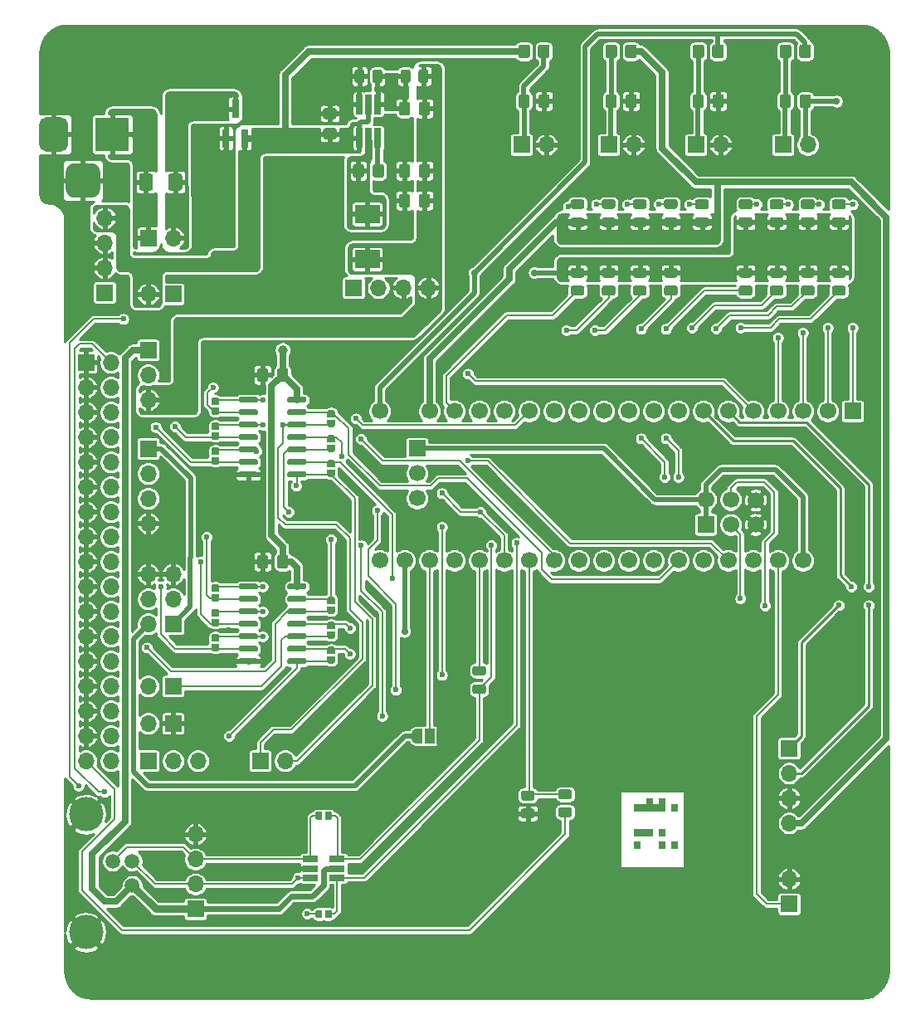
<source format=gbr>
G04 #@! TF.GenerationSoftware,KiCad,Pcbnew,(5.1.9)-1*
G04 #@! TF.CreationDate,2021-06-25T18:36:13+01:00*
G04 #@! TF.ProjectId,Greaseweazle F1 Plus,47726561-7365-4776-9561-7a6c65204631,1*
G04 #@! TF.SameCoordinates,PX6312cb0PY6bcb370*
G04 #@! TF.FileFunction,Copper,L1,Top*
G04 #@! TF.FilePolarity,Positive*
%FSLAX46Y46*%
G04 Gerber Fmt 4.6, Leading zero omitted, Abs format (unit mm)*
G04 Created by KiCad (PCBNEW (5.1.9)-1) date 2021-06-25 18:36:13*
%MOMM*%
%LPD*%
G01*
G04 APERTURE LIST*
G04 #@! TA.AperFunction,EtchedComponent*
%ADD10C,0.100000*%
G04 #@! TD*
G04 #@! TA.AperFunction,ComponentPad*
%ADD11O,1.700000X1.700000*%
G04 #@! TD*
G04 #@! TA.AperFunction,ComponentPad*
%ADD12R,1.700000X1.700000*%
G04 #@! TD*
G04 #@! TA.AperFunction,ComponentPad*
%ADD13C,4.064000*%
G04 #@! TD*
G04 #@! TA.AperFunction,SMDPad,CuDef*
%ADD14R,1.000000X1.500000*%
G04 #@! TD*
G04 #@! TA.AperFunction,SMDPad,CuDef*
%ADD15C,0.100000*%
G04 #@! TD*
G04 #@! TA.AperFunction,ComponentPad*
%ADD16C,1.700000*%
G04 #@! TD*
G04 #@! TA.AperFunction,SMDPad,CuDef*
%ADD17R,0.650000X2.000000*%
G04 #@! TD*
G04 #@! TA.AperFunction,SMDPad,CuDef*
%ADD18R,1.560000X0.650000*%
G04 #@! TD*
G04 #@! TA.AperFunction,SMDPad,CuDef*
%ADD19R,0.800000X1.900000*%
G04 #@! TD*
G04 #@! TA.AperFunction,SMDPad,CuDef*
%ADD20R,2.500000X1.900000*%
G04 #@! TD*
G04 #@! TA.AperFunction,ComponentPad*
%ADD21C,1.501140*%
G04 #@! TD*
G04 #@! TA.AperFunction,ComponentPad*
%ADD22C,3.500120*%
G04 #@! TD*
G04 #@! TA.AperFunction,ComponentPad*
%ADD23R,3.500000X3.500000*%
G04 #@! TD*
G04 #@! TA.AperFunction,ViaPad*
%ADD24C,0.600000*%
G04 #@! TD*
G04 #@! TA.AperFunction,ViaPad*
%ADD25C,0.800000*%
G04 #@! TD*
G04 #@! TA.AperFunction,ViaPad*
%ADD26C,0.700000*%
G04 #@! TD*
G04 #@! TA.AperFunction,ViaPad*
%ADD27C,1.000000*%
G04 #@! TD*
G04 #@! TA.AperFunction,Conductor*
%ADD28C,0.500000*%
G04 #@! TD*
G04 #@! TA.AperFunction,Conductor*
%ADD29C,0.700000*%
G04 #@! TD*
G04 #@! TA.AperFunction,Conductor*
%ADD30C,0.200000*%
G04 #@! TD*
G04 #@! TA.AperFunction,Conductor*
%ADD31C,0.250000*%
G04 #@! TD*
G04 #@! TA.AperFunction,Conductor*
%ADD32C,0.750000*%
G04 #@! TD*
G04 #@! TA.AperFunction,Conductor*
%ADD33C,0.600000*%
G04 #@! TD*
G04 #@! TA.AperFunction,Conductor*
%ADD34C,0.254000*%
G04 #@! TD*
G04 #@! TA.AperFunction,Conductor*
%ADD35C,0.100000*%
G04 #@! TD*
G04 APERTURE END LIST*
D10*
G36*
X54229000Y-5080000D02*
G01*
X53594000Y-5080000D01*
X53594000Y-4445000D01*
X54229000Y-4445000D01*
X54229000Y-5080000D01*
G37*
X54229000Y-5080000D02*
X53594000Y-5080000D01*
X53594000Y-4445000D01*
X54229000Y-4445000D01*
X54229000Y-5080000D01*
G36*
X54229000Y-8890000D02*
G01*
X53594000Y-8890000D01*
X53594000Y-8255000D01*
X54229000Y-8255000D01*
X54229000Y-8890000D01*
G37*
X54229000Y-8890000D02*
X53594000Y-8890000D01*
X53594000Y-8255000D01*
X54229000Y-8255000D01*
X54229000Y-8890000D01*
G36*
X52959000Y-4445000D02*
G01*
X52324000Y-4445000D01*
X52324000Y-3810000D01*
X52959000Y-3810000D01*
X52959000Y-4445000D01*
G37*
X52959000Y-4445000D02*
X52324000Y-4445000D01*
X52324000Y-3810000D01*
X52959000Y-3810000D01*
X52959000Y-4445000D01*
G36*
X52959000Y-5080000D02*
G01*
X52324000Y-5080000D01*
X52324000Y-4445000D01*
X52959000Y-4445000D01*
X52959000Y-5080000D01*
G37*
X52959000Y-5080000D02*
X52324000Y-5080000D01*
X52324000Y-4445000D01*
X52959000Y-4445000D01*
X52959000Y-5080000D01*
G36*
X52324000Y-5080000D02*
G01*
X51689000Y-5080000D01*
X51689000Y-4445000D01*
X52324000Y-4445000D01*
X52324000Y-5080000D01*
G37*
X52324000Y-5080000D02*
X51689000Y-5080000D01*
X51689000Y-4445000D01*
X52324000Y-4445000D01*
X52324000Y-5080000D01*
G36*
X51689000Y-5080000D02*
G01*
X51054000Y-5080000D01*
X51054000Y-4445000D01*
X51689000Y-4445000D01*
X51689000Y-5080000D01*
G37*
X51689000Y-5080000D02*
X51054000Y-5080000D01*
X51054000Y-4445000D01*
X51689000Y-4445000D01*
X51689000Y-5080000D01*
G36*
X51689000Y-4445000D02*
G01*
X51054000Y-4445000D01*
X51054000Y-3810000D01*
X51689000Y-3810000D01*
X51689000Y-4445000D01*
G37*
X51689000Y-4445000D02*
X51054000Y-4445000D01*
X51054000Y-3810000D01*
X51689000Y-3810000D01*
X51689000Y-4445000D01*
G36*
X51054000Y-5080000D02*
G01*
X50419000Y-5080000D01*
X50419000Y-4445000D01*
X51054000Y-4445000D01*
X51054000Y-5080000D01*
G37*
X51054000Y-5080000D02*
X50419000Y-5080000D01*
X50419000Y-4445000D01*
X51054000Y-4445000D01*
X51054000Y-5080000D01*
G36*
X50419000Y-5080000D02*
G01*
X49784000Y-5080000D01*
X49784000Y-4445000D01*
X50419000Y-4445000D01*
X50419000Y-5080000D01*
G37*
X50419000Y-5080000D02*
X49784000Y-5080000D01*
X49784000Y-4445000D01*
X50419000Y-4445000D01*
X50419000Y-5080000D01*
G36*
X50419000Y-7620000D02*
G01*
X49784000Y-7620000D01*
X49784000Y-6985000D01*
X50419000Y-6985000D01*
X50419000Y-7620000D01*
G37*
X50419000Y-7620000D02*
X49784000Y-7620000D01*
X49784000Y-6985000D01*
X50419000Y-6985000D01*
X50419000Y-7620000D01*
G36*
X51054000Y-7620000D02*
G01*
X50419000Y-7620000D01*
X50419000Y-6985000D01*
X51054000Y-6985000D01*
X51054000Y-7620000D01*
G37*
X51054000Y-7620000D02*
X50419000Y-7620000D01*
X50419000Y-6985000D01*
X51054000Y-6985000D01*
X51054000Y-7620000D01*
G36*
X51689000Y-7620000D02*
G01*
X51054000Y-7620000D01*
X51054000Y-6985000D01*
X51689000Y-6985000D01*
X51689000Y-7620000D01*
G37*
X51689000Y-7620000D02*
X51054000Y-7620000D01*
X51054000Y-6985000D01*
X51689000Y-6985000D01*
X51689000Y-7620000D01*
G36*
X52959000Y-7620000D02*
G01*
X52324000Y-7620000D01*
X52324000Y-6985000D01*
X52959000Y-6985000D01*
X52959000Y-7620000D01*
G37*
X52959000Y-7620000D02*
X52324000Y-7620000D01*
X52324000Y-6985000D01*
X52959000Y-6985000D01*
X52959000Y-7620000D01*
G36*
X52959000Y-8890000D02*
G01*
X52324000Y-8890000D01*
X52324000Y-8255000D01*
X52959000Y-8255000D01*
X52959000Y-8890000D01*
G37*
X52959000Y-8890000D02*
X52324000Y-8890000D01*
X52324000Y-8255000D01*
X52959000Y-8255000D01*
X52959000Y-8890000D01*
G36*
X50419000Y-8890000D02*
G01*
X49784000Y-8890000D01*
X49784000Y-8255000D01*
X50419000Y-8255000D01*
X50419000Y-8890000D01*
G37*
X50419000Y-8890000D02*
X49784000Y-8890000D01*
X49784000Y-8255000D01*
X50419000Y-8255000D01*
X50419000Y-8890000D01*
G36*
X50419000Y-8890000D02*
G01*
X49784000Y-8890000D01*
X49784000Y-8255000D01*
X50419000Y-8255000D01*
X50419000Y-8890000D01*
G37*
X50419000Y-8890000D02*
X49784000Y-8890000D01*
X49784000Y-8255000D01*
X50419000Y-8255000D01*
X50419000Y-8890000D01*
G36*
X52959000Y-8890000D02*
G01*
X52324000Y-8890000D01*
X52324000Y-8255000D01*
X52959000Y-8255000D01*
X52959000Y-8890000D01*
G37*
X52959000Y-8890000D02*
X52324000Y-8890000D01*
X52324000Y-8255000D01*
X52959000Y-8255000D01*
X52959000Y-8890000D01*
G36*
X52959000Y-7620000D02*
G01*
X52324000Y-7620000D01*
X52324000Y-6985000D01*
X52959000Y-6985000D01*
X52959000Y-7620000D01*
G37*
X52959000Y-7620000D02*
X52324000Y-7620000D01*
X52324000Y-6985000D01*
X52959000Y-6985000D01*
X52959000Y-7620000D01*
G36*
X51689000Y-7620000D02*
G01*
X51054000Y-7620000D01*
X51054000Y-6985000D01*
X51689000Y-6985000D01*
X51689000Y-7620000D01*
G37*
X51689000Y-7620000D02*
X51054000Y-7620000D01*
X51054000Y-6985000D01*
X51689000Y-6985000D01*
X51689000Y-7620000D01*
G36*
X51054000Y-7620000D02*
G01*
X50419000Y-7620000D01*
X50419000Y-6985000D01*
X51054000Y-6985000D01*
X51054000Y-7620000D01*
G37*
X51054000Y-7620000D02*
X50419000Y-7620000D01*
X50419000Y-6985000D01*
X51054000Y-6985000D01*
X51054000Y-7620000D01*
G36*
X50419000Y-7620000D02*
G01*
X49784000Y-7620000D01*
X49784000Y-6985000D01*
X50419000Y-6985000D01*
X50419000Y-7620000D01*
G37*
X50419000Y-7620000D02*
X49784000Y-7620000D01*
X49784000Y-6985000D01*
X50419000Y-6985000D01*
X50419000Y-7620000D01*
G36*
X50419000Y-5080000D02*
G01*
X49784000Y-5080000D01*
X49784000Y-4445000D01*
X50419000Y-4445000D01*
X50419000Y-5080000D01*
G37*
X50419000Y-5080000D02*
X49784000Y-5080000D01*
X49784000Y-4445000D01*
X50419000Y-4445000D01*
X50419000Y-5080000D01*
G36*
X51054000Y-5080000D02*
G01*
X50419000Y-5080000D01*
X50419000Y-4445000D01*
X51054000Y-4445000D01*
X51054000Y-5080000D01*
G37*
X51054000Y-5080000D02*
X50419000Y-5080000D01*
X50419000Y-4445000D01*
X51054000Y-4445000D01*
X51054000Y-5080000D01*
G36*
X51689000Y-4445000D02*
G01*
X51054000Y-4445000D01*
X51054000Y-3810000D01*
X51689000Y-3810000D01*
X51689000Y-4445000D01*
G37*
X51689000Y-4445000D02*
X51054000Y-4445000D01*
X51054000Y-3810000D01*
X51689000Y-3810000D01*
X51689000Y-4445000D01*
G36*
X51689000Y-5080000D02*
G01*
X51054000Y-5080000D01*
X51054000Y-4445000D01*
X51689000Y-4445000D01*
X51689000Y-5080000D01*
G37*
X51689000Y-5080000D02*
X51054000Y-5080000D01*
X51054000Y-4445000D01*
X51689000Y-4445000D01*
X51689000Y-5080000D01*
G36*
X52324000Y-5080000D02*
G01*
X51689000Y-5080000D01*
X51689000Y-4445000D01*
X52324000Y-4445000D01*
X52324000Y-5080000D01*
G37*
X52324000Y-5080000D02*
X51689000Y-5080000D01*
X51689000Y-4445000D01*
X52324000Y-4445000D01*
X52324000Y-5080000D01*
G36*
X52959000Y-5080000D02*
G01*
X52324000Y-5080000D01*
X52324000Y-4445000D01*
X52959000Y-4445000D01*
X52959000Y-5080000D01*
G37*
X52959000Y-5080000D02*
X52324000Y-5080000D01*
X52324000Y-4445000D01*
X52959000Y-4445000D01*
X52959000Y-5080000D01*
G36*
X52959000Y-4445000D02*
G01*
X52324000Y-4445000D01*
X52324000Y-3810000D01*
X52959000Y-3810000D01*
X52959000Y-4445000D01*
G37*
X52959000Y-4445000D02*
X52324000Y-4445000D01*
X52324000Y-3810000D01*
X52959000Y-3810000D01*
X52959000Y-4445000D01*
G36*
X54229000Y-8890000D02*
G01*
X53594000Y-8890000D01*
X53594000Y-8255000D01*
X54229000Y-8255000D01*
X54229000Y-8890000D01*
G37*
X54229000Y-8890000D02*
X53594000Y-8890000D01*
X53594000Y-8255000D01*
X54229000Y-8255000D01*
X54229000Y-8890000D01*
G36*
X54229000Y-5080000D02*
G01*
X53594000Y-5080000D01*
X53594000Y-4445000D01*
X54229000Y-4445000D01*
X54229000Y-5080000D01*
G37*
X54229000Y-5080000D02*
X53594000Y-5080000D01*
X53594000Y-4445000D01*
X54229000Y-4445000D01*
X54229000Y-5080000D01*
D11*
X28829000Y48260000D03*
X26289000Y48260000D03*
X23749000Y48260000D03*
D12*
X21209000Y48260000D03*
D11*
X5334000Y0D03*
X2794000Y0D03*
D12*
X254000Y0D03*
D11*
X14224000Y0D03*
D12*
X11684000Y0D03*
D13*
X73114000Y-21584600D03*
X3114000Y-21584600D03*
X73114000Y72415400D03*
X3114000Y72415400D03*
D14*
X28956000Y2540000D03*
G04 #@! TA.AperFunction,SMDPad,CuDef*
D15*
G36*
X27656000Y1790602D02*
G01*
X27631466Y1790602D01*
X27582635Y1795412D01*
X27534510Y1804984D01*
X27487555Y1819228D01*
X27442222Y1838005D01*
X27398949Y1861136D01*
X27358150Y1888396D01*
X27320221Y1919524D01*
X27285524Y1954221D01*
X27254396Y1992150D01*
X27227136Y2032949D01*
X27204005Y2076222D01*
X27185228Y2121555D01*
X27170984Y2168510D01*
X27161412Y2216635D01*
X27156602Y2265466D01*
X27156602Y2290000D01*
X27156000Y2290000D01*
X27156000Y2790000D01*
X27156602Y2790000D01*
X27156602Y2814534D01*
X27161412Y2863365D01*
X27170984Y2911490D01*
X27185228Y2958445D01*
X27204005Y3003778D01*
X27227136Y3047051D01*
X27254396Y3087850D01*
X27285524Y3125779D01*
X27320221Y3160476D01*
X27358150Y3191604D01*
X27398949Y3218864D01*
X27442222Y3241995D01*
X27487555Y3260772D01*
X27534510Y3275016D01*
X27582635Y3284588D01*
X27631466Y3289398D01*
X27656000Y3289398D01*
X27656000Y3290000D01*
X28206000Y3290000D01*
X28206000Y1790000D01*
X27656000Y1790000D01*
X27656000Y1790602D01*
G37*
G04 #@! TD.AperFunction*
G04 #@! TA.AperFunction,SMDPad,CuDef*
G36*
X29706000Y3290000D02*
G01*
X30256000Y3290000D01*
X30256000Y3289398D01*
X30280534Y3289398D01*
X30329365Y3284588D01*
X30377490Y3275016D01*
X30424445Y3260772D01*
X30469778Y3241995D01*
X30513051Y3218864D01*
X30553850Y3191604D01*
X30591779Y3160476D01*
X30626476Y3125779D01*
X30657604Y3087850D01*
X30684864Y3047051D01*
X30707995Y3003778D01*
X30726772Y2958445D01*
X30741016Y2911490D01*
X30750588Y2863365D01*
X30755398Y2814534D01*
X30755398Y2790000D01*
X30756000Y2790000D01*
X30756000Y2290000D01*
X30755398Y2290000D01*
X30755398Y2265466D01*
X30750588Y2216635D01*
X30741016Y2168510D01*
X30726772Y2121555D01*
X30707995Y2076222D01*
X30684864Y2032949D01*
X30657604Y1992150D01*
X30626476Y1954221D01*
X30591779Y1919524D01*
X30553850Y1888396D01*
X30513051Y1861136D01*
X30469778Y1838005D01*
X30424445Y1819228D01*
X30377490Y1804984D01*
X30329365Y1795412D01*
X30280534Y1790602D01*
X30256000Y1790602D01*
X30256000Y1790000D01*
X29706000Y1790000D01*
X29706000Y3290000D01*
G37*
G04 #@! TD.AperFunction*
G04 #@! TA.AperFunction,SMDPad,CuDef*
G36*
X18796000Y-15221301D02*
G01*
X18808267Y-15221301D01*
X18832683Y-15223706D01*
X18856745Y-15228492D01*
X18880222Y-15235614D01*
X18902889Y-15245003D01*
X18924526Y-15256568D01*
X18944925Y-15270198D01*
X18963890Y-15285762D01*
X18981238Y-15303110D01*
X18996802Y-15322075D01*
X19010432Y-15342474D01*
X19021997Y-15364111D01*
X19031386Y-15386778D01*
X19038508Y-15410255D01*
X19043294Y-15434317D01*
X19045699Y-15458733D01*
X19045699Y-15483267D01*
X19044445Y-15496000D01*
X19046000Y-15496000D01*
X19046000Y-15746000D01*
X19044445Y-15746000D01*
X19045699Y-15758733D01*
X19045699Y-15783267D01*
X19043294Y-15807683D01*
X19038508Y-15831745D01*
X19031386Y-15855222D01*
X19021997Y-15877889D01*
X19010432Y-15899526D01*
X18996802Y-15919925D01*
X18981238Y-15938890D01*
X18963890Y-15956238D01*
X18944925Y-15971802D01*
X18924526Y-15985432D01*
X18902889Y-15996997D01*
X18880222Y-16006386D01*
X18856745Y-16013508D01*
X18832683Y-16018294D01*
X18808267Y-16020699D01*
X18796000Y-16020699D01*
X18796000Y-16021000D01*
X18296000Y-16021000D01*
X18296000Y-15221000D01*
X18796000Y-15221000D01*
X18796000Y-15221301D01*
G37*
G04 #@! TD.AperFunction*
G04 #@! TA.AperFunction,SMDPad,CuDef*
G36*
X18026000Y-16021000D02*
G01*
X17526000Y-16021000D01*
X17526000Y-16020699D01*
X17513733Y-16020699D01*
X17489317Y-16018294D01*
X17465255Y-16013508D01*
X17441778Y-16006386D01*
X17419111Y-15996997D01*
X17397474Y-15985432D01*
X17377075Y-15971802D01*
X17358110Y-15956238D01*
X17340762Y-15938890D01*
X17325198Y-15919925D01*
X17311568Y-15899526D01*
X17300003Y-15877889D01*
X17290614Y-15855222D01*
X17283492Y-15831745D01*
X17278706Y-15807683D01*
X17276301Y-15783267D01*
X17276301Y-15758733D01*
X17277555Y-15746000D01*
X17276000Y-15746000D01*
X17276000Y-15496000D01*
X17277555Y-15496000D01*
X17276301Y-15483267D01*
X17276301Y-15458733D01*
X17278706Y-15434317D01*
X17283492Y-15410255D01*
X17290614Y-15386778D01*
X17300003Y-15364111D01*
X17311568Y-15342474D01*
X17325198Y-15322075D01*
X17340762Y-15303110D01*
X17358110Y-15285762D01*
X17377075Y-15270198D01*
X17397474Y-15256568D01*
X17419111Y-15245003D01*
X17441778Y-15235614D01*
X17465255Y-15228492D01*
X17489317Y-15223706D01*
X17513733Y-15221301D01*
X17526000Y-15221301D01*
X17526000Y-15221000D01*
X18026000Y-15221000D01*
X18026000Y-16021000D01*
G37*
G04 #@! TD.AperFunction*
G04 #@! TA.AperFunction,SMDPad,CuDef*
G36*
X18796000Y-5188301D02*
G01*
X18808267Y-5188301D01*
X18832683Y-5190706D01*
X18856745Y-5195492D01*
X18880222Y-5202614D01*
X18902889Y-5212003D01*
X18924526Y-5223568D01*
X18944925Y-5237198D01*
X18963890Y-5252762D01*
X18981238Y-5270110D01*
X18996802Y-5289075D01*
X19010432Y-5309474D01*
X19021997Y-5331111D01*
X19031386Y-5353778D01*
X19038508Y-5377255D01*
X19043294Y-5401317D01*
X19045699Y-5425733D01*
X19045699Y-5450267D01*
X19044445Y-5463000D01*
X19046000Y-5463000D01*
X19046000Y-5713000D01*
X19044445Y-5713000D01*
X19045699Y-5725733D01*
X19045699Y-5750267D01*
X19043294Y-5774683D01*
X19038508Y-5798745D01*
X19031386Y-5822222D01*
X19021997Y-5844889D01*
X19010432Y-5866526D01*
X18996802Y-5886925D01*
X18981238Y-5905890D01*
X18963890Y-5923238D01*
X18944925Y-5938802D01*
X18924526Y-5952432D01*
X18902889Y-5963997D01*
X18880222Y-5973386D01*
X18856745Y-5980508D01*
X18832683Y-5985294D01*
X18808267Y-5987699D01*
X18796000Y-5987699D01*
X18796000Y-5988000D01*
X18296000Y-5988000D01*
X18296000Y-5188000D01*
X18796000Y-5188000D01*
X18796000Y-5188301D01*
G37*
G04 #@! TD.AperFunction*
G04 #@! TA.AperFunction,SMDPad,CuDef*
G36*
X18026000Y-5988000D02*
G01*
X17526000Y-5988000D01*
X17526000Y-5987699D01*
X17513733Y-5987699D01*
X17489317Y-5985294D01*
X17465255Y-5980508D01*
X17441778Y-5973386D01*
X17419111Y-5963997D01*
X17397474Y-5952432D01*
X17377075Y-5938802D01*
X17358110Y-5923238D01*
X17340762Y-5905890D01*
X17325198Y-5886925D01*
X17311568Y-5866526D01*
X17300003Y-5844889D01*
X17290614Y-5822222D01*
X17283492Y-5798745D01*
X17278706Y-5774683D01*
X17276301Y-5750267D01*
X17276301Y-5725733D01*
X17277555Y-5713000D01*
X17276000Y-5713000D01*
X17276000Y-5463000D01*
X17277555Y-5463000D01*
X17276301Y-5450267D01*
X17276301Y-5425733D01*
X17278706Y-5401317D01*
X17283492Y-5377255D01*
X17290614Y-5353778D01*
X17300003Y-5331111D01*
X17311568Y-5309474D01*
X17325198Y-5289075D01*
X17340762Y-5270110D01*
X17358110Y-5252762D01*
X17377075Y-5237198D01*
X17397474Y-5223568D01*
X17419111Y-5212003D01*
X17441778Y-5202614D01*
X17465255Y-5195492D01*
X17489317Y-5190706D01*
X17513733Y-5188301D01*
X17526000Y-5188301D01*
X17526000Y-5188000D01*
X18026000Y-5188000D01*
X18026000Y-5988000D01*
G37*
G04 #@! TD.AperFunction*
G04 #@! TA.AperFunction,SMDPad,CuDef*
G36*
X7511699Y16510000D02*
G01*
X7511699Y16497733D01*
X7509294Y16473317D01*
X7504508Y16449255D01*
X7497386Y16425778D01*
X7487997Y16403111D01*
X7476432Y16381474D01*
X7462802Y16361075D01*
X7447238Y16342110D01*
X7429890Y16324762D01*
X7410925Y16309198D01*
X7390526Y16295568D01*
X7368889Y16284003D01*
X7346222Y16274614D01*
X7322745Y16267492D01*
X7298683Y16262706D01*
X7274267Y16260301D01*
X7249733Y16260301D01*
X7237000Y16261555D01*
X7237000Y16260000D01*
X6987000Y16260000D01*
X6987000Y16261555D01*
X6974267Y16260301D01*
X6949733Y16260301D01*
X6925317Y16262706D01*
X6901255Y16267492D01*
X6877778Y16274614D01*
X6855111Y16284003D01*
X6833474Y16295568D01*
X6813075Y16309198D01*
X6794110Y16324762D01*
X6776762Y16342110D01*
X6761198Y16361075D01*
X6747568Y16381474D01*
X6736003Y16403111D01*
X6726614Y16425778D01*
X6719492Y16449255D01*
X6714706Y16473317D01*
X6712301Y16497733D01*
X6712301Y16510000D01*
X6712000Y16510000D01*
X6712000Y17010000D01*
X7512000Y17010000D01*
X7512000Y16510000D01*
X7511699Y16510000D01*
G37*
G04 #@! TD.AperFunction*
G04 #@! TA.AperFunction,SMDPad,CuDef*
G36*
X6712000Y17280000D02*
G01*
X6712000Y17780000D01*
X6712301Y17780000D01*
X6712301Y17792267D01*
X6714706Y17816683D01*
X6719492Y17840745D01*
X6726614Y17864222D01*
X6736003Y17886889D01*
X6747568Y17908526D01*
X6761198Y17928925D01*
X6776762Y17947890D01*
X6794110Y17965238D01*
X6813075Y17980802D01*
X6833474Y17994432D01*
X6855111Y18005997D01*
X6877778Y18015386D01*
X6901255Y18022508D01*
X6925317Y18027294D01*
X6949733Y18029699D01*
X6974267Y18029699D01*
X6987000Y18028445D01*
X6987000Y18030000D01*
X7237000Y18030000D01*
X7237000Y18028445D01*
X7249733Y18029699D01*
X7274267Y18029699D01*
X7298683Y18027294D01*
X7322745Y18022508D01*
X7346222Y18015386D01*
X7368889Y18005997D01*
X7390526Y17994432D01*
X7410925Y17980802D01*
X7429890Y17965238D01*
X7447238Y17947890D01*
X7462802Y17928925D01*
X7476432Y17908526D01*
X7487997Y17886889D01*
X7497386Y17864222D01*
X7504508Y17840745D01*
X7509294Y17816683D01*
X7511699Y17792267D01*
X7511699Y17780000D01*
X7512000Y17780000D01*
X7512000Y17280000D01*
X6712000Y17280000D01*
G37*
G04 #@! TD.AperFunction*
G04 #@! TA.AperFunction,SMDPad,CuDef*
G36*
X7511699Y13970000D02*
G01*
X7511699Y13957733D01*
X7509294Y13933317D01*
X7504508Y13909255D01*
X7497386Y13885778D01*
X7487997Y13863111D01*
X7476432Y13841474D01*
X7462802Y13821075D01*
X7447238Y13802110D01*
X7429890Y13784762D01*
X7410925Y13769198D01*
X7390526Y13755568D01*
X7368889Y13744003D01*
X7346222Y13734614D01*
X7322745Y13727492D01*
X7298683Y13722706D01*
X7274267Y13720301D01*
X7249733Y13720301D01*
X7237000Y13721555D01*
X7237000Y13720000D01*
X6987000Y13720000D01*
X6987000Y13721555D01*
X6974267Y13720301D01*
X6949733Y13720301D01*
X6925317Y13722706D01*
X6901255Y13727492D01*
X6877778Y13734614D01*
X6855111Y13744003D01*
X6833474Y13755568D01*
X6813075Y13769198D01*
X6794110Y13784762D01*
X6776762Y13802110D01*
X6761198Y13821075D01*
X6747568Y13841474D01*
X6736003Y13863111D01*
X6726614Y13885778D01*
X6719492Y13909255D01*
X6714706Y13933317D01*
X6712301Y13957733D01*
X6712301Y13970000D01*
X6712000Y13970000D01*
X6712000Y14470000D01*
X7512000Y14470000D01*
X7512000Y13970000D01*
X7511699Y13970000D01*
G37*
G04 #@! TD.AperFunction*
G04 #@! TA.AperFunction,SMDPad,CuDef*
G36*
X6712000Y14740000D02*
G01*
X6712000Y15240000D01*
X6712301Y15240000D01*
X6712301Y15252267D01*
X6714706Y15276683D01*
X6719492Y15300745D01*
X6726614Y15324222D01*
X6736003Y15346889D01*
X6747568Y15368526D01*
X6761198Y15388925D01*
X6776762Y15407890D01*
X6794110Y15425238D01*
X6813075Y15440802D01*
X6833474Y15454432D01*
X6855111Y15465997D01*
X6877778Y15475386D01*
X6901255Y15482508D01*
X6925317Y15487294D01*
X6949733Y15489699D01*
X6974267Y15489699D01*
X6987000Y15488445D01*
X6987000Y15490000D01*
X7237000Y15490000D01*
X7237000Y15488445D01*
X7249733Y15489699D01*
X7274267Y15489699D01*
X7298683Y15487294D01*
X7322745Y15482508D01*
X7346222Y15475386D01*
X7368889Y15465997D01*
X7390526Y15454432D01*
X7410925Y15440802D01*
X7429890Y15425238D01*
X7447238Y15407890D01*
X7462802Y15388925D01*
X7476432Y15368526D01*
X7487997Y15346889D01*
X7497386Y15324222D01*
X7504508Y15300745D01*
X7509294Y15276683D01*
X7511699Y15252267D01*
X7511699Y15240000D01*
X7512000Y15240000D01*
X7512000Y14740000D01*
X6712000Y14740000D01*
G37*
G04 #@! TD.AperFunction*
G04 #@! TA.AperFunction,SMDPad,CuDef*
G36*
X7511699Y11430000D02*
G01*
X7511699Y11417733D01*
X7509294Y11393317D01*
X7504508Y11369255D01*
X7497386Y11345778D01*
X7487997Y11323111D01*
X7476432Y11301474D01*
X7462802Y11281075D01*
X7447238Y11262110D01*
X7429890Y11244762D01*
X7410925Y11229198D01*
X7390526Y11215568D01*
X7368889Y11204003D01*
X7346222Y11194614D01*
X7322745Y11187492D01*
X7298683Y11182706D01*
X7274267Y11180301D01*
X7249733Y11180301D01*
X7237000Y11181555D01*
X7237000Y11180000D01*
X6987000Y11180000D01*
X6987000Y11181555D01*
X6974267Y11180301D01*
X6949733Y11180301D01*
X6925317Y11182706D01*
X6901255Y11187492D01*
X6877778Y11194614D01*
X6855111Y11204003D01*
X6833474Y11215568D01*
X6813075Y11229198D01*
X6794110Y11244762D01*
X6776762Y11262110D01*
X6761198Y11281075D01*
X6747568Y11301474D01*
X6736003Y11323111D01*
X6726614Y11345778D01*
X6719492Y11369255D01*
X6714706Y11393317D01*
X6712301Y11417733D01*
X6712301Y11430000D01*
X6712000Y11430000D01*
X6712000Y11930000D01*
X7512000Y11930000D01*
X7512000Y11430000D01*
X7511699Y11430000D01*
G37*
G04 #@! TD.AperFunction*
G04 #@! TA.AperFunction,SMDPad,CuDef*
G36*
X6712000Y12200000D02*
G01*
X6712000Y12700000D01*
X6712301Y12700000D01*
X6712301Y12712267D01*
X6714706Y12736683D01*
X6719492Y12760745D01*
X6726614Y12784222D01*
X6736003Y12806889D01*
X6747568Y12828526D01*
X6761198Y12848925D01*
X6776762Y12867890D01*
X6794110Y12885238D01*
X6813075Y12900802D01*
X6833474Y12914432D01*
X6855111Y12925997D01*
X6877778Y12935386D01*
X6901255Y12942508D01*
X6925317Y12947294D01*
X6949733Y12949699D01*
X6974267Y12949699D01*
X6987000Y12948445D01*
X6987000Y12950000D01*
X7237000Y12950000D01*
X7237000Y12948445D01*
X7249733Y12949699D01*
X7274267Y12949699D01*
X7298683Y12947294D01*
X7322745Y12942508D01*
X7346222Y12935386D01*
X7368889Y12925997D01*
X7390526Y12914432D01*
X7410925Y12900802D01*
X7429890Y12885238D01*
X7447238Y12867890D01*
X7462802Y12848925D01*
X7476432Y12828526D01*
X7487997Y12806889D01*
X7497386Y12784222D01*
X7504508Y12760745D01*
X7509294Y12736683D01*
X7511699Y12712267D01*
X7511699Y12700000D01*
X7512000Y12700000D01*
X7512000Y12200000D01*
X6712000Y12200000D01*
G37*
G04 #@! TD.AperFunction*
G04 #@! TA.AperFunction,SMDPad,CuDef*
G36*
X19322699Y10160000D02*
G01*
X19322699Y10147733D01*
X19320294Y10123317D01*
X19315508Y10099255D01*
X19308386Y10075778D01*
X19298997Y10053111D01*
X19287432Y10031474D01*
X19273802Y10011075D01*
X19258238Y9992110D01*
X19240890Y9974762D01*
X19221925Y9959198D01*
X19201526Y9945568D01*
X19179889Y9934003D01*
X19157222Y9924614D01*
X19133745Y9917492D01*
X19109683Y9912706D01*
X19085267Y9910301D01*
X19060733Y9910301D01*
X19048000Y9911555D01*
X19048000Y9910000D01*
X18798000Y9910000D01*
X18798000Y9911555D01*
X18785267Y9910301D01*
X18760733Y9910301D01*
X18736317Y9912706D01*
X18712255Y9917492D01*
X18688778Y9924614D01*
X18666111Y9934003D01*
X18644474Y9945568D01*
X18624075Y9959198D01*
X18605110Y9974762D01*
X18587762Y9992110D01*
X18572198Y10011075D01*
X18558568Y10031474D01*
X18547003Y10053111D01*
X18537614Y10075778D01*
X18530492Y10099255D01*
X18525706Y10123317D01*
X18523301Y10147733D01*
X18523301Y10160000D01*
X18523000Y10160000D01*
X18523000Y10660000D01*
X19323000Y10660000D01*
X19323000Y10160000D01*
X19322699Y10160000D01*
G37*
G04 #@! TD.AperFunction*
G04 #@! TA.AperFunction,SMDPad,CuDef*
G36*
X18523000Y10930000D02*
G01*
X18523000Y11430000D01*
X18523301Y11430000D01*
X18523301Y11442267D01*
X18525706Y11466683D01*
X18530492Y11490745D01*
X18537614Y11514222D01*
X18547003Y11536889D01*
X18558568Y11558526D01*
X18572198Y11578925D01*
X18587762Y11597890D01*
X18605110Y11615238D01*
X18624075Y11630802D01*
X18644474Y11644432D01*
X18666111Y11655997D01*
X18688778Y11665386D01*
X18712255Y11672508D01*
X18736317Y11677294D01*
X18760733Y11679699D01*
X18785267Y11679699D01*
X18798000Y11678445D01*
X18798000Y11680000D01*
X19048000Y11680000D01*
X19048000Y11678445D01*
X19060733Y11679699D01*
X19085267Y11679699D01*
X19109683Y11677294D01*
X19133745Y11672508D01*
X19157222Y11665386D01*
X19179889Y11655997D01*
X19201526Y11644432D01*
X19221925Y11630802D01*
X19240890Y11615238D01*
X19258238Y11597890D01*
X19273802Y11578925D01*
X19287432Y11558526D01*
X19298997Y11536889D01*
X19308386Y11514222D01*
X19315508Y11490745D01*
X19320294Y11466683D01*
X19322699Y11442267D01*
X19322699Y11430000D01*
X19323000Y11430000D01*
X19323000Y10930000D01*
X18523000Y10930000D01*
G37*
G04 #@! TD.AperFunction*
G04 #@! TA.AperFunction,SMDPad,CuDef*
G36*
X19322699Y12700000D02*
G01*
X19322699Y12687733D01*
X19320294Y12663317D01*
X19315508Y12639255D01*
X19308386Y12615778D01*
X19298997Y12593111D01*
X19287432Y12571474D01*
X19273802Y12551075D01*
X19258238Y12532110D01*
X19240890Y12514762D01*
X19221925Y12499198D01*
X19201526Y12485568D01*
X19179889Y12474003D01*
X19157222Y12464614D01*
X19133745Y12457492D01*
X19109683Y12452706D01*
X19085267Y12450301D01*
X19060733Y12450301D01*
X19048000Y12451555D01*
X19048000Y12450000D01*
X18798000Y12450000D01*
X18798000Y12451555D01*
X18785267Y12450301D01*
X18760733Y12450301D01*
X18736317Y12452706D01*
X18712255Y12457492D01*
X18688778Y12464614D01*
X18666111Y12474003D01*
X18644474Y12485568D01*
X18624075Y12499198D01*
X18605110Y12514762D01*
X18587762Y12532110D01*
X18572198Y12551075D01*
X18558568Y12571474D01*
X18547003Y12593111D01*
X18537614Y12615778D01*
X18530492Y12639255D01*
X18525706Y12663317D01*
X18523301Y12687733D01*
X18523301Y12700000D01*
X18523000Y12700000D01*
X18523000Y13200000D01*
X19323000Y13200000D01*
X19323000Y12700000D01*
X19322699Y12700000D01*
G37*
G04 #@! TD.AperFunction*
G04 #@! TA.AperFunction,SMDPad,CuDef*
G36*
X18523000Y13470000D02*
G01*
X18523000Y13970000D01*
X18523301Y13970000D01*
X18523301Y13982267D01*
X18525706Y14006683D01*
X18530492Y14030745D01*
X18537614Y14054222D01*
X18547003Y14076889D01*
X18558568Y14098526D01*
X18572198Y14118925D01*
X18587762Y14137890D01*
X18605110Y14155238D01*
X18624075Y14170802D01*
X18644474Y14184432D01*
X18666111Y14195997D01*
X18688778Y14205386D01*
X18712255Y14212508D01*
X18736317Y14217294D01*
X18760733Y14219699D01*
X18785267Y14219699D01*
X18798000Y14218445D01*
X18798000Y14220000D01*
X19048000Y14220000D01*
X19048000Y14218445D01*
X19060733Y14219699D01*
X19085267Y14219699D01*
X19109683Y14217294D01*
X19133745Y14212508D01*
X19157222Y14205386D01*
X19179889Y14195997D01*
X19201526Y14184432D01*
X19221925Y14170802D01*
X19240890Y14155238D01*
X19258238Y14137890D01*
X19273802Y14118925D01*
X19287432Y14098526D01*
X19298997Y14076889D01*
X19308386Y14054222D01*
X19315508Y14030745D01*
X19320294Y14006683D01*
X19322699Y13982267D01*
X19322699Y13970000D01*
X19323000Y13970000D01*
X19323000Y13470000D01*
X18523000Y13470000D01*
G37*
G04 #@! TD.AperFunction*
G04 #@! TA.AperFunction,SMDPad,CuDef*
G36*
X19322699Y15240000D02*
G01*
X19322699Y15227733D01*
X19320294Y15203317D01*
X19315508Y15179255D01*
X19308386Y15155778D01*
X19298997Y15133111D01*
X19287432Y15111474D01*
X19273802Y15091075D01*
X19258238Y15072110D01*
X19240890Y15054762D01*
X19221925Y15039198D01*
X19201526Y15025568D01*
X19179889Y15014003D01*
X19157222Y15004614D01*
X19133745Y14997492D01*
X19109683Y14992706D01*
X19085267Y14990301D01*
X19060733Y14990301D01*
X19048000Y14991555D01*
X19048000Y14990000D01*
X18798000Y14990000D01*
X18798000Y14991555D01*
X18785267Y14990301D01*
X18760733Y14990301D01*
X18736317Y14992706D01*
X18712255Y14997492D01*
X18688778Y15004614D01*
X18666111Y15014003D01*
X18644474Y15025568D01*
X18624075Y15039198D01*
X18605110Y15054762D01*
X18587762Y15072110D01*
X18572198Y15091075D01*
X18558568Y15111474D01*
X18547003Y15133111D01*
X18537614Y15155778D01*
X18530492Y15179255D01*
X18525706Y15203317D01*
X18523301Y15227733D01*
X18523301Y15240000D01*
X18523000Y15240000D01*
X18523000Y15740000D01*
X19323000Y15740000D01*
X19323000Y15240000D01*
X19322699Y15240000D01*
G37*
G04 #@! TD.AperFunction*
G04 #@! TA.AperFunction,SMDPad,CuDef*
G36*
X18523000Y16010000D02*
G01*
X18523000Y16510000D01*
X18523301Y16510000D01*
X18523301Y16522267D01*
X18525706Y16546683D01*
X18530492Y16570745D01*
X18537614Y16594222D01*
X18547003Y16616889D01*
X18558568Y16638526D01*
X18572198Y16658925D01*
X18587762Y16677890D01*
X18605110Y16695238D01*
X18624075Y16710802D01*
X18644474Y16724432D01*
X18666111Y16735997D01*
X18688778Y16745386D01*
X18712255Y16752508D01*
X18736317Y16757294D01*
X18760733Y16759699D01*
X18785267Y16759699D01*
X18798000Y16758445D01*
X18798000Y16760000D01*
X19048000Y16760000D01*
X19048000Y16758445D01*
X19060733Y16759699D01*
X19085267Y16759699D01*
X19109683Y16757294D01*
X19133745Y16752508D01*
X19157222Y16745386D01*
X19179889Y16735997D01*
X19201526Y16724432D01*
X19221925Y16710802D01*
X19240890Y16695238D01*
X19258238Y16677890D01*
X19273802Y16658925D01*
X19287432Y16638526D01*
X19298997Y16616889D01*
X19308386Y16594222D01*
X19315508Y16570745D01*
X19320294Y16546683D01*
X19322699Y16522267D01*
X19322699Y16510000D01*
X19323000Y16510000D01*
X19323000Y16010000D01*
X18523000Y16010000D01*
G37*
G04 #@! TD.AperFunction*
G04 #@! TA.AperFunction,SMDPad,CuDef*
G36*
X7511699Y35558000D02*
G01*
X7511699Y35545733D01*
X7509294Y35521317D01*
X7504508Y35497255D01*
X7497386Y35473778D01*
X7487997Y35451111D01*
X7476432Y35429474D01*
X7462802Y35409075D01*
X7447238Y35390110D01*
X7429890Y35372762D01*
X7410925Y35357198D01*
X7390526Y35343568D01*
X7368889Y35332003D01*
X7346222Y35322614D01*
X7322745Y35315492D01*
X7298683Y35310706D01*
X7274267Y35308301D01*
X7249733Y35308301D01*
X7237000Y35309555D01*
X7237000Y35308000D01*
X6987000Y35308000D01*
X6987000Y35309555D01*
X6974267Y35308301D01*
X6949733Y35308301D01*
X6925317Y35310706D01*
X6901255Y35315492D01*
X6877778Y35322614D01*
X6855111Y35332003D01*
X6833474Y35343568D01*
X6813075Y35357198D01*
X6794110Y35372762D01*
X6776762Y35390110D01*
X6761198Y35409075D01*
X6747568Y35429474D01*
X6736003Y35451111D01*
X6726614Y35473778D01*
X6719492Y35497255D01*
X6714706Y35521317D01*
X6712301Y35545733D01*
X6712301Y35558000D01*
X6712000Y35558000D01*
X6712000Y36058000D01*
X7512000Y36058000D01*
X7512000Y35558000D01*
X7511699Y35558000D01*
G37*
G04 #@! TD.AperFunction*
G04 #@! TA.AperFunction,SMDPad,CuDef*
G36*
X6712000Y36328000D02*
G01*
X6712000Y36828000D01*
X6712301Y36828000D01*
X6712301Y36840267D01*
X6714706Y36864683D01*
X6719492Y36888745D01*
X6726614Y36912222D01*
X6736003Y36934889D01*
X6747568Y36956526D01*
X6761198Y36976925D01*
X6776762Y36995890D01*
X6794110Y37013238D01*
X6813075Y37028802D01*
X6833474Y37042432D01*
X6855111Y37053997D01*
X6877778Y37063386D01*
X6901255Y37070508D01*
X6925317Y37075294D01*
X6949733Y37077699D01*
X6974267Y37077699D01*
X6987000Y37076445D01*
X6987000Y37078000D01*
X7237000Y37078000D01*
X7237000Y37076445D01*
X7249733Y37077699D01*
X7274267Y37077699D01*
X7298683Y37075294D01*
X7322745Y37070508D01*
X7346222Y37063386D01*
X7368889Y37053997D01*
X7390526Y37042432D01*
X7410925Y37028802D01*
X7429890Y37013238D01*
X7447238Y36995890D01*
X7462802Y36976925D01*
X7476432Y36956526D01*
X7487997Y36934889D01*
X7497386Y36912222D01*
X7504508Y36888745D01*
X7509294Y36864683D01*
X7511699Y36840267D01*
X7511699Y36828000D01*
X7512000Y36828000D01*
X7512000Y36328000D01*
X6712000Y36328000D01*
G37*
G04 #@! TD.AperFunction*
G04 #@! TA.AperFunction,SMDPad,CuDef*
G36*
X7511699Y33020000D02*
G01*
X7511699Y33007733D01*
X7509294Y32983317D01*
X7504508Y32959255D01*
X7497386Y32935778D01*
X7487997Y32913111D01*
X7476432Y32891474D01*
X7462802Y32871075D01*
X7447238Y32852110D01*
X7429890Y32834762D01*
X7410925Y32819198D01*
X7390526Y32805568D01*
X7368889Y32794003D01*
X7346222Y32784614D01*
X7322745Y32777492D01*
X7298683Y32772706D01*
X7274267Y32770301D01*
X7249733Y32770301D01*
X7237000Y32771555D01*
X7237000Y32770000D01*
X6987000Y32770000D01*
X6987000Y32771555D01*
X6974267Y32770301D01*
X6949733Y32770301D01*
X6925317Y32772706D01*
X6901255Y32777492D01*
X6877778Y32784614D01*
X6855111Y32794003D01*
X6833474Y32805568D01*
X6813075Y32819198D01*
X6794110Y32834762D01*
X6776762Y32852110D01*
X6761198Y32871075D01*
X6747568Y32891474D01*
X6736003Y32913111D01*
X6726614Y32935778D01*
X6719492Y32959255D01*
X6714706Y32983317D01*
X6712301Y33007733D01*
X6712301Y33020000D01*
X6712000Y33020000D01*
X6712000Y33520000D01*
X7512000Y33520000D01*
X7512000Y33020000D01*
X7511699Y33020000D01*
G37*
G04 #@! TD.AperFunction*
G04 #@! TA.AperFunction,SMDPad,CuDef*
G36*
X6712000Y33790000D02*
G01*
X6712000Y34290000D01*
X6712301Y34290000D01*
X6712301Y34302267D01*
X6714706Y34326683D01*
X6719492Y34350745D01*
X6726614Y34374222D01*
X6736003Y34396889D01*
X6747568Y34418526D01*
X6761198Y34438925D01*
X6776762Y34457890D01*
X6794110Y34475238D01*
X6813075Y34490802D01*
X6833474Y34504432D01*
X6855111Y34515997D01*
X6877778Y34525386D01*
X6901255Y34532508D01*
X6925317Y34537294D01*
X6949733Y34539699D01*
X6974267Y34539699D01*
X6987000Y34538445D01*
X6987000Y34540000D01*
X7237000Y34540000D01*
X7237000Y34538445D01*
X7249733Y34539699D01*
X7274267Y34539699D01*
X7298683Y34537294D01*
X7322745Y34532508D01*
X7346222Y34525386D01*
X7368889Y34515997D01*
X7390526Y34504432D01*
X7410925Y34490802D01*
X7429890Y34475238D01*
X7447238Y34457890D01*
X7462802Y34438925D01*
X7476432Y34418526D01*
X7487997Y34396889D01*
X7497386Y34374222D01*
X7504508Y34350745D01*
X7509294Y34326683D01*
X7511699Y34302267D01*
X7511699Y34290000D01*
X7512000Y34290000D01*
X7512000Y33790000D01*
X6712000Y33790000D01*
G37*
G04 #@! TD.AperFunction*
G04 #@! TA.AperFunction,SMDPad,CuDef*
G36*
X7511699Y30480000D02*
G01*
X7511699Y30467733D01*
X7509294Y30443317D01*
X7504508Y30419255D01*
X7497386Y30395778D01*
X7487997Y30373111D01*
X7476432Y30351474D01*
X7462802Y30331075D01*
X7447238Y30312110D01*
X7429890Y30294762D01*
X7410925Y30279198D01*
X7390526Y30265568D01*
X7368889Y30254003D01*
X7346222Y30244614D01*
X7322745Y30237492D01*
X7298683Y30232706D01*
X7274267Y30230301D01*
X7249733Y30230301D01*
X7237000Y30231555D01*
X7237000Y30230000D01*
X6987000Y30230000D01*
X6987000Y30231555D01*
X6974267Y30230301D01*
X6949733Y30230301D01*
X6925317Y30232706D01*
X6901255Y30237492D01*
X6877778Y30244614D01*
X6855111Y30254003D01*
X6833474Y30265568D01*
X6813075Y30279198D01*
X6794110Y30294762D01*
X6776762Y30312110D01*
X6761198Y30331075D01*
X6747568Y30351474D01*
X6736003Y30373111D01*
X6726614Y30395778D01*
X6719492Y30419255D01*
X6714706Y30443317D01*
X6712301Y30467733D01*
X6712301Y30480000D01*
X6712000Y30480000D01*
X6712000Y30980000D01*
X7512000Y30980000D01*
X7512000Y30480000D01*
X7511699Y30480000D01*
G37*
G04 #@! TD.AperFunction*
G04 #@! TA.AperFunction,SMDPad,CuDef*
G36*
X6712000Y31250000D02*
G01*
X6712000Y31750000D01*
X6712301Y31750000D01*
X6712301Y31762267D01*
X6714706Y31786683D01*
X6719492Y31810745D01*
X6726614Y31834222D01*
X6736003Y31856889D01*
X6747568Y31878526D01*
X6761198Y31898925D01*
X6776762Y31917890D01*
X6794110Y31935238D01*
X6813075Y31950802D01*
X6833474Y31964432D01*
X6855111Y31975997D01*
X6877778Y31985386D01*
X6901255Y31992508D01*
X6925317Y31997294D01*
X6949733Y31999699D01*
X6974267Y31999699D01*
X6987000Y31998445D01*
X6987000Y32000000D01*
X7237000Y32000000D01*
X7237000Y31998445D01*
X7249733Y31999699D01*
X7274267Y31999699D01*
X7298683Y31997294D01*
X7322745Y31992508D01*
X7346222Y31985386D01*
X7368889Y31975997D01*
X7390526Y31964432D01*
X7410925Y31950802D01*
X7429890Y31935238D01*
X7447238Y31917890D01*
X7462802Y31898925D01*
X7476432Y31878526D01*
X7487997Y31856889D01*
X7497386Y31834222D01*
X7504508Y31810745D01*
X7509294Y31786683D01*
X7511699Y31762267D01*
X7511699Y31750000D01*
X7512000Y31750000D01*
X7512000Y31250000D01*
X6712000Y31250000D01*
G37*
G04 #@! TD.AperFunction*
G04 #@! TA.AperFunction,SMDPad,CuDef*
G36*
X19322699Y29210000D02*
G01*
X19322699Y29197733D01*
X19320294Y29173317D01*
X19315508Y29149255D01*
X19308386Y29125778D01*
X19298997Y29103111D01*
X19287432Y29081474D01*
X19273802Y29061075D01*
X19258238Y29042110D01*
X19240890Y29024762D01*
X19221925Y29009198D01*
X19201526Y28995568D01*
X19179889Y28984003D01*
X19157222Y28974614D01*
X19133745Y28967492D01*
X19109683Y28962706D01*
X19085267Y28960301D01*
X19060733Y28960301D01*
X19048000Y28961555D01*
X19048000Y28960000D01*
X18798000Y28960000D01*
X18798000Y28961555D01*
X18785267Y28960301D01*
X18760733Y28960301D01*
X18736317Y28962706D01*
X18712255Y28967492D01*
X18688778Y28974614D01*
X18666111Y28984003D01*
X18644474Y28995568D01*
X18624075Y29009198D01*
X18605110Y29024762D01*
X18587762Y29042110D01*
X18572198Y29061075D01*
X18558568Y29081474D01*
X18547003Y29103111D01*
X18537614Y29125778D01*
X18530492Y29149255D01*
X18525706Y29173317D01*
X18523301Y29197733D01*
X18523301Y29210000D01*
X18523000Y29210000D01*
X18523000Y29710000D01*
X19323000Y29710000D01*
X19323000Y29210000D01*
X19322699Y29210000D01*
G37*
G04 #@! TD.AperFunction*
G04 #@! TA.AperFunction,SMDPad,CuDef*
G36*
X18523000Y29980000D02*
G01*
X18523000Y30480000D01*
X18523301Y30480000D01*
X18523301Y30492267D01*
X18525706Y30516683D01*
X18530492Y30540745D01*
X18537614Y30564222D01*
X18547003Y30586889D01*
X18558568Y30608526D01*
X18572198Y30628925D01*
X18587762Y30647890D01*
X18605110Y30665238D01*
X18624075Y30680802D01*
X18644474Y30694432D01*
X18666111Y30705997D01*
X18688778Y30715386D01*
X18712255Y30722508D01*
X18736317Y30727294D01*
X18760733Y30729699D01*
X18785267Y30729699D01*
X18798000Y30728445D01*
X18798000Y30730000D01*
X19048000Y30730000D01*
X19048000Y30728445D01*
X19060733Y30729699D01*
X19085267Y30729699D01*
X19109683Y30727294D01*
X19133745Y30722508D01*
X19157222Y30715386D01*
X19179889Y30705997D01*
X19201526Y30694432D01*
X19221925Y30680802D01*
X19240890Y30665238D01*
X19258238Y30647890D01*
X19273802Y30628925D01*
X19287432Y30608526D01*
X19298997Y30586889D01*
X19308386Y30564222D01*
X19315508Y30540745D01*
X19320294Y30516683D01*
X19322699Y30492267D01*
X19322699Y30480000D01*
X19323000Y30480000D01*
X19323000Y29980000D01*
X18523000Y29980000D01*
G37*
G04 #@! TD.AperFunction*
G04 #@! TA.AperFunction,SMDPad,CuDef*
G36*
X19322699Y31750000D02*
G01*
X19322699Y31737733D01*
X19320294Y31713317D01*
X19315508Y31689255D01*
X19308386Y31665778D01*
X19298997Y31643111D01*
X19287432Y31621474D01*
X19273802Y31601075D01*
X19258238Y31582110D01*
X19240890Y31564762D01*
X19221925Y31549198D01*
X19201526Y31535568D01*
X19179889Y31524003D01*
X19157222Y31514614D01*
X19133745Y31507492D01*
X19109683Y31502706D01*
X19085267Y31500301D01*
X19060733Y31500301D01*
X19048000Y31501555D01*
X19048000Y31500000D01*
X18798000Y31500000D01*
X18798000Y31501555D01*
X18785267Y31500301D01*
X18760733Y31500301D01*
X18736317Y31502706D01*
X18712255Y31507492D01*
X18688778Y31514614D01*
X18666111Y31524003D01*
X18644474Y31535568D01*
X18624075Y31549198D01*
X18605110Y31564762D01*
X18587762Y31582110D01*
X18572198Y31601075D01*
X18558568Y31621474D01*
X18547003Y31643111D01*
X18537614Y31665778D01*
X18530492Y31689255D01*
X18525706Y31713317D01*
X18523301Y31737733D01*
X18523301Y31750000D01*
X18523000Y31750000D01*
X18523000Y32250000D01*
X19323000Y32250000D01*
X19323000Y31750000D01*
X19322699Y31750000D01*
G37*
G04 #@! TD.AperFunction*
G04 #@! TA.AperFunction,SMDPad,CuDef*
G36*
X18523000Y32520000D02*
G01*
X18523000Y33020000D01*
X18523301Y33020000D01*
X18523301Y33032267D01*
X18525706Y33056683D01*
X18530492Y33080745D01*
X18537614Y33104222D01*
X18547003Y33126889D01*
X18558568Y33148526D01*
X18572198Y33168925D01*
X18587762Y33187890D01*
X18605110Y33205238D01*
X18624075Y33220802D01*
X18644474Y33234432D01*
X18666111Y33245997D01*
X18688778Y33255386D01*
X18712255Y33262508D01*
X18736317Y33267294D01*
X18760733Y33269699D01*
X18785267Y33269699D01*
X18798000Y33268445D01*
X18798000Y33270000D01*
X19048000Y33270000D01*
X19048000Y33268445D01*
X19060733Y33269699D01*
X19085267Y33269699D01*
X19109683Y33267294D01*
X19133745Y33262508D01*
X19157222Y33255386D01*
X19179889Y33245997D01*
X19201526Y33234432D01*
X19221925Y33220802D01*
X19240890Y33205238D01*
X19258238Y33187890D01*
X19273802Y33168925D01*
X19287432Y33148526D01*
X19298997Y33126889D01*
X19308386Y33104222D01*
X19315508Y33080745D01*
X19320294Y33056683D01*
X19322699Y33032267D01*
X19322699Y33020000D01*
X19323000Y33020000D01*
X19323000Y32520000D01*
X18523000Y32520000D01*
G37*
G04 #@! TD.AperFunction*
G04 #@! TA.AperFunction,SMDPad,CuDef*
G36*
X19322699Y34290000D02*
G01*
X19322699Y34277733D01*
X19320294Y34253317D01*
X19315508Y34229255D01*
X19308386Y34205778D01*
X19298997Y34183111D01*
X19287432Y34161474D01*
X19273802Y34141075D01*
X19258238Y34122110D01*
X19240890Y34104762D01*
X19221925Y34089198D01*
X19201526Y34075568D01*
X19179889Y34064003D01*
X19157222Y34054614D01*
X19133745Y34047492D01*
X19109683Y34042706D01*
X19085267Y34040301D01*
X19060733Y34040301D01*
X19048000Y34041555D01*
X19048000Y34040000D01*
X18798000Y34040000D01*
X18798000Y34041555D01*
X18785267Y34040301D01*
X18760733Y34040301D01*
X18736317Y34042706D01*
X18712255Y34047492D01*
X18688778Y34054614D01*
X18666111Y34064003D01*
X18644474Y34075568D01*
X18624075Y34089198D01*
X18605110Y34104762D01*
X18587762Y34122110D01*
X18572198Y34141075D01*
X18558568Y34161474D01*
X18547003Y34183111D01*
X18537614Y34205778D01*
X18530492Y34229255D01*
X18525706Y34253317D01*
X18523301Y34277733D01*
X18523301Y34290000D01*
X18523000Y34290000D01*
X18523000Y34790000D01*
X19323000Y34790000D01*
X19323000Y34290000D01*
X19322699Y34290000D01*
G37*
G04 #@! TD.AperFunction*
G04 #@! TA.AperFunction,SMDPad,CuDef*
G36*
X18523000Y35060000D02*
G01*
X18523000Y35560000D01*
X18523301Y35560000D01*
X18523301Y35572267D01*
X18525706Y35596683D01*
X18530492Y35620745D01*
X18537614Y35644222D01*
X18547003Y35666889D01*
X18558568Y35688526D01*
X18572198Y35708925D01*
X18587762Y35727890D01*
X18605110Y35745238D01*
X18624075Y35760802D01*
X18644474Y35774432D01*
X18666111Y35785997D01*
X18688778Y35795386D01*
X18712255Y35802508D01*
X18736317Y35807294D01*
X18760733Y35809699D01*
X18785267Y35809699D01*
X18798000Y35808445D01*
X18798000Y35810000D01*
X19048000Y35810000D01*
X19048000Y35808445D01*
X19060733Y35809699D01*
X19085267Y35809699D01*
X19109683Y35807294D01*
X19133745Y35802508D01*
X19157222Y35795386D01*
X19179889Y35785997D01*
X19201526Y35774432D01*
X19221925Y35760802D01*
X19240890Y35745238D01*
X19258238Y35727890D01*
X19273802Y35708925D01*
X19287432Y35688526D01*
X19298997Y35666889D01*
X19308386Y35644222D01*
X19315508Y35620745D01*
X19320294Y35596683D01*
X19322699Y35572267D01*
X19322699Y35560000D01*
X19323000Y35560000D01*
X19323000Y35060000D01*
X18523000Y35060000D01*
G37*
G04 #@! TD.AperFunction*
G04 #@! TA.AperFunction,SMDPad,CuDef*
G36*
G01*
X14454000Y36680000D02*
X14454000Y36980000D01*
G75*
G02*
X14604000Y37130000I150000J0D01*
G01*
X16254000Y37130000D01*
G75*
G02*
X16404000Y36980000I0J-150000D01*
G01*
X16404000Y36680000D01*
G75*
G02*
X16254000Y36530000I-150000J0D01*
G01*
X14604000Y36530000D01*
G75*
G02*
X14454000Y36680000I0J150000D01*
G01*
G37*
G04 #@! TD.AperFunction*
G04 #@! TA.AperFunction,SMDPad,CuDef*
G36*
G01*
X14454000Y35410000D02*
X14454000Y35710000D01*
G75*
G02*
X14604000Y35860000I150000J0D01*
G01*
X16254000Y35860000D01*
G75*
G02*
X16404000Y35710000I0J-150000D01*
G01*
X16404000Y35410000D01*
G75*
G02*
X16254000Y35260000I-150000J0D01*
G01*
X14604000Y35260000D01*
G75*
G02*
X14454000Y35410000I0J150000D01*
G01*
G37*
G04 #@! TD.AperFunction*
G04 #@! TA.AperFunction,SMDPad,CuDef*
G36*
G01*
X14454000Y34140000D02*
X14454000Y34440000D01*
G75*
G02*
X14604000Y34590000I150000J0D01*
G01*
X16254000Y34590000D01*
G75*
G02*
X16404000Y34440000I0J-150000D01*
G01*
X16404000Y34140000D01*
G75*
G02*
X16254000Y33990000I-150000J0D01*
G01*
X14604000Y33990000D01*
G75*
G02*
X14454000Y34140000I0J150000D01*
G01*
G37*
G04 #@! TD.AperFunction*
G04 #@! TA.AperFunction,SMDPad,CuDef*
G36*
G01*
X14454000Y32870000D02*
X14454000Y33170000D01*
G75*
G02*
X14604000Y33320000I150000J0D01*
G01*
X16254000Y33320000D01*
G75*
G02*
X16404000Y33170000I0J-150000D01*
G01*
X16404000Y32870000D01*
G75*
G02*
X16254000Y32720000I-150000J0D01*
G01*
X14604000Y32720000D01*
G75*
G02*
X14454000Y32870000I0J150000D01*
G01*
G37*
G04 #@! TD.AperFunction*
G04 #@! TA.AperFunction,SMDPad,CuDef*
G36*
G01*
X14454000Y31600000D02*
X14454000Y31900000D01*
G75*
G02*
X14604000Y32050000I150000J0D01*
G01*
X16254000Y32050000D01*
G75*
G02*
X16404000Y31900000I0J-150000D01*
G01*
X16404000Y31600000D01*
G75*
G02*
X16254000Y31450000I-150000J0D01*
G01*
X14604000Y31450000D01*
G75*
G02*
X14454000Y31600000I0J150000D01*
G01*
G37*
G04 #@! TD.AperFunction*
G04 #@! TA.AperFunction,SMDPad,CuDef*
G36*
G01*
X14454000Y30330000D02*
X14454000Y30630000D01*
G75*
G02*
X14604000Y30780000I150000J0D01*
G01*
X16254000Y30780000D01*
G75*
G02*
X16404000Y30630000I0J-150000D01*
G01*
X16404000Y30330000D01*
G75*
G02*
X16254000Y30180000I-150000J0D01*
G01*
X14604000Y30180000D01*
G75*
G02*
X14454000Y30330000I0J150000D01*
G01*
G37*
G04 #@! TD.AperFunction*
G04 #@! TA.AperFunction,SMDPad,CuDef*
G36*
G01*
X14454000Y29060000D02*
X14454000Y29360000D01*
G75*
G02*
X14604000Y29510000I150000J0D01*
G01*
X16254000Y29510000D01*
G75*
G02*
X16404000Y29360000I0J-150000D01*
G01*
X16404000Y29060000D01*
G75*
G02*
X16254000Y28910000I-150000J0D01*
G01*
X14604000Y28910000D01*
G75*
G02*
X14454000Y29060000I0J150000D01*
G01*
G37*
G04 #@! TD.AperFunction*
G04 #@! TA.AperFunction,SMDPad,CuDef*
G36*
G01*
X9504000Y29060000D02*
X9504000Y29360000D01*
G75*
G02*
X9654000Y29510000I150000J0D01*
G01*
X11304000Y29510000D01*
G75*
G02*
X11454000Y29360000I0J-150000D01*
G01*
X11454000Y29060000D01*
G75*
G02*
X11304000Y28910000I-150000J0D01*
G01*
X9654000Y28910000D01*
G75*
G02*
X9504000Y29060000I0J150000D01*
G01*
G37*
G04 #@! TD.AperFunction*
G04 #@! TA.AperFunction,SMDPad,CuDef*
G36*
G01*
X9504000Y30330000D02*
X9504000Y30630000D01*
G75*
G02*
X9654000Y30780000I150000J0D01*
G01*
X11304000Y30780000D01*
G75*
G02*
X11454000Y30630000I0J-150000D01*
G01*
X11454000Y30330000D01*
G75*
G02*
X11304000Y30180000I-150000J0D01*
G01*
X9654000Y30180000D01*
G75*
G02*
X9504000Y30330000I0J150000D01*
G01*
G37*
G04 #@! TD.AperFunction*
G04 #@! TA.AperFunction,SMDPad,CuDef*
G36*
G01*
X9504000Y31600000D02*
X9504000Y31900000D01*
G75*
G02*
X9654000Y32050000I150000J0D01*
G01*
X11304000Y32050000D01*
G75*
G02*
X11454000Y31900000I0J-150000D01*
G01*
X11454000Y31600000D01*
G75*
G02*
X11304000Y31450000I-150000J0D01*
G01*
X9654000Y31450000D01*
G75*
G02*
X9504000Y31600000I0J150000D01*
G01*
G37*
G04 #@! TD.AperFunction*
G04 #@! TA.AperFunction,SMDPad,CuDef*
G36*
G01*
X9504000Y32870000D02*
X9504000Y33170000D01*
G75*
G02*
X9654000Y33320000I150000J0D01*
G01*
X11304000Y33320000D01*
G75*
G02*
X11454000Y33170000I0J-150000D01*
G01*
X11454000Y32870000D01*
G75*
G02*
X11304000Y32720000I-150000J0D01*
G01*
X9654000Y32720000D01*
G75*
G02*
X9504000Y32870000I0J150000D01*
G01*
G37*
G04 #@! TD.AperFunction*
G04 #@! TA.AperFunction,SMDPad,CuDef*
G36*
G01*
X9504000Y34140000D02*
X9504000Y34440000D01*
G75*
G02*
X9654000Y34590000I150000J0D01*
G01*
X11304000Y34590000D01*
G75*
G02*
X11454000Y34440000I0J-150000D01*
G01*
X11454000Y34140000D01*
G75*
G02*
X11304000Y33990000I-150000J0D01*
G01*
X9654000Y33990000D01*
G75*
G02*
X9504000Y34140000I0J150000D01*
G01*
G37*
G04 #@! TD.AperFunction*
G04 #@! TA.AperFunction,SMDPad,CuDef*
G36*
G01*
X9504000Y35410000D02*
X9504000Y35710000D01*
G75*
G02*
X9654000Y35860000I150000J0D01*
G01*
X11304000Y35860000D01*
G75*
G02*
X11454000Y35710000I0J-150000D01*
G01*
X11454000Y35410000D01*
G75*
G02*
X11304000Y35260000I-150000J0D01*
G01*
X9654000Y35260000D01*
G75*
G02*
X9504000Y35410000I0J150000D01*
G01*
G37*
G04 #@! TD.AperFunction*
G04 #@! TA.AperFunction,SMDPad,CuDef*
G36*
G01*
X9504000Y36680000D02*
X9504000Y36980000D01*
G75*
G02*
X9654000Y37130000I150000J0D01*
G01*
X11304000Y37130000D01*
G75*
G02*
X11454000Y36980000I0J-150000D01*
G01*
X11454000Y36680000D01*
G75*
G02*
X11304000Y36530000I-150000J0D01*
G01*
X9654000Y36530000D01*
G75*
G02*
X9504000Y36680000I0J150000D01*
G01*
G37*
G04 #@! TD.AperFunction*
D11*
X40894000Y62865000D03*
D12*
X38354000Y62865000D03*
D11*
X49784000Y62865000D03*
D12*
X47244000Y62865000D03*
D11*
X58674000Y62865000D03*
D12*
X56134000Y62865000D03*
D11*
X67564000Y62865000D03*
D12*
X65024000Y62865000D03*
D16*
X57150000Y26657300D03*
X59690000Y26657300D03*
X62230000Y26593800D03*
D12*
X57150000Y24117300D03*
D16*
X62230000Y24117300D03*
X59690000Y24117300D03*
X23876000Y35687000D03*
X23876000Y20447000D03*
X26416000Y35687000D03*
X26416000Y20447000D03*
X28956000Y35687000D03*
X28956000Y20447000D03*
X31496000Y35687000D03*
X31496000Y20447000D03*
X34036000Y35687000D03*
X34036000Y20447000D03*
X36576000Y35687000D03*
X36576000Y20447000D03*
X39116000Y35687000D03*
X39116000Y20447000D03*
X41656000Y35687000D03*
X41656000Y20447000D03*
X44196000Y35687000D03*
X44196000Y20447000D03*
X46736000Y35687000D03*
X46736000Y20447000D03*
X49276000Y35687000D03*
X49276000Y20447000D03*
X51816000Y35687000D03*
X51816000Y20447000D03*
X54356000Y35687000D03*
X54356000Y20447000D03*
X56896000Y35687000D03*
X56896000Y20447000D03*
X59436000Y35687000D03*
X59436000Y20447000D03*
X61976000Y35687000D03*
X61976000Y20447000D03*
X64516000Y35687000D03*
X64516000Y20447000D03*
X67056000Y35687000D03*
X67056000Y20447000D03*
X69596000Y35687000D03*
X69596000Y20447000D03*
D12*
X72136000Y35687000D03*
D16*
X72136000Y20447000D03*
X27686000Y24257000D03*
X27686000Y26797000D03*
X27686000Y29337000D03*
D12*
X27686000Y31877000D03*
G04 #@! TA.AperFunction,SMDPad,CuDef*
G36*
G01*
X39224000Y72840001D02*
X39224000Y71939999D01*
G75*
G02*
X38974001Y71690000I-249999J0D01*
G01*
X38273999Y71690000D01*
G75*
G02*
X38024000Y71939999I0J249999D01*
G01*
X38024000Y72840001D01*
G75*
G02*
X38273999Y73090000I249999J0D01*
G01*
X38974001Y73090000D01*
G75*
G02*
X39224000Y72840001I0J-249999D01*
G01*
G37*
G04 #@! TD.AperFunction*
G04 #@! TA.AperFunction,SMDPad,CuDef*
G36*
G01*
X41224000Y72840001D02*
X41224000Y71939999D01*
G75*
G02*
X40974001Y71690000I-249999J0D01*
G01*
X40273999Y71690000D01*
G75*
G02*
X40024000Y71939999I0J249999D01*
G01*
X40024000Y72840001D01*
G75*
G02*
X40273999Y73090000I249999J0D01*
G01*
X40974001Y73090000D01*
G75*
G02*
X41224000Y72840001I0J-249999D01*
G01*
G37*
G04 #@! TD.AperFunction*
G04 #@! TA.AperFunction,SMDPad,CuDef*
G36*
G01*
X48914000Y71939999D02*
X48914000Y72840001D01*
G75*
G02*
X49163999Y73090000I249999J0D01*
G01*
X49864001Y73090000D01*
G75*
G02*
X50114000Y72840001I0J-249999D01*
G01*
X50114000Y71939999D01*
G75*
G02*
X49864001Y71690000I-249999J0D01*
G01*
X49163999Y71690000D01*
G75*
G02*
X48914000Y71939999I0J249999D01*
G01*
G37*
G04 #@! TD.AperFunction*
G04 #@! TA.AperFunction,SMDPad,CuDef*
G36*
G01*
X46914000Y71939999D02*
X46914000Y72840001D01*
G75*
G02*
X47163999Y73090000I249999J0D01*
G01*
X47864001Y73090000D01*
G75*
G02*
X48114000Y72840001I0J-249999D01*
G01*
X48114000Y71939999D01*
G75*
G02*
X47864001Y71690000I-249999J0D01*
G01*
X47163999Y71690000D01*
G75*
G02*
X46914000Y71939999I0J249999D01*
G01*
G37*
G04 #@! TD.AperFunction*
G04 #@! TA.AperFunction,SMDPad,CuDef*
G36*
G01*
X66694000Y71939999D02*
X66694000Y72840001D01*
G75*
G02*
X66943999Y73090000I249999J0D01*
G01*
X67644001Y73090000D01*
G75*
G02*
X67894000Y72840001I0J-249999D01*
G01*
X67894000Y71939999D01*
G75*
G02*
X67644001Y71690000I-249999J0D01*
G01*
X66943999Y71690000D01*
G75*
G02*
X66694000Y71939999I0J249999D01*
G01*
G37*
G04 #@! TD.AperFunction*
G04 #@! TA.AperFunction,SMDPad,CuDef*
G36*
G01*
X64694000Y71939999D02*
X64694000Y72840001D01*
G75*
G02*
X64943999Y73090000I249999J0D01*
G01*
X65644001Y73090000D01*
G75*
G02*
X65894000Y72840001I0J-249999D01*
G01*
X65894000Y71939999D01*
G75*
G02*
X65644001Y71690000I-249999J0D01*
G01*
X64943999Y71690000D01*
G75*
G02*
X64694000Y71939999I0J249999D01*
G01*
G37*
G04 #@! TD.AperFunction*
G04 #@! TA.AperFunction,SMDPad,CuDef*
G36*
G01*
X57804000Y71939999D02*
X57804000Y72840001D01*
G75*
G02*
X58053999Y73090000I249999J0D01*
G01*
X58754001Y73090000D01*
G75*
G02*
X59004000Y72840001I0J-249999D01*
G01*
X59004000Y71939999D01*
G75*
G02*
X58754001Y71690000I-249999J0D01*
G01*
X58053999Y71690000D01*
G75*
G02*
X57804000Y71939999I0J249999D01*
G01*
G37*
G04 #@! TD.AperFunction*
G04 #@! TA.AperFunction,SMDPad,CuDef*
G36*
G01*
X55804000Y71939999D02*
X55804000Y72840001D01*
G75*
G02*
X56053999Y73090000I249999J0D01*
G01*
X56754001Y73090000D01*
G75*
G02*
X57004000Y72840001I0J-249999D01*
G01*
X57004000Y71939999D01*
G75*
G02*
X56754001Y71690000I-249999J0D01*
G01*
X56053999Y71690000D01*
G75*
G02*
X55804000Y71939999I0J249999D01*
G01*
G37*
G04 #@! TD.AperFunction*
G04 #@! TA.AperFunction,SMDPad,CuDef*
G36*
G01*
X39174000Y67760001D02*
X39174000Y66859999D01*
G75*
G02*
X38924001Y66610000I-249999J0D01*
G01*
X38273999Y66610000D01*
G75*
G02*
X38024000Y66859999I0J249999D01*
G01*
X38024000Y67760001D01*
G75*
G02*
X38273999Y68010000I249999J0D01*
G01*
X38924001Y68010000D01*
G75*
G02*
X39174000Y67760001I0J-249999D01*
G01*
G37*
G04 #@! TD.AperFunction*
G04 #@! TA.AperFunction,SMDPad,CuDef*
G36*
G01*
X41224000Y67760001D02*
X41224000Y66859999D01*
G75*
G02*
X40974001Y66610000I-249999J0D01*
G01*
X40323999Y66610000D01*
G75*
G02*
X40074000Y66859999I0J249999D01*
G01*
X40074000Y67760001D01*
G75*
G02*
X40323999Y68010000I249999J0D01*
G01*
X40974001Y68010000D01*
G75*
G02*
X41224000Y67760001I0J-249999D01*
G01*
G37*
G04 #@! TD.AperFunction*
G04 #@! TA.AperFunction,SMDPad,CuDef*
G36*
G01*
X48064000Y67760001D02*
X48064000Y66859999D01*
G75*
G02*
X47814001Y66610000I-249999J0D01*
G01*
X47163999Y66610000D01*
G75*
G02*
X46914000Y66859999I0J249999D01*
G01*
X46914000Y67760001D01*
G75*
G02*
X47163999Y68010000I249999J0D01*
G01*
X47814001Y68010000D01*
G75*
G02*
X48064000Y67760001I0J-249999D01*
G01*
G37*
G04 #@! TD.AperFunction*
G04 #@! TA.AperFunction,SMDPad,CuDef*
G36*
G01*
X50114000Y67760001D02*
X50114000Y66859999D01*
G75*
G02*
X49864001Y66610000I-249999J0D01*
G01*
X49213999Y66610000D01*
G75*
G02*
X48964000Y66859999I0J249999D01*
G01*
X48964000Y67760001D01*
G75*
G02*
X49213999Y68010000I249999J0D01*
G01*
X49864001Y68010000D01*
G75*
G02*
X50114000Y67760001I0J-249999D01*
G01*
G37*
G04 #@! TD.AperFunction*
G04 #@! TA.AperFunction,SMDPad,CuDef*
G36*
G01*
X65844000Y67760001D02*
X65844000Y66859999D01*
G75*
G02*
X65594001Y66610000I-249999J0D01*
G01*
X64943999Y66610000D01*
G75*
G02*
X64694000Y66859999I0J249999D01*
G01*
X64694000Y67760001D01*
G75*
G02*
X64943999Y68010000I249999J0D01*
G01*
X65594001Y68010000D01*
G75*
G02*
X65844000Y67760001I0J-249999D01*
G01*
G37*
G04 #@! TD.AperFunction*
G04 #@! TA.AperFunction,SMDPad,CuDef*
G36*
G01*
X67894000Y67760001D02*
X67894000Y66859999D01*
G75*
G02*
X67644001Y66610000I-249999J0D01*
G01*
X66993999Y66610000D01*
G75*
G02*
X66744000Y66859999I0J249999D01*
G01*
X66744000Y67760001D01*
G75*
G02*
X66993999Y68010000I249999J0D01*
G01*
X67644001Y68010000D01*
G75*
G02*
X67894000Y67760001I0J-249999D01*
G01*
G37*
G04 #@! TD.AperFunction*
G04 #@! TA.AperFunction,SMDPad,CuDef*
G36*
G01*
X56954000Y67760001D02*
X56954000Y66859999D01*
G75*
G02*
X56704001Y66610000I-249999J0D01*
G01*
X56053999Y66610000D01*
G75*
G02*
X55804000Y66859999I0J249999D01*
G01*
X55804000Y67760001D01*
G75*
G02*
X56053999Y68010000I249999J0D01*
G01*
X56704001Y68010000D01*
G75*
G02*
X56954000Y67760001I0J-249999D01*
G01*
G37*
G04 #@! TD.AperFunction*
G04 #@! TA.AperFunction,SMDPad,CuDef*
G36*
G01*
X59004000Y67760001D02*
X59004000Y66859999D01*
G75*
G02*
X58754001Y66610000I-249999J0D01*
G01*
X58103999Y66610000D01*
G75*
G02*
X57854000Y66859999I0J249999D01*
G01*
X57854000Y67760001D01*
G75*
G02*
X58103999Y68010000I249999J0D01*
G01*
X58754001Y68010000D01*
G75*
G02*
X59004000Y67760001I0J-249999D01*
G01*
G37*
G04 #@! TD.AperFunction*
G04 #@! TA.AperFunction,SMDPad,CuDef*
G36*
G01*
X43618998Y48495000D02*
X44519002Y48495000D01*
G75*
G02*
X44769000Y48245002I0J-249998D01*
G01*
X44769000Y47719998D01*
G75*
G02*
X44519002Y47470000I-249998J0D01*
G01*
X43618998Y47470000D01*
G75*
G02*
X43369000Y47719998I0J249998D01*
G01*
X43369000Y48245002D01*
G75*
G02*
X43618998Y48495000I249998J0D01*
G01*
G37*
G04 #@! TD.AperFunction*
G04 #@! TA.AperFunction,SMDPad,CuDef*
G36*
G01*
X43618998Y50320000D02*
X44519002Y50320000D01*
G75*
G02*
X44769000Y50070002I0J-249998D01*
G01*
X44769000Y49544998D01*
G75*
G02*
X44519002Y49295000I-249998J0D01*
G01*
X43618998Y49295000D01*
G75*
G02*
X43369000Y49544998I0J249998D01*
G01*
X43369000Y50070002D01*
G75*
G02*
X43618998Y50320000I249998J0D01*
G01*
G37*
G04 #@! TD.AperFunction*
G04 #@! TA.AperFunction,SMDPad,CuDef*
G36*
G01*
X60763998Y48495000D02*
X61664002Y48495000D01*
G75*
G02*
X61914000Y48245002I0J-249998D01*
G01*
X61914000Y47719998D01*
G75*
G02*
X61664002Y47470000I-249998J0D01*
G01*
X60763998Y47470000D01*
G75*
G02*
X60514000Y47719998I0J249998D01*
G01*
X60514000Y48245002D01*
G75*
G02*
X60763998Y48495000I249998J0D01*
G01*
G37*
G04 #@! TD.AperFunction*
G04 #@! TA.AperFunction,SMDPad,CuDef*
G36*
G01*
X60763998Y50320000D02*
X61664002Y50320000D01*
G75*
G02*
X61914000Y50070002I0J-249998D01*
G01*
X61914000Y49544998D01*
G75*
G02*
X61664002Y49295000I-249998J0D01*
G01*
X60763998Y49295000D01*
G75*
G02*
X60514000Y49544998I0J249998D01*
G01*
X60514000Y50070002D01*
G75*
G02*
X60763998Y50320000I249998J0D01*
G01*
G37*
G04 #@! TD.AperFunction*
G04 #@! TA.AperFunction,SMDPad,CuDef*
G36*
G01*
X46793998Y48495000D02*
X47694002Y48495000D01*
G75*
G02*
X47944000Y48245002I0J-249998D01*
G01*
X47944000Y47719998D01*
G75*
G02*
X47694002Y47470000I-249998J0D01*
G01*
X46793998Y47470000D01*
G75*
G02*
X46544000Y47719998I0J249998D01*
G01*
X46544000Y48245002D01*
G75*
G02*
X46793998Y48495000I249998J0D01*
G01*
G37*
G04 #@! TD.AperFunction*
G04 #@! TA.AperFunction,SMDPad,CuDef*
G36*
G01*
X46793998Y50320000D02*
X47694002Y50320000D01*
G75*
G02*
X47944000Y50070002I0J-249998D01*
G01*
X47944000Y49544998D01*
G75*
G02*
X47694002Y49295000I-249998J0D01*
G01*
X46793998Y49295000D01*
G75*
G02*
X46544000Y49544998I0J249998D01*
G01*
X46544000Y50070002D01*
G75*
G02*
X46793998Y50320000I249998J0D01*
G01*
G37*
G04 #@! TD.AperFunction*
G04 #@! TA.AperFunction,SMDPad,CuDef*
G36*
G01*
X70288998Y48495000D02*
X71189002Y48495000D01*
G75*
G02*
X71439000Y48245002I0J-249998D01*
G01*
X71439000Y47719998D01*
G75*
G02*
X71189002Y47470000I-249998J0D01*
G01*
X70288998Y47470000D01*
G75*
G02*
X70039000Y47719998I0J249998D01*
G01*
X70039000Y48245002D01*
G75*
G02*
X70288998Y48495000I249998J0D01*
G01*
G37*
G04 #@! TD.AperFunction*
G04 #@! TA.AperFunction,SMDPad,CuDef*
G36*
G01*
X70288998Y50320000D02*
X71189002Y50320000D01*
G75*
G02*
X71439000Y50070002I0J-249998D01*
G01*
X71439000Y49544998D01*
G75*
G02*
X71189002Y49295000I-249998J0D01*
G01*
X70288998Y49295000D01*
G75*
G02*
X70039000Y49544998I0J249998D01*
G01*
X70039000Y50070002D01*
G75*
G02*
X70288998Y50320000I249998J0D01*
G01*
G37*
G04 #@! TD.AperFunction*
G04 #@! TA.AperFunction,SMDPad,CuDef*
G36*
G01*
X53143998Y48495000D02*
X54044002Y48495000D01*
G75*
G02*
X54294000Y48245002I0J-249998D01*
G01*
X54294000Y47719998D01*
G75*
G02*
X54044002Y47470000I-249998J0D01*
G01*
X53143998Y47470000D01*
G75*
G02*
X52894000Y47719998I0J249998D01*
G01*
X52894000Y48245002D01*
G75*
G02*
X53143998Y48495000I249998J0D01*
G01*
G37*
G04 #@! TD.AperFunction*
G04 #@! TA.AperFunction,SMDPad,CuDef*
G36*
G01*
X53143998Y50320000D02*
X54044002Y50320000D01*
G75*
G02*
X54294000Y50070002I0J-249998D01*
G01*
X54294000Y49544998D01*
G75*
G02*
X54044002Y49295000I-249998J0D01*
G01*
X53143998Y49295000D01*
G75*
G02*
X52894000Y49544998I0J249998D01*
G01*
X52894000Y50070002D01*
G75*
G02*
X53143998Y50320000I249998J0D01*
G01*
G37*
G04 #@! TD.AperFunction*
G04 #@! TA.AperFunction,SMDPad,CuDef*
G36*
G01*
X63938998Y48495000D02*
X64839002Y48495000D01*
G75*
G02*
X65089000Y48245002I0J-249998D01*
G01*
X65089000Y47719998D01*
G75*
G02*
X64839002Y47470000I-249998J0D01*
G01*
X63938998Y47470000D01*
G75*
G02*
X63689000Y47719998I0J249998D01*
G01*
X63689000Y48245002D01*
G75*
G02*
X63938998Y48495000I249998J0D01*
G01*
G37*
G04 #@! TD.AperFunction*
G04 #@! TA.AperFunction,SMDPad,CuDef*
G36*
G01*
X63938998Y50320000D02*
X64839002Y50320000D01*
G75*
G02*
X65089000Y50070002I0J-249998D01*
G01*
X65089000Y49544998D01*
G75*
G02*
X64839002Y49295000I-249998J0D01*
G01*
X63938998Y49295000D01*
G75*
G02*
X63689000Y49544998I0J249998D01*
G01*
X63689000Y50070002D01*
G75*
G02*
X63938998Y50320000I249998J0D01*
G01*
G37*
G04 #@! TD.AperFunction*
G04 #@! TA.AperFunction,SMDPad,CuDef*
G36*
G01*
X67113998Y48495000D02*
X68014002Y48495000D01*
G75*
G02*
X68264000Y48245002I0J-249998D01*
G01*
X68264000Y47719998D01*
G75*
G02*
X68014002Y47470000I-249998J0D01*
G01*
X67113998Y47470000D01*
G75*
G02*
X66864000Y47719998I0J249998D01*
G01*
X66864000Y48245002D01*
G75*
G02*
X67113998Y48495000I249998J0D01*
G01*
G37*
G04 #@! TD.AperFunction*
G04 #@! TA.AperFunction,SMDPad,CuDef*
G36*
G01*
X67113998Y50320000D02*
X68014002Y50320000D01*
G75*
G02*
X68264000Y50070002I0J-249998D01*
G01*
X68264000Y49544998D01*
G75*
G02*
X68014002Y49295000I-249998J0D01*
G01*
X67113998Y49295000D01*
G75*
G02*
X66864000Y49544998I0J249998D01*
G01*
X66864000Y50070002D01*
G75*
G02*
X67113998Y50320000I249998J0D01*
G01*
G37*
G04 #@! TD.AperFunction*
G04 #@! TA.AperFunction,SMDPad,CuDef*
G36*
G01*
X71189002Y56280000D02*
X70288998Y56280000D01*
G75*
G02*
X70039000Y56529998I0J249998D01*
G01*
X70039000Y57055002D01*
G75*
G02*
X70288998Y57305000I249998J0D01*
G01*
X71189002Y57305000D01*
G75*
G02*
X71439000Y57055002I0J-249998D01*
G01*
X71439000Y56529998D01*
G75*
G02*
X71189002Y56280000I-249998J0D01*
G01*
G37*
G04 #@! TD.AperFunction*
G04 #@! TA.AperFunction,SMDPad,CuDef*
G36*
G01*
X71189002Y54455000D02*
X70288998Y54455000D01*
G75*
G02*
X70039000Y54704998I0J249998D01*
G01*
X70039000Y55230002D01*
G75*
G02*
X70288998Y55480000I249998J0D01*
G01*
X71189002Y55480000D01*
G75*
G02*
X71439000Y55230002I0J-249998D01*
G01*
X71439000Y54704998D01*
G75*
G02*
X71189002Y54455000I-249998J0D01*
G01*
G37*
G04 #@! TD.AperFunction*
G04 #@! TA.AperFunction,SMDPad,CuDef*
G36*
G01*
X68014002Y56280000D02*
X67113998Y56280000D01*
G75*
G02*
X66864000Y56529998I0J249998D01*
G01*
X66864000Y57055002D01*
G75*
G02*
X67113998Y57305000I249998J0D01*
G01*
X68014002Y57305000D01*
G75*
G02*
X68264000Y57055002I0J-249998D01*
G01*
X68264000Y56529998D01*
G75*
G02*
X68014002Y56280000I-249998J0D01*
G01*
G37*
G04 #@! TD.AperFunction*
G04 #@! TA.AperFunction,SMDPad,CuDef*
G36*
G01*
X68014002Y54455000D02*
X67113998Y54455000D01*
G75*
G02*
X66864000Y54704998I0J249998D01*
G01*
X66864000Y55230002D01*
G75*
G02*
X67113998Y55480000I249998J0D01*
G01*
X68014002Y55480000D01*
G75*
G02*
X68264000Y55230002I0J-249998D01*
G01*
X68264000Y54704998D01*
G75*
G02*
X68014002Y54455000I-249998J0D01*
G01*
G37*
G04 #@! TD.AperFunction*
G04 #@! TA.AperFunction,SMDPad,CuDef*
G36*
G01*
X61664002Y56280000D02*
X60763998Y56280000D01*
G75*
G02*
X60514000Y56529998I0J249998D01*
G01*
X60514000Y57055002D01*
G75*
G02*
X60763998Y57305000I249998J0D01*
G01*
X61664002Y57305000D01*
G75*
G02*
X61914000Y57055002I0J-249998D01*
G01*
X61914000Y56529998D01*
G75*
G02*
X61664002Y56280000I-249998J0D01*
G01*
G37*
G04 #@! TD.AperFunction*
G04 #@! TA.AperFunction,SMDPad,CuDef*
G36*
G01*
X61664002Y54455000D02*
X60763998Y54455000D01*
G75*
G02*
X60514000Y54704998I0J249998D01*
G01*
X60514000Y55230002D01*
G75*
G02*
X60763998Y55480000I249998J0D01*
G01*
X61664002Y55480000D01*
G75*
G02*
X61914000Y55230002I0J-249998D01*
G01*
X61914000Y54704998D01*
G75*
G02*
X61664002Y54455000I-249998J0D01*
G01*
G37*
G04 #@! TD.AperFunction*
G04 #@! TA.AperFunction,SMDPad,CuDef*
G36*
G01*
X64839002Y56280000D02*
X63938998Y56280000D01*
G75*
G02*
X63689000Y56529998I0J249998D01*
G01*
X63689000Y57055002D01*
G75*
G02*
X63938998Y57305000I249998J0D01*
G01*
X64839002Y57305000D01*
G75*
G02*
X65089000Y57055002I0J-249998D01*
G01*
X65089000Y56529998D01*
G75*
G02*
X64839002Y56280000I-249998J0D01*
G01*
G37*
G04 #@! TD.AperFunction*
G04 #@! TA.AperFunction,SMDPad,CuDef*
G36*
G01*
X64839002Y54455000D02*
X63938998Y54455000D01*
G75*
G02*
X63689000Y54704998I0J249998D01*
G01*
X63689000Y55230002D01*
G75*
G02*
X63938998Y55480000I249998J0D01*
G01*
X64839002Y55480000D01*
G75*
G02*
X65089000Y55230002I0J-249998D01*
G01*
X65089000Y54704998D01*
G75*
G02*
X64839002Y54455000I-249998J0D01*
G01*
G37*
G04 #@! TD.AperFunction*
G04 #@! TA.AperFunction,SMDPad,CuDef*
G36*
G01*
X49968998Y48495000D02*
X50869002Y48495000D01*
G75*
G02*
X51119000Y48245002I0J-249998D01*
G01*
X51119000Y47719998D01*
G75*
G02*
X50869002Y47470000I-249998J0D01*
G01*
X49968998Y47470000D01*
G75*
G02*
X49719000Y47719998I0J249998D01*
G01*
X49719000Y48245002D01*
G75*
G02*
X49968998Y48495000I249998J0D01*
G01*
G37*
G04 #@! TD.AperFunction*
G04 #@! TA.AperFunction,SMDPad,CuDef*
G36*
G01*
X49968998Y50320000D02*
X50869002Y50320000D01*
G75*
G02*
X51119000Y50070002I0J-249998D01*
G01*
X51119000Y49544998D01*
G75*
G02*
X50869002Y49295000I-249998J0D01*
G01*
X49968998Y49295000D01*
G75*
G02*
X49719000Y49544998I0J249998D01*
G01*
X49719000Y50070002D01*
G75*
G02*
X49968998Y50320000I249998J0D01*
G01*
G37*
G04 #@! TD.AperFunction*
G04 #@! TA.AperFunction,SMDPad,CuDef*
G36*
G01*
X57219002Y56280000D02*
X56318998Y56280000D01*
G75*
G02*
X56069000Y56529998I0J249998D01*
G01*
X56069000Y57055002D01*
G75*
G02*
X56318998Y57305000I249998J0D01*
G01*
X57219002Y57305000D01*
G75*
G02*
X57469000Y57055002I0J-249998D01*
G01*
X57469000Y56529998D01*
G75*
G02*
X57219002Y56280000I-249998J0D01*
G01*
G37*
G04 #@! TD.AperFunction*
G04 #@! TA.AperFunction,SMDPad,CuDef*
G36*
G01*
X57219002Y54455000D02*
X56318998Y54455000D01*
G75*
G02*
X56069000Y54704998I0J249998D01*
G01*
X56069000Y55230002D01*
G75*
G02*
X56318998Y55480000I249998J0D01*
G01*
X57219002Y55480000D01*
G75*
G02*
X57469000Y55230002I0J-249998D01*
G01*
X57469000Y54704998D01*
G75*
G02*
X57219002Y54455000I-249998J0D01*
G01*
G37*
G04 #@! TD.AperFunction*
G04 #@! TA.AperFunction,SMDPad,CuDef*
G36*
G01*
X12504000Y20770001D02*
X12504000Y19869999D01*
G75*
G02*
X12254001Y19620000I-249999J0D01*
G01*
X11603999Y19620000D01*
G75*
G02*
X11354000Y19869999I0J249999D01*
G01*
X11354000Y20770001D01*
G75*
G02*
X11603999Y21020000I249999J0D01*
G01*
X12254001Y21020000D01*
G75*
G02*
X12504000Y20770001I0J-249999D01*
G01*
G37*
G04 #@! TD.AperFunction*
G04 #@! TA.AperFunction,SMDPad,CuDef*
G36*
G01*
X14554000Y20770001D02*
X14554000Y19869999D01*
G75*
G02*
X14304001Y19620000I-249999J0D01*
G01*
X13653999Y19620000D01*
G75*
G02*
X13404000Y19869999I0J249999D01*
G01*
X13404000Y20770001D01*
G75*
G02*
X13653999Y21020000I249999J0D01*
G01*
X14304001Y21020000D01*
G75*
G02*
X14554000Y20770001I0J-249999D01*
G01*
G37*
G04 #@! TD.AperFunction*
G04 #@! TA.AperFunction,SMDPad,CuDef*
G36*
G01*
X12504000Y39820001D02*
X12504000Y38919999D01*
G75*
G02*
X12254001Y38670000I-249999J0D01*
G01*
X11603999Y38670000D01*
G75*
G02*
X11354000Y38919999I0J249999D01*
G01*
X11354000Y39820001D01*
G75*
G02*
X11603999Y40070000I249999J0D01*
G01*
X12254001Y40070000D01*
G75*
G02*
X12504000Y39820001I0J-249999D01*
G01*
G37*
G04 #@! TD.AperFunction*
G04 #@! TA.AperFunction,SMDPad,CuDef*
G36*
G01*
X14554000Y39820001D02*
X14554000Y38919999D01*
G75*
G02*
X14304001Y38670000I-249999J0D01*
G01*
X13653999Y38670000D01*
G75*
G02*
X13404000Y38919999I0J249999D01*
G01*
X13404000Y39820001D01*
G75*
G02*
X13653999Y40070000I249999J0D01*
G01*
X14304001Y40070000D01*
G75*
G02*
X14554000Y39820001I0J-249999D01*
G01*
G37*
G04 #@! TD.AperFunction*
G04 #@! TA.AperFunction,SMDPad,CuDef*
G36*
G01*
X14454000Y17630000D02*
X14454000Y17930000D01*
G75*
G02*
X14604000Y18080000I150000J0D01*
G01*
X16254000Y18080000D01*
G75*
G02*
X16404000Y17930000I0J-150000D01*
G01*
X16404000Y17630000D01*
G75*
G02*
X16254000Y17480000I-150000J0D01*
G01*
X14604000Y17480000D01*
G75*
G02*
X14454000Y17630000I0J150000D01*
G01*
G37*
G04 #@! TD.AperFunction*
G04 #@! TA.AperFunction,SMDPad,CuDef*
G36*
G01*
X14454000Y16360000D02*
X14454000Y16660000D01*
G75*
G02*
X14604000Y16810000I150000J0D01*
G01*
X16254000Y16810000D01*
G75*
G02*
X16404000Y16660000I0J-150000D01*
G01*
X16404000Y16360000D01*
G75*
G02*
X16254000Y16210000I-150000J0D01*
G01*
X14604000Y16210000D01*
G75*
G02*
X14454000Y16360000I0J150000D01*
G01*
G37*
G04 #@! TD.AperFunction*
G04 #@! TA.AperFunction,SMDPad,CuDef*
G36*
G01*
X14454000Y15090000D02*
X14454000Y15390000D01*
G75*
G02*
X14604000Y15540000I150000J0D01*
G01*
X16254000Y15540000D01*
G75*
G02*
X16404000Y15390000I0J-150000D01*
G01*
X16404000Y15090000D01*
G75*
G02*
X16254000Y14940000I-150000J0D01*
G01*
X14604000Y14940000D01*
G75*
G02*
X14454000Y15090000I0J150000D01*
G01*
G37*
G04 #@! TD.AperFunction*
G04 #@! TA.AperFunction,SMDPad,CuDef*
G36*
G01*
X14454000Y13820000D02*
X14454000Y14120000D01*
G75*
G02*
X14604000Y14270000I150000J0D01*
G01*
X16254000Y14270000D01*
G75*
G02*
X16404000Y14120000I0J-150000D01*
G01*
X16404000Y13820000D01*
G75*
G02*
X16254000Y13670000I-150000J0D01*
G01*
X14604000Y13670000D01*
G75*
G02*
X14454000Y13820000I0J150000D01*
G01*
G37*
G04 #@! TD.AperFunction*
G04 #@! TA.AperFunction,SMDPad,CuDef*
G36*
G01*
X14454000Y12550000D02*
X14454000Y12850000D01*
G75*
G02*
X14604000Y13000000I150000J0D01*
G01*
X16254000Y13000000D01*
G75*
G02*
X16404000Y12850000I0J-150000D01*
G01*
X16404000Y12550000D01*
G75*
G02*
X16254000Y12400000I-150000J0D01*
G01*
X14604000Y12400000D01*
G75*
G02*
X14454000Y12550000I0J150000D01*
G01*
G37*
G04 #@! TD.AperFunction*
G04 #@! TA.AperFunction,SMDPad,CuDef*
G36*
G01*
X14454000Y11280000D02*
X14454000Y11580000D01*
G75*
G02*
X14604000Y11730000I150000J0D01*
G01*
X16254000Y11730000D01*
G75*
G02*
X16404000Y11580000I0J-150000D01*
G01*
X16404000Y11280000D01*
G75*
G02*
X16254000Y11130000I-150000J0D01*
G01*
X14604000Y11130000D01*
G75*
G02*
X14454000Y11280000I0J150000D01*
G01*
G37*
G04 #@! TD.AperFunction*
G04 #@! TA.AperFunction,SMDPad,CuDef*
G36*
G01*
X14454000Y10010000D02*
X14454000Y10310000D01*
G75*
G02*
X14604000Y10460000I150000J0D01*
G01*
X16254000Y10460000D01*
G75*
G02*
X16404000Y10310000I0J-150000D01*
G01*
X16404000Y10010000D01*
G75*
G02*
X16254000Y9860000I-150000J0D01*
G01*
X14604000Y9860000D01*
G75*
G02*
X14454000Y10010000I0J150000D01*
G01*
G37*
G04 #@! TD.AperFunction*
G04 #@! TA.AperFunction,SMDPad,CuDef*
G36*
G01*
X9504000Y10010000D02*
X9504000Y10310000D01*
G75*
G02*
X9654000Y10460000I150000J0D01*
G01*
X11304000Y10460000D01*
G75*
G02*
X11454000Y10310000I0J-150000D01*
G01*
X11454000Y10010000D01*
G75*
G02*
X11304000Y9860000I-150000J0D01*
G01*
X9654000Y9860000D01*
G75*
G02*
X9504000Y10010000I0J150000D01*
G01*
G37*
G04 #@! TD.AperFunction*
G04 #@! TA.AperFunction,SMDPad,CuDef*
G36*
G01*
X9504000Y11280000D02*
X9504000Y11580000D01*
G75*
G02*
X9654000Y11730000I150000J0D01*
G01*
X11304000Y11730000D01*
G75*
G02*
X11454000Y11580000I0J-150000D01*
G01*
X11454000Y11280000D01*
G75*
G02*
X11304000Y11130000I-150000J0D01*
G01*
X9654000Y11130000D01*
G75*
G02*
X9504000Y11280000I0J150000D01*
G01*
G37*
G04 #@! TD.AperFunction*
G04 #@! TA.AperFunction,SMDPad,CuDef*
G36*
G01*
X9504000Y12550000D02*
X9504000Y12850000D01*
G75*
G02*
X9654000Y13000000I150000J0D01*
G01*
X11304000Y13000000D01*
G75*
G02*
X11454000Y12850000I0J-150000D01*
G01*
X11454000Y12550000D01*
G75*
G02*
X11304000Y12400000I-150000J0D01*
G01*
X9654000Y12400000D01*
G75*
G02*
X9504000Y12550000I0J150000D01*
G01*
G37*
G04 #@! TD.AperFunction*
G04 #@! TA.AperFunction,SMDPad,CuDef*
G36*
G01*
X9504000Y13820000D02*
X9504000Y14120000D01*
G75*
G02*
X9654000Y14270000I150000J0D01*
G01*
X11304000Y14270000D01*
G75*
G02*
X11454000Y14120000I0J-150000D01*
G01*
X11454000Y13820000D01*
G75*
G02*
X11304000Y13670000I-150000J0D01*
G01*
X9654000Y13670000D01*
G75*
G02*
X9504000Y13820000I0J150000D01*
G01*
G37*
G04 #@! TD.AperFunction*
G04 #@! TA.AperFunction,SMDPad,CuDef*
G36*
G01*
X9504000Y15090000D02*
X9504000Y15390000D01*
G75*
G02*
X9654000Y15540000I150000J0D01*
G01*
X11304000Y15540000D01*
G75*
G02*
X11454000Y15390000I0J-150000D01*
G01*
X11454000Y15090000D01*
G75*
G02*
X11304000Y14940000I-150000J0D01*
G01*
X9654000Y14940000D01*
G75*
G02*
X9504000Y15090000I0J150000D01*
G01*
G37*
G04 #@! TD.AperFunction*
G04 #@! TA.AperFunction,SMDPad,CuDef*
G36*
G01*
X9504000Y16360000D02*
X9504000Y16660000D01*
G75*
G02*
X9654000Y16810000I150000J0D01*
G01*
X11304000Y16810000D01*
G75*
G02*
X11454000Y16660000I0J-150000D01*
G01*
X11454000Y16360000D01*
G75*
G02*
X11304000Y16210000I-150000J0D01*
G01*
X9654000Y16210000D01*
G75*
G02*
X9504000Y16360000I0J150000D01*
G01*
G37*
G04 #@! TD.AperFunction*
G04 #@! TA.AperFunction,SMDPad,CuDef*
G36*
G01*
X9504000Y17630000D02*
X9504000Y17930000D01*
G75*
G02*
X9654000Y18080000I150000J0D01*
G01*
X11304000Y18080000D01*
G75*
G02*
X11454000Y17930000I0J-150000D01*
G01*
X11454000Y17630000D01*
G75*
G02*
X11304000Y17480000I-150000J0D01*
G01*
X9654000Y17480000D01*
G75*
G02*
X9504000Y17630000I0J150000D01*
G01*
G37*
G04 #@! TD.AperFunction*
G04 #@! TA.AperFunction,SMDPad,CuDef*
G36*
G01*
X43249002Y-3918000D02*
X42348998Y-3918000D01*
G75*
G02*
X42099000Y-3668002I0J249998D01*
G01*
X42099000Y-3142998D01*
G75*
G02*
X42348998Y-2893000I249998J0D01*
G01*
X43249002Y-2893000D01*
G75*
G02*
X43499000Y-3142998I0J-249998D01*
G01*
X43499000Y-3668002D01*
G75*
G02*
X43249002Y-3918000I-249998J0D01*
G01*
G37*
G04 #@! TD.AperFunction*
G04 #@! TA.AperFunction,SMDPad,CuDef*
G36*
G01*
X43249002Y-5743000D02*
X42348998Y-5743000D01*
G75*
G02*
X42099000Y-5493002I0J249998D01*
G01*
X42099000Y-4967998D01*
G75*
G02*
X42348998Y-4718000I249998J0D01*
G01*
X43249002Y-4718000D01*
G75*
G02*
X43499000Y-4967998I0J-249998D01*
G01*
X43499000Y-5493002D01*
G75*
G02*
X43249002Y-5743000I-249998J0D01*
G01*
G37*
G04 #@! TD.AperFunction*
G04 #@! TA.AperFunction,SMDPad,CuDef*
G36*
G01*
X39439002Y-4045000D02*
X38538998Y-4045000D01*
G75*
G02*
X38289000Y-3795002I0J249998D01*
G01*
X38289000Y-3269998D01*
G75*
G02*
X38538998Y-3020000I249998J0D01*
G01*
X39439002Y-3020000D01*
G75*
G02*
X39689000Y-3269998I0J-249998D01*
G01*
X39689000Y-3795002D01*
G75*
G02*
X39439002Y-4045000I-249998J0D01*
G01*
G37*
G04 #@! TD.AperFunction*
G04 #@! TA.AperFunction,SMDPad,CuDef*
G36*
G01*
X39439002Y-5870000D02*
X38538998Y-5870000D01*
G75*
G02*
X38289000Y-5620002I0J249998D01*
G01*
X38289000Y-5094998D01*
G75*
G02*
X38538998Y-4845000I249998J0D01*
G01*
X39439002Y-4845000D01*
G75*
G02*
X39689000Y-5094998I0J-249998D01*
G01*
X39689000Y-5620002D01*
G75*
G02*
X39439002Y-5870000I-249998J0D01*
G01*
G37*
G04 #@! TD.AperFunction*
G04 #@! TA.AperFunction,SMDPad,CuDef*
G36*
G01*
X749000Y59680000D02*
X749000Y58430000D01*
G75*
G02*
X499000Y58180000I-250000J0D01*
G01*
X-426000Y58180000D01*
G75*
G02*
X-676000Y58430000I0J250000D01*
G01*
X-676000Y59680000D01*
G75*
G02*
X-426000Y59930000I250000J0D01*
G01*
X499000Y59930000D01*
G75*
G02*
X749000Y59680000I0J-250000D01*
G01*
G37*
G04 #@! TD.AperFunction*
G04 #@! TA.AperFunction,SMDPad,CuDef*
G36*
G01*
X3724000Y59680000D02*
X3724000Y58430000D01*
G75*
G02*
X3474000Y58180000I-250000J0D01*
G01*
X2549000Y58180000D01*
G75*
G02*
X2299000Y58430000I0J250000D01*
G01*
X2299000Y59680000D01*
G75*
G02*
X2549000Y59930000I250000J0D01*
G01*
X3474000Y59930000D01*
G75*
G02*
X3724000Y59680000I0J-250000D01*
G01*
G37*
G04 #@! TD.AperFunction*
D17*
X23683000Y63568000D03*
X22733000Y63568000D03*
X21783000Y63568000D03*
X21783000Y66988000D03*
X22733000Y66988000D03*
X23683000Y66988000D03*
D18*
X19536400Y-10972800D03*
X19536400Y-10022800D03*
X19536400Y-11922800D03*
X16836400Y-11922800D03*
X16836400Y-10972800D03*
X16836400Y-10022800D03*
D19*
X9144000Y66524000D03*
X10094000Y63524000D03*
X8194000Y63524000D03*
D11*
X254000Y7620000D03*
D12*
X2794000Y7620000D03*
D11*
X254000Y3810000D03*
D12*
X2794000Y3810000D03*
D11*
X2794000Y53340000D03*
D12*
X254000Y53340000D03*
D11*
X5080000Y-7493000D03*
X5080000Y-10033000D03*
X5080000Y-12573000D03*
D12*
X5080000Y-15113000D03*
D11*
X254000Y47625000D03*
D12*
X2794000Y47625000D03*
D11*
X-4191000Y55397400D03*
X-4191000Y52857400D03*
X-4191000Y50317400D03*
D12*
X-4191000Y47777400D03*
X254000Y31851600D03*
D11*
X254000Y29311600D03*
X254000Y26771600D03*
X254000Y24231600D03*
G04 #@! TA.AperFunction,SMDPad,CuDef*
G36*
G01*
X22333000Y70300002D02*
X22333000Y69399998D01*
G75*
G02*
X22083002Y69150000I-249998J0D01*
G01*
X21557998Y69150000D01*
G75*
G02*
X21308000Y69399998I0J249998D01*
G01*
X21308000Y70300002D01*
G75*
G02*
X21557998Y70550000I249998J0D01*
G01*
X22083002Y70550000D01*
G75*
G02*
X22333000Y70300002I0J-249998D01*
G01*
G37*
G04 #@! TD.AperFunction*
G04 #@! TA.AperFunction,SMDPad,CuDef*
G36*
G01*
X24158000Y70300002D02*
X24158000Y69399998D01*
G75*
G02*
X23908002Y69150000I-249998J0D01*
G01*
X23382998Y69150000D01*
G75*
G02*
X23133000Y69399998I0J249998D01*
G01*
X23133000Y70300002D01*
G75*
G02*
X23382998Y70550000I249998J0D01*
G01*
X23908002Y70550000D01*
G75*
G02*
X24158000Y70300002I0J-249998D01*
G01*
G37*
G04 #@! TD.AperFunction*
G04 #@! TA.AperFunction,SMDPad,CuDef*
G36*
G01*
X27032000Y70300002D02*
X27032000Y69399998D01*
G75*
G02*
X26782002Y69150000I-249998J0D01*
G01*
X26256998Y69150000D01*
G75*
G02*
X26007000Y69399998I0J249998D01*
G01*
X26007000Y70300002D01*
G75*
G02*
X26256998Y70550000I249998J0D01*
G01*
X26782002Y70550000D01*
G75*
G02*
X27032000Y70300002I0J-249998D01*
G01*
G37*
G04 #@! TD.AperFunction*
G04 #@! TA.AperFunction,SMDPad,CuDef*
G36*
G01*
X28857000Y70300002D02*
X28857000Y69399998D01*
G75*
G02*
X28607002Y69150000I-249998J0D01*
G01*
X28081998Y69150000D01*
G75*
G02*
X27832000Y69399998I0J249998D01*
G01*
X27832000Y70300002D01*
G75*
G02*
X28081998Y70550000I249998J0D01*
G01*
X28607002Y70550000D01*
G75*
G02*
X28857000Y70300002I0J-249998D01*
G01*
G37*
G04 #@! TD.AperFunction*
D20*
X22606000Y51192400D03*
X22606000Y55792400D03*
D11*
X254000Y36830000D03*
X254000Y39370000D03*
D12*
X254000Y41910000D03*
G04 #@! TA.AperFunction,SMDPad,CuDef*
G36*
G01*
X26982000Y57600001D02*
X26982000Y56699999D01*
G75*
G02*
X26732001Y56450000I-249999J0D01*
G01*
X26081999Y56450000D01*
G75*
G02*
X25832000Y56699999I0J249999D01*
G01*
X25832000Y57600001D01*
G75*
G02*
X26081999Y57850000I249999J0D01*
G01*
X26732001Y57850000D01*
G75*
G02*
X26982000Y57600001I0J-249999D01*
G01*
G37*
G04 #@! TD.AperFunction*
G04 #@! TA.AperFunction,SMDPad,CuDef*
G36*
G01*
X29032000Y57600001D02*
X29032000Y56699999D01*
G75*
G02*
X28782001Y56450000I-249999J0D01*
G01*
X28131999Y56450000D01*
G75*
G02*
X27882000Y56699999I0J249999D01*
G01*
X27882000Y57600001D01*
G75*
G02*
X28131999Y57850000I249999J0D01*
G01*
X28782001Y57850000D01*
G75*
G02*
X29032000Y57600001I0J-249999D01*
G01*
G37*
G04 #@! TD.AperFunction*
G04 #@! TA.AperFunction,SMDPad,CuDef*
G36*
G01*
X29032000Y60648001D02*
X29032000Y59747999D01*
G75*
G02*
X28782001Y59498000I-249999J0D01*
G01*
X28131999Y59498000D01*
G75*
G02*
X27882000Y59747999I0J249999D01*
G01*
X27882000Y60648001D01*
G75*
G02*
X28131999Y60898000I249999J0D01*
G01*
X28782001Y60898000D01*
G75*
G02*
X29032000Y60648001I0J-249999D01*
G01*
G37*
G04 #@! TD.AperFunction*
G04 #@! TA.AperFunction,SMDPad,CuDef*
G36*
G01*
X26982000Y60648001D02*
X26982000Y59747999D01*
G75*
G02*
X26732001Y59498000I-249999J0D01*
G01*
X26081999Y59498000D01*
G75*
G02*
X25832000Y59747999I0J249999D01*
G01*
X25832000Y60648001D01*
G75*
G02*
X26081999Y60898000I249999J0D01*
G01*
X26732001Y60898000D01*
G75*
G02*
X26982000Y60648001I0J-249999D01*
G01*
G37*
G04 #@! TD.AperFunction*
G04 #@! TA.AperFunction,SMDPad,CuDef*
G36*
G01*
X26982000Y66998001D02*
X26982000Y66097999D01*
G75*
G02*
X26732001Y65848000I-249999J0D01*
G01*
X26081999Y65848000D01*
G75*
G02*
X25832000Y66097999I0J249999D01*
G01*
X25832000Y66998001D01*
G75*
G02*
X26081999Y67248000I249999J0D01*
G01*
X26732001Y67248000D01*
G75*
G02*
X26982000Y66998001I0J-249999D01*
G01*
G37*
G04 #@! TD.AperFunction*
G04 #@! TA.AperFunction,SMDPad,CuDef*
G36*
G01*
X29032000Y66998001D02*
X29032000Y66097999D01*
G75*
G02*
X28782001Y65848000I-249999J0D01*
G01*
X28131999Y65848000D01*
G75*
G02*
X27882000Y66097999I0J249999D01*
G01*
X27882000Y66998001D01*
G75*
G02*
X28131999Y67248000I249999J0D01*
G01*
X28782001Y67248000D01*
G75*
G02*
X29032000Y66998001I0J-249999D01*
G01*
G37*
G04 #@! TD.AperFunction*
G04 #@! TA.AperFunction,SMDPad,CuDef*
G36*
G01*
X22283000Y60648001D02*
X22283000Y59747999D01*
G75*
G02*
X22033001Y59498000I-249999J0D01*
G01*
X21382999Y59498000D01*
G75*
G02*
X21133000Y59747999I0J249999D01*
G01*
X21133000Y60648001D01*
G75*
G02*
X21382999Y60898000I249999J0D01*
G01*
X22033001Y60898000D01*
G75*
G02*
X22283000Y60648001I0J-249999D01*
G01*
G37*
G04 #@! TD.AperFunction*
G04 #@! TA.AperFunction,SMDPad,CuDef*
G36*
G01*
X24333000Y60648001D02*
X24333000Y59747999D01*
G75*
G02*
X24083001Y59498000I-249999J0D01*
G01*
X23432999Y59498000D01*
G75*
G02*
X23183000Y59747999I0J249999D01*
G01*
X23183000Y60648001D01*
G75*
G02*
X23432999Y60898000I249999J0D01*
G01*
X24083001Y60898000D01*
G75*
G02*
X24333000Y60648001I0J-249999D01*
G01*
G37*
G04 #@! TD.AperFunction*
G04 #@! TA.AperFunction,SMDPad,CuDef*
G36*
G01*
X19246001Y65474000D02*
X18345999Y65474000D01*
G75*
G02*
X18096000Y65723999I0J249999D01*
G01*
X18096000Y66374001D01*
G75*
G02*
X18345999Y66624000I249999J0D01*
G01*
X19246001Y66624000D01*
G75*
G02*
X19496000Y66374001I0J-249999D01*
G01*
X19496000Y65723999D01*
G75*
G02*
X19246001Y65474000I-249999J0D01*
G01*
G37*
G04 #@! TD.AperFunction*
G04 #@! TA.AperFunction,SMDPad,CuDef*
G36*
G01*
X19246001Y63424000D02*
X18345999Y63424000D01*
G75*
G02*
X18096000Y63673999I0J249999D01*
G01*
X18096000Y64324001D01*
G75*
G02*
X18345999Y64574000I249999J0D01*
G01*
X19246001Y64574000D01*
G75*
G02*
X19496000Y64324001I0J-249999D01*
G01*
X19496000Y63673999D01*
G75*
G02*
X19246001Y63424000I-249999J0D01*
G01*
G37*
G04 #@! TD.AperFunction*
X65659000Y-14605000D03*
D11*
X65659000Y-12065000D03*
D21*
X-3378200Y-10225400D03*
X-3378200Y-12714600D03*
X-1371600Y-12714600D03*
X-1371600Y-10225400D03*
D22*
X-6096000Y-5450200D03*
X-6096000Y-17489800D03*
D12*
X2794000Y13970000D03*
D11*
X254000Y13970000D03*
X2794000Y16510000D03*
X254000Y16510000D03*
X2794000Y19050000D03*
X254000Y19050000D03*
D23*
X-3398000Y63919100D03*
G04 #@! TA.AperFunction,ComponentPad*
G36*
G01*
X-10898000Y62919100D02*
X-10898000Y64919100D01*
G75*
G02*
X-10148000Y65669100I750000J0D01*
G01*
X-8648000Y65669100D01*
G75*
G02*
X-7898000Y64919100I0J-750000D01*
G01*
X-7898000Y62919100D01*
G75*
G02*
X-8648000Y62169100I-750000J0D01*
G01*
X-10148000Y62169100D01*
G75*
G02*
X-10898000Y62919100I0J750000D01*
G01*
G37*
G04 #@! TD.AperFunction*
G04 #@! TA.AperFunction,ComponentPad*
G36*
G01*
X-8148000Y58344100D02*
X-8148000Y60094100D01*
G75*
G02*
X-7273000Y60969100I875000J0D01*
G01*
X-5523000Y60969100D01*
G75*
G02*
X-4648000Y60094100I0J-875000D01*
G01*
X-4648000Y58344100D01*
G75*
G02*
X-5523000Y57469100I-875000J0D01*
G01*
X-7273000Y57469100D01*
G75*
G02*
X-8148000Y58344100I0J875000D01*
G01*
G37*
G04 #@! TD.AperFunction*
D12*
X65659000Y1270000D03*
D11*
X65659000Y-1270000D03*
X65659000Y-3810000D03*
X65659000Y-6350000D03*
D12*
X-6096000Y40640000D03*
D11*
X-3556000Y40640000D03*
X-6096000Y38100000D03*
X-3556000Y38100000D03*
X-6096000Y35560000D03*
X-3556000Y35560000D03*
X-6096000Y33020000D03*
X-3556000Y33020000D03*
X-6096000Y30480000D03*
X-3556000Y30480000D03*
X-6096000Y27940000D03*
X-3556000Y27940000D03*
X-6096000Y25400000D03*
X-3556000Y25400000D03*
X-6096000Y22860000D03*
X-3556000Y22860000D03*
X-6096000Y20320000D03*
X-3556000Y20320000D03*
X-6096000Y17780000D03*
X-3556000Y17780000D03*
X-6096000Y15240000D03*
X-3556000Y15240000D03*
X-6096000Y12700000D03*
X-3556000Y12700000D03*
X-6096000Y10160000D03*
X-3556000Y10160000D03*
X-6096000Y7620000D03*
X-3556000Y7620000D03*
X-6096000Y5080000D03*
X-3556000Y5080000D03*
X-6096000Y2540000D03*
X-3556000Y2540000D03*
X-6096000Y0D03*
X-3556000Y0D03*
G04 #@! TA.AperFunction,SMDPad,CuDef*
G36*
G01*
X54050250Y54455000D02*
X53137750Y54455000D01*
G75*
G02*
X52894000Y54698750I0J243750D01*
G01*
X52894000Y55186250D01*
G75*
G02*
X53137750Y55430000I243750J0D01*
G01*
X54050250Y55430000D01*
G75*
G02*
X54294000Y55186250I0J-243750D01*
G01*
X54294000Y54698750D01*
G75*
G02*
X54050250Y54455000I-243750J0D01*
G01*
G37*
G04 #@! TD.AperFunction*
G04 #@! TA.AperFunction,SMDPad,CuDef*
G36*
G01*
X54050250Y56330000D02*
X53137750Y56330000D01*
G75*
G02*
X52894000Y56573750I0J243750D01*
G01*
X52894000Y57061250D01*
G75*
G02*
X53137750Y57305000I243750J0D01*
G01*
X54050250Y57305000D01*
G75*
G02*
X54294000Y57061250I0J-243750D01*
G01*
X54294000Y56573750D01*
G75*
G02*
X54050250Y56330000I-243750J0D01*
G01*
G37*
G04 #@! TD.AperFunction*
G04 #@! TA.AperFunction,SMDPad,CuDef*
G36*
G01*
X44525250Y54455000D02*
X43612750Y54455000D01*
G75*
G02*
X43369000Y54698750I0J243750D01*
G01*
X43369000Y55186250D01*
G75*
G02*
X43612750Y55430000I243750J0D01*
G01*
X44525250Y55430000D01*
G75*
G02*
X44769000Y55186250I0J-243750D01*
G01*
X44769000Y54698750D01*
G75*
G02*
X44525250Y54455000I-243750J0D01*
G01*
G37*
G04 #@! TD.AperFunction*
G04 #@! TA.AperFunction,SMDPad,CuDef*
G36*
G01*
X44525250Y56330000D02*
X43612750Y56330000D01*
G75*
G02*
X43369000Y56573750I0J243750D01*
G01*
X43369000Y57061250D01*
G75*
G02*
X43612750Y57305000I243750J0D01*
G01*
X44525250Y57305000D01*
G75*
G02*
X44769000Y57061250I0J-243750D01*
G01*
X44769000Y56573750D01*
G75*
G02*
X44525250Y56330000I-243750J0D01*
G01*
G37*
G04 #@! TD.AperFunction*
G04 #@! TA.AperFunction,SMDPad,CuDef*
G36*
G01*
X47700250Y54455000D02*
X46787750Y54455000D01*
G75*
G02*
X46544000Y54698750I0J243750D01*
G01*
X46544000Y55186250D01*
G75*
G02*
X46787750Y55430000I243750J0D01*
G01*
X47700250Y55430000D01*
G75*
G02*
X47944000Y55186250I0J-243750D01*
G01*
X47944000Y54698750D01*
G75*
G02*
X47700250Y54455000I-243750J0D01*
G01*
G37*
G04 #@! TD.AperFunction*
G04 #@! TA.AperFunction,SMDPad,CuDef*
G36*
G01*
X47700250Y56330000D02*
X46787750Y56330000D01*
G75*
G02*
X46544000Y56573750I0J243750D01*
G01*
X46544000Y57061250D01*
G75*
G02*
X46787750Y57305000I243750J0D01*
G01*
X47700250Y57305000D01*
G75*
G02*
X47944000Y57061250I0J-243750D01*
G01*
X47944000Y56573750D01*
G75*
G02*
X47700250Y56330000I-243750J0D01*
G01*
G37*
G04 #@! TD.AperFunction*
G04 #@! TA.AperFunction,SMDPad,CuDef*
G36*
G01*
X50875250Y54455000D02*
X49962750Y54455000D01*
G75*
G02*
X49719000Y54698750I0J243750D01*
G01*
X49719000Y55186250D01*
G75*
G02*
X49962750Y55430000I243750J0D01*
G01*
X50875250Y55430000D01*
G75*
G02*
X51119000Y55186250I0J-243750D01*
G01*
X51119000Y54698750D01*
G75*
G02*
X50875250Y54455000I-243750J0D01*
G01*
G37*
G04 #@! TD.AperFunction*
G04 #@! TA.AperFunction,SMDPad,CuDef*
G36*
G01*
X50875250Y56330000D02*
X49962750Y56330000D01*
G75*
G02*
X49719000Y56573750I0J243750D01*
G01*
X49719000Y57061250D01*
G75*
G02*
X49962750Y57305000I243750J0D01*
G01*
X50875250Y57305000D01*
G75*
G02*
X51119000Y57061250I0J-243750D01*
G01*
X51119000Y56573750D01*
G75*
G02*
X50875250Y56330000I-243750J0D01*
G01*
G37*
G04 #@! TD.AperFunction*
G04 #@! TA.AperFunction,SMDPad,CuDef*
G36*
G01*
X34492250Y6830000D02*
X33579750Y6830000D01*
G75*
G02*
X33336000Y7073750I0J243750D01*
G01*
X33336000Y7561250D01*
G75*
G02*
X33579750Y7805000I243750J0D01*
G01*
X34492250Y7805000D01*
G75*
G02*
X34736000Y7561250I0J-243750D01*
G01*
X34736000Y7073750D01*
G75*
G02*
X34492250Y6830000I-243750J0D01*
G01*
G37*
G04 #@! TD.AperFunction*
G04 #@! TA.AperFunction,SMDPad,CuDef*
G36*
G01*
X34492250Y8705000D02*
X33579750Y8705000D01*
G75*
G02*
X33336000Y8948750I0J243750D01*
G01*
X33336000Y9436250D01*
G75*
G02*
X33579750Y9680000I243750J0D01*
G01*
X34492250Y9680000D01*
G75*
G02*
X34736000Y9436250I0J-243750D01*
G01*
X34736000Y8948750D01*
G75*
G02*
X34492250Y8705000I-243750J0D01*
G01*
G37*
G04 #@! TD.AperFunction*
D24*
X65760600Y18923000D03*
X68376800Y15773400D03*
X61849000Y8890000D03*
X43992800Y27914600D03*
X68834000Y8890000D03*
X-7366000Y-11430000D03*
X8382000Y19812000D03*
X30099000Y29718000D03*
X37211000Y508000D03*
X35941000Y4699000D03*
X38100000Y30480000D03*
X-7366000Y-8890000D03*
X-7366000Y-13970000D03*
X-7366000Y47625000D03*
X-7366000Y50165000D03*
X-7366000Y52705000D03*
X-7366000Y55245000D03*
X-9906000Y57785000D03*
X14859000Y53975000D03*
X-1651000Y43688000D03*
X23114000Y-5080000D03*
X12954000Y-7620000D03*
X16129000Y27559000D03*
X2159000Y21590000D03*
X14859000Y59690000D03*
X9702800Y-11303000D03*
X12954000Y-11430000D03*
X26416000Y61404500D03*
X26416000Y59055000D03*
X26416000Y55943500D03*
X21844000Y68580000D03*
X21844000Y71120000D03*
X20955000Y66992500D03*
X18415000Y69850000D03*
X8128000Y62230000D03*
X9017000Y10160000D03*
X8509000Y13335000D03*
X4953000Y12827000D03*
X-1270000Y-15240000D03*
X31369000Y27940000D03*
X21336000Y36449000D03*
X56642000Y29845000D03*
X40259000Y44450000D03*
X66802000Y29845000D03*
X48514000Y40640000D03*
X40894000Y40005000D03*
X32639000Y37719000D03*
X7366000Y63500000D03*
X4953000Y31496000D03*
X11938000Y40576500D03*
X11938000Y38227000D03*
X11938000Y21526500D03*
X11874500Y19113500D03*
X19939000Y66040000D03*
X17653000Y66040000D03*
X40195500Y-5397500D03*
X37782500Y-5397500D03*
X25273000Y57150000D03*
X25336500Y60198000D03*
X26416000Y58293000D03*
X49149000Y25527000D03*
X53086000Y23749000D03*
X59690000Y31115000D03*
X32385000Y24003000D03*
X70739000Y5207000D03*
X65786000Y41656000D03*
X71374000Y33020000D03*
X20955000Y12700000D03*
X34671000Y11176000D03*
X65659000Y23495000D03*
X73279000Y30480000D03*
X73914000Y42545000D03*
X58166000Y19304000D03*
X69469000Y18288000D03*
X9017000Y29210000D03*
X29718000Y26289000D03*
X11938000Y29210000D03*
X11938000Y10160000D03*
X12954000Y46990000D03*
X12954000Y-13716000D03*
X9652000Y-13716000D03*
X26670000Y7620000D03*
X20955000Y7239000D03*
X15875000Y7239000D03*
X5461000Y10160000D03*
X13208000Y15240000D03*
X13081000Y17526000D03*
X16764000Y21590000D03*
X19939000Y20828000D03*
X12954000Y-16256000D03*
X21082000Y-13589000D03*
X26289000Y-2540000D03*
X44958000Y1270000D03*
X56261000Y3937000D03*
X58928000Y-6604000D03*
X45974000Y-6985000D03*
X59944000Y-12700000D03*
X35179000Y70485000D03*
X35179000Y65405000D03*
X41910000Y67310000D03*
X50800000Y67310000D03*
X59690000Y67310000D03*
X35179000Y58420000D03*
X19939000Y40005000D03*
X16764000Y25400000D03*
X19685000Y25400000D03*
X22479000Y24384000D03*
X24384000Y24130000D03*
D25*
X42545000Y49809400D03*
X56769000Y49784000D03*
D26*
X39647505Y49807503D03*
X33528000Y49784000D03*
D25*
X42570400Y54940200D03*
X56769000Y53467000D03*
D27*
X13970000Y41910000D03*
D24*
X64516000Y43179992D03*
X62357000Y56785563D03*
X20828000Y10922000D03*
X52372500Y56817500D03*
X22005990Y21979622D03*
X24130000Y4572000D03*
X23622000Y25527000D03*
X25527000Y7239000D03*
X43095693Y56569307D03*
X45974000Y56769000D03*
X30226000Y8763000D03*
X30226000Y23876000D03*
X67056000Y43688000D03*
X65531994Y56769000D03*
X20862990Y13521296D03*
X45846988Y43942000D03*
X18922996Y22606004D03*
X11938000Y12700000D03*
X69596000Y44196000D03*
X68707000Y56769000D03*
X11938000Y15240000D03*
X72136000Y44195972D03*
X72136000Y56769000D03*
X49149000Y56769000D03*
X21463012Y34925000D03*
X11938000Y36830000D03*
X72009000Y17780000D03*
X70739000Y15875000D03*
X73787000Y17780000D03*
X73787000Y15874994D03*
X35276000Y22001000D03*
X37846004Y22225004D03*
D26*
X26416000Y13208000D03*
X70485000Y67310000D03*
D24*
X60680600Y16560800D03*
X63201001Y15830001D03*
D25*
X3429000Y66675000D03*
X25019000Y68580000D03*
X21844000Y57785000D03*
X10541000Y50546000D03*
X10033000Y60960000D03*
X15494000Y63500000D03*
X9525000Y50546000D03*
X8509000Y50546000D03*
X7493000Y50546000D03*
X10033000Y59817000D03*
X10033000Y58674000D03*
X10033000Y57531000D03*
X11049000Y60960000D03*
X11049000Y58674000D03*
X11049000Y59817000D03*
X11049000Y57531000D03*
X10541000Y51562000D03*
X8509000Y51562000D03*
X9525000Y51562000D03*
X7493000Y51562000D03*
X28829000Y54610000D03*
X28829000Y63500000D03*
X4064000Y36830000D03*
D24*
X15570204Y-11912600D03*
X16484600Y-15595602D03*
D25*
X-381000Y64135000D03*
D24*
X6858000Y38100000D03*
X-4191000Y-3175000D03*
X2984500Y34099500D03*
X1016000Y34051622D03*
X30226000Y27305000D03*
X42926000Y43942000D03*
X34163000Y25400000D03*
X11285589Y31565967D03*
X11938000Y34290000D03*
X52959000Y28956000D03*
X50546000Y32893000D03*
X50546000Y44069000D03*
X21971000Y32829500D03*
X15367000Y28067000D03*
X14605000Y25400000D03*
X60706000Y44196000D03*
X25146000Y18576990D03*
X58212953Y44105829D03*
X19989335Y31064665D03*
X32892995Y30607005D03*
X13970000Y34290000D03*
X6223000Y22860000D03*
X53086000Y32893000D03*
X53086000Y44069000D03*
X54356000Y28956000D03*
X11938000Y17780000D03*
X55753000Y44196000D03*
X5588000Y20320000D03*
X1524000Y17780000D03*
X126974Y11557000D03*
X8509000Y2540000D03*
X55498999Y56768999D03*
X-6857996Y-2540000D03*
X-2286000Y45085000D03*
X32893000Y39497000D03*
D28*
X57150000Y24117300D02*
X57150000Y26657300D01*
X67056000Y20447000D02*
X67056000Y21996400D01*
X4572000Y20742004D02*
X4533998Y20704002D01*
X4572000Y28883600D02*
X4572000Y20742004D01*
X4533998Y20704002D02*
X4533998Y15709998D01*
X1604000Y31851600D02*
X4572000Y28883600D01*
X254000Y31851600D02*
X1604000Y31851600D01*
X4533998Y15709998D02*
X2794000Y13970000D01*
X51955700Y26657300D02*
X57150000Y26657300D01*
X46736000Y31877000D02*
X51955700Y26657300D01*
X27686000Y31877000D02*
X46736000Y31877000D01*
X67294000Y73295000D02*
X67294000Y72390000D01*
X66421000Y74168000D02*
X67294000Y73295000D01*
X58404000Y74152000D02*
X58420000Y74168000D01*
X58404000Y72390000D02*
X58404000Y74152000D01*
X58420000Y74168000D02*
X66421000Y74168000D01*
X57150000Y28194000D02*
X57150000Y26657300D01*
X58674000Y29718000D02*
X57150000Y28194000D01*
X64262000Y29718000D02*
X58674000Y29718000D01*
X67056000Y26924000D02*
X64262000Y29718000D01*
X67056000Y20447000D02*
X67056000Y26924000D01*
X21336000Y-2540000D02*
X26416000Y2540000D01*
X-1255988Y-1090014D02*
X193998Y-2540000D01*
X-1270000Y1477901D02*
X-1270000Y1062099D01*
X-1255988Y1491913D02*
X-1270000Y1477901D01*
X-1270000Y4017901D02*
X-1270000Y3602099D01*
X193998Y-2540000D02*
X21336000Y-2540000D01*
X254000Y13970000D02*
X-1255988Y12460012D01*
X-1270000Y3602099D02*
X-1255988Y3588087D01*
X-1255988Y11208087D02*
X-1255988Y9111913D01*
X-1255988Y3588087D02*
X-1255988Y1491913D01*
X-1255988Y12460012D02*
X-1255988Y11651913D01*
X-1255988Y11651913D02*
X-1270000Y11637901D01*
X-1255988Y4031913D02*
X-1270000Y4017901D01*
X-1270000Y11637901D02*
X-1270000Y11222099D01*
X-1255988Y1048087D02*
X-1255988Y-1090014D01*
X-1255988Y8668087D02*
X-1255988Y6571913D01*
X26416000Y2540000D02*
X27656000Y2540000D01*
X-1270000Y11222099D02*
X-1255988Y11208087D01*
X-1255988Y6128087D02*
X-1255988Y4031913D01*
X-1255988Y9111913D02*
X-1270000Y9097901D01*
X-1270000Y9097901D02*
X-1270000Y8682099D01*
X-1270000Y1062099D02*
X-1255988Y1048087D01*
X-1270000Y8682099D02*
X-1255988Y8668087D01*
X-1270000Y6142099D02*
X-1255988Y6128087D01*
X-1255988Y6571913D02*
X-1270000Y6557901D01*
X-1270000Y6557901D02*
X-1270000Y6142099D01*
X44069000Y49807500D02*
X39647508Y49807500D01*
X39647508Y49807500D02*
X39647505Y49807503D01*
X44831000Y61087000D02*
X33528000Y49784000D01*
X58420000Y74168000D02*
X46101000Y74168000D01*
X46101000Y74168000D02*
X44831000Y72898000D01*
X44831000Y72898000D02*
X44831000Y61087000D01*
X33528000Y47752000D02*
X33528000Y49784000D01*
X23876000Y38100000D02*
X33528000Y47752000D01*
X23876000Y35687000D02*
X23876000Y38100000D01*
D29*
X13979000Y39361000D02*
X15429000Y37911000D01*
X15429000Y37911000D02*
X15429000Y36830000D01*
X13979000Y39370000D02*
X13979000Y39361000D01*
X52705000Y62484000D02*
X52705000Y70231000D01*
X52705000Y70231000D02*
X50546000Y72390000D01*
X56134000Y59055000D02*
X52705000Y62484000D01*
X50546000Y72390000D02*
X49514000Y72390000D01*
X58341500Y59055000D02*
X56134000Y59055000D01*
X66929000Y-6350000D02*
X65659000Y-6350000D01*
X75574990Y2295990D02*
X66929000Y-6350000D01*
X75574990Y55489010D02*
X75574990Y2295990D01*
X72009000Y59055000D02*
X75574990Y55489010D01*
X58341500Y59055000D02*
X72009000Y59055000D01*
X13979000Y21839500D02*
X13979000Y20320000D01*
X12838001Y22980499D02*
X13979000Y21839500D01*
X12838001Y38229001D02*
X12838001Y22980499D01*
X13979000Y39370000D02*
X12838001Y38229001D01*
X15429000Y19750000D02*
X15429000Y17780000D01*
X14859000Y20320000D02*
X15429000Y19750000D01*
X13979000Y20320000D02*
X14859000Y20320000D01*
X13979000Y39370000D02*
X13979000Y41901000D01*
X13979000Y41901000D02*
X13970000Y41910000D01*
X58341500Y54942500D02*
X58341500Y59055000D01*
X41861500Y54942500D02*
X58341500Y54942500D01*
X37084000Y50165000D02*
X41861500Y54942500D01*
X37084000Y49149000D02*
X37084000Y50165000D01*
X28956000Y41021000D02*
X37084000Y49149000D01*
X28956000Y35687000D02*
X28956000Y41021000D01*
D28*
X38608000Y63119000D02*
X38354000Y62865000D01*
X38608000Y67301000D02*
X38608000Y63119000D01*
X38599000Y67310000D02*
X38608000Y67301000D01*
X40624000Y70875400D02*
X38599000Y68850400D01*
X38599000Y68850400D02*
X38599000Y67310000D01*
X40624000Y72390000D02*
X40624000Y70875400D01*
D30*
X64516000Y35687000D02*
X64516000Y43179992D01*
X61214000Y56792500D02*
X62350063Y56792500D01*
X62350063Y56792500D02*
X62357000Y56785563D01*
X20320000Y11430000D02*
X20828000Y10922000D01*
X15429000Y11430000D02*
X20320000Y11430000D01*
X52959000Y56817500D02*
X52372500Y56817500D01*
X22005990Y21979622D02*
X22005990Y17364010D01*
X22005990Y17364010D02*
X24130000Y15240000D01*
X24130000Y15240000D02*
X24130000Y4572000D01*
X23622000Y22479000D02*
X22687001Y21544001D01*
X22687001Y21544001D02*
X22687001Y18841999D01*
X23622000Y25527000D02*
X23622000Y22479000D01*
X22687001Y18841999D02*
X25527000Y16002000D01*
X25527000Y16002000D02*
X25527000Y7239000D01*
X43343886Y56817500D02*
X43095693Y56569307D01*
X44069000Y56817500D02*
X43343886Y56817500D01*
X47244000Y56817500D02*
X46022500Y56817500D01*
X46022500Y56817500D02*
X45974000Y56769000D01*
X30226000Y9187264D02*
X30226000Y23876000D01*
X30226000Y8763000D02*
X30226000Y9187264D01*
X67056000Y35687000D02*
X67056000Y43688000D01*
X65508494Y56792500D02*
X65531994Y56769000D01*
X64389000Y56792500D02*
X65508494Y56792500D01*
X15429000Y13970000D02*
X20414286Y13970000D01*
X20414286Y13970000D02*
X20862990Y13521296D01*
X50419000Y47982500D02*
X50419000Y47470000D01*
X50419000Y47470000D02*
X46891000Y43942000D01*
X46891000Y43942000D02*
X45846988Y43942000D01*
X18922996Y16560796D02*
X18922996Y22606004D01*
X15429000Y16510000D02*
X18872200Y16510000D01*
X18872200Y16510000D02*
X18922996Y16560796D01*
X11938000Y12700000D02*
X10479000Y12700000D01*
X69596000Y35687000D02*
X69596000Y44196000D01*
X7112000Y12700000D02*
X10479000Y12700000D01*
X67564000Y56792500D02*
X68683500Y56792500D01*
X68683500Y56792500D02*
X68707000Y56769000D01*
X11938000Y15240000D02*
X10479000Y15240000D01*
X72136000Y35687000D02*
X72136000Y44195972D01*
X7315200Y15240000D02*
X7366000Y15189200D01*
X10479000Y15240000D02*
X7315200Y15240000D01*
X72112500Y56792500D02*
X72136000Y56769000D01*
X70739000Y56792500D02*
X72112500Y56792500D01*
X51054000Y56817500D02*
X49197500Y56817500D01*
X49197500Y56817500D02*
X49149000Y56769000D01*
X37673001Y34244001D02*
X22144011Y34244001D01*
X22144011Y34244001D02*
X21463012Y34925000D01*
X39116000Y35687000D02*
X37673001Y34244001D01*
X11938000Y36830000D02*
X10479000Y36830000D01*
X7239000Y36830000D02*
X7112000Y36703000D01*
X10479000Y36830000D02*
X7239000Y36830000D01*
X41552500Y45466000D02*
X44069000Y47982500D01*
X36830000Y45466000D02*
X41552500Y45466000D01*
X30646001Y39282001D02*
X36830000Y45466000D01*
X30646001Y36536999D02*
X30646001Y39282001D01*
X31496000Y35687000D02*
X30646001Y36536999D01*
X34036000Y20447000D02*
X34036000Y9192500D01*
D31*
X70866000Y18923000D02*
X72009000Y17780000D01*
X70866000Y27813000D02*
X70866000Y18923000D01*
X59944000Y32639000D02*
X66040000Y32639000D01*
X66040000Y32639000D02*
X70866000Y27813000D01*
X56896000Y35687000D02*
X59944000Y32639000D01*
X66929000Y12065000D02*
X70739000Y15875000D01*
X66929000Y2540000D02*
X66929000Y12065000D01*
X65659000Y1270000D02*
X66929000Y2540000D01*
X73787000Y28194000D02*
X73787000Y17780000D01*
X67469001Y34511999D02*
X73787000Y28194000D01*
X60611001Y34511999D02*
X67469001Y34511999D01*
X59436000Y35687000D02*
X60611001Y34511999D01*
X73787000Y5588000D02*
X73787000Y15874994D01*
X66929000Y-1270000D02*
X73787000Y5588000D01*
X65659000Y-1270000D02*
X66929000Y-1270000D01*
D30*
X19558000Y-10001200D02*
X19536400Y-10022800D01*
X19558000Y-5842000D02*
X19558000Y-10001200D01*
X19304000Y-5588000D02*
X19558000Y-5842000D01*
X18796000Y-5588000D02*
X19304000Y-5588000D01*
X34036000Y2133598D02*
X34036000Y7317500D01*
X21879602Y-10022800D02*
X34036000Y2133598D01*
X19286400Y-10022800D02*
X21879602Y-10022800D01*
X35276000Y8557500D02*
X35276000Y22001000D01*
X34036000Y7317500D02*
X35276000Y8557500D01*
X19240500Y-15621000D02*
X18796000Y-15621000D01*
X19536400Y-15325100D02*
X19240500Y-15621000D01*
X19536400Y-11922800D02*
X19536400Y-15325100D01*
X37846004Y3657604D02*
X37846004Y22225004D01*
X22265600Y-11922800D02*
X37846004Y3657604D01*
X19286400Y-11922800D02*
X22265600Y-11922800D01*
D28*
X47514000Y67335000D02*
X47489000Y67310000D01*
X47514000Y72390000D02*
X47514000Y67335000D01*
X47489000Y63110000D02*
X47244000Y62865000D01*
X47489000Y67310000D02*
X47489000Y63110000D01*
X70485000Y67310000D02*
X67319000Y67310000D01*
X67319000Y63110000D02*
X67564000Y62865000D01*
X67319000Y67310000D02*
X67319000Y63110000D01*
X26416000Y13702974D02*
X26416000Y13208000D01*
X26416000Y20447000D02*
X26416000Y13702974D01*
D30*
X62357000Y-13589000D02*
X63373000Y-14605000D01*
X62357000Y4572000D02*
X62357000Y-13589000D01*
X63373000Y-14605000D02*
X65659000Y-14605000D01*
X64516000Y6731000D02*
X62357000Y4572000D01*
X64516000Y20447000D02*
X64516000Y6731000D01*
D28*
X56404000Y67335000D02*
X56379000Y67310000D01*
X56404000Y72390000D02*
X56404000Y67335000D01*
X56379000Y63110000D02*
X56134000Y62865000D01*
X56379000Y67310000D02*
X56379000Y63110000D01*
D30*
X60680600Y23126700D02*
X60680600Y16560800D01*
X59690000Y24117300D02*
X60680600Y23126700D01*
X63201001Y22332401D02*
X63201001Y15830001D01*
X64135000Y23266400D02*
X63201001Y22332401D01*
X64135000Y27432000D02*
X64135000Y23266400D01*
X63119000Y28448000D02*
X64135000Y27432000D01*
X59690000Y27813000D02*
X60325000Y28448000D01*
X60325000Y28448000D02*
X63119000Y28448000D01*
X59690000Y26657300D02*
X59690000Y27813000D01*
D28*
X65294000Y67335000D02*
X65269000Y67310000D01*
X65294000Y72390000D02*
X65294000Y67335000D01*
X65269000Y63110000D02*
X65024000Y62865000D01*
X65269000Y67310000D02*
X65269000Y63110000D01*
D32*
X1026800Y-15113000D02*
X-1371600Y-12714600D01*
X5080000Y-15113000D02*
X1026800Y-15113000D01*
D33*
X13589000Y-15113000D02*
X5080000Y-15113000D01*
X14859000Y-13843000D02*
X13589000Y-15113000D01*
X17011202Y-13843000D02*
X14859000Y-13843000D01*
X18166401Y-11197797D02*
X18166401Y-12687801D01*
X18166401Y-12687801D02*
X17011202Y-13843000D01*
X18391398Y-10972800D02*
X18166401Y-11197797D01*
X19286400Y-10972800D02*
X18391398Y-10972800D01*
D29*
X-2120011Y9449987D02*
X-2105999Y9463999D01*
X-2120011Y3250013D02*
X-2120011Y4369987D01*
X-2108200Y23558202D02*
X-2108200Y24701798D01*
X-2105999Y4383999D02*
X-2105999Y5776001D01*
X-2120011Y6909987D02*
X-2105999Y6923999D01*
X-2120011Y5790013D02*
X-2120011Y6909987D01*
X-2105999Y5776001D02*
X-2120011Y5790013D01*
X-2105999Y36256001D02*
X-2108200Y36258202D01*
X-2120011Y1829987D02*
X-2105999Y1843999D01*
X-2108200Y22161798D02*
X-2105999Y22163999D01*
X-2105999Y8316001D02*
X-2120011Y8330013D01*
X-2105999Y3236001D02*
X-2120011Y3250013D01*
X-2105999Y22163999D02*
X-2105999Y23556001D01*
X-2120011Y8330013D02*
X-2120011Y9449987D01*
X-2105999Y9463999D02*
X-2105999Y10856001D01*
X-2105999Y41100001D02*
X-1296000Y41910000D01*
X-2108200Y24701798D02*
X-2105999Y24703999D01*
X-2108200Y34861798D02*
X-2105999Y34863999D01*
X-2105999Y6923999D02*
X-2105999Y8316001D01*
X-2105999Y39943999D02*
X-2105999Y41100001D01*
X-2105999Y32323999D02*
X-2105999Y33716001D01*
X-2120011Y10870013D02*
X-2120011Y11989987D01*
X-2105999Y38796001D02*
X-2108200Y38798202D01*
X-2120011Y4369987D02*
X-2105999Y4383999D01*
X-2105999Y26096001D02*
X-2108200Y26098202D01*
X-2105999Y34863999D02*
X-2105999Y36256001D01*
X-2108200Y28638202D02*
X-2108200Y29781798D01*
X-2108200Y31178202D02*
X-2108200Y32321798D01*
X-2105999Y31176001D02*
X-2108200Y31178202D01*
X-2108200Y27241798D02*
X-2105999Y27243999D01*
X-2105999Y28636001D02*
X-2108200Y28638202D01*
X-2105999Y1843999D02*
X-2105999Y3236001D01*
X-2105999Y27243999D02*
X-2105999Y28636001D01*
X-2120011Y710013D02*
X-2120011Y1829987D01*
X-2120011Y11989987D02*
X-2105999Y12003999D01*
X-2105999Y696001D02*
X-2120011Y710013D01*
X-2105999Y-6169999D02*
X-2105999Y696001D01*
X-5461000Y-9525000D02*
X-2105999Y-6169999D01*
X-2105999Y37403999D02*
X-2105999Y38796001D01*
X-5461000Y-13081000D02*
X-5461000Y-9525000D01*
X-2105999Y12003999D02*
X-2105999Y21016001D01*
X-4191000Y-14351000D02*
X-5461000Y-13081000D01*
X-3008000Y-14351000D02*
X-4191000Y-14351000D01*
X-2105999Y24703999D02*
X-2105999Y26096001D01*
X-1371600Y-12714600D02*
X-3008000Y-14351000D01*
X-2108200Y39941798D02*
X-2105999Y39943999D01*
X-2105999Y23556001D02*
X-2108200Y23558202D01*
X-2105999Y10856001D02*
X-2120011Y10870013D01*
X-2105999Y33716001D02*
X-2108200Y33718202D01*
X-1296000Y41910000D02*
X254000Y41910000D01*
X-2108200Y37401798D02*
X-2105999Y37403999D01*
X-2105999Y29783999D02*
X-2105999Y31176001D01*
X-2108200Y29781798D02*
X-2105999Y29783999D01*
X-2108200Y33718202D02*
X-2108200Y34861798D01*
X-2108200Y36258202D02*
X-2108200Y37401798D01*
X-2108200Y26098202D02*
X-2108200Y27241798D01*
X-2108200Y32321798D02*
X-2105999Y32323999D01*
X-2108200Y21018202D02*
X-2108200Y22161798D01*
X-2105999Y21016001D02*
X-2108200Y21018202D01*
X-2108200Y38798202D02*
X-2108200Y39941798D01*
D31*
X23683000Y60273000D02*
X23758000Y60198000D01*
D28*
X23683000Y63968000D02*
X23683000Y60273000D01*
X22733000Y65278000D02*
X22733000Y66588000D01*
X21783000Y63968000D02*
X21783000Y65033002D01*
X21927999Y65178001D02*
X22633001Y65178001D01*
X21783000Y65033002D02*
X21927999Y65178001D01*
X22633001Y65178001D02*
X22733000Y65278000D01*
D29*
X29337000Y72390000D02*
X38624000Y72390000D01*
X16637000Y72390000D02*
X29337000Y72390000D01*
X14224000Y69977000D02*
X16637000Y72390000D01*
X14224000Y63524000D02*
X14224000Y69977000D01*
X10094000Y63524000D02*
X14224000Y63524000D01*
X22606000Y51192400D02*
X22733000Y51065400D01*
X22606000Y51192400D02*
X22352000Y50938400D01*
D30*
X12670279Y-10026551D02*
X17086400Y-10022800D01*
X5080000Y-10033000D02*
X12670279Y-10026551D01*
X5072825Y-10025825D02*
X5080000Y-10033000D01*
X3835400Y-8788400D02*
X5072825Y-10025825D01*
X-1941200Y-8788400D02*
X3835400Y-8788400D01*
X-3378200Y-10225400D02*
X-1941200Y-8788400D01*
X17018000Y-5588000D02*
X17526000Y-5588000D01*
X16836400Y-5769600D02*
X17018000Y-5588000D01*
X16836400Y-10022800D02*
X16836400Y-5769600D01*
X5080000Y-12573000D02*
X976000Y-12573000D01*
X976000Y-12573000D02*
X-1371600Y-10225400D01*
X15580404Y-11922800D02*
X15570204Y-11912600D01*
X5080000Y-12573000D02*
X14909804Y-12573000D01*
X14909804Y-12573000D02*
X15570204Y-11912600D01*
X16836400Y-11922800D02*
X15580404Y-11922800D01*
X17526000Y-15621000D02*
X16509998Y-15621000D01*
X16509998Y-15621000D02*
X16484600Y-15595602D01*
X-3175000Y-2921000D02*
X-6096000Y0D01*
X-3175000Y-5969000D02*
X-3175000Y-2921000D01*
X-6477000Y-9271000D02*
X-3175000Y-5969000D01*
X-6477000Y-13208000D02*
X-6477000Y-9271000D01*
X-2413000Y-17272000D02*
X-6477000Y-13208000D01*
X33020000Y-17272000D02*
X-2413000Y-17272000D01*
X42799000Y-7493000D02*
X33020000Y-17272000D01*
X42799000Y-5230500D02*
X42799000Y-7493000D01*
X39116000Y-3405500D02*
X38989000Y-3532500D01*
X39116000Y20447000D02*
X39116000Y-3405500D01*
X39139500Y-3429000D02*
X39116000Y-3405500D01*
X42695500Y-3429000D02*
X39139500Y-3429000D01*
X42799000Y-3532500D02*
X42695500Y-3429000D01*
X7114000Y35560000D02*
X7112000Y35558000D01*
X10479000Y35560000D02*
X7114000Y35560000D01*
X6304001Y37546001D02*
X6858000Y38100000D01*
X6304001Y36311719D02*
X6304001Y37546001D01*
X6932720Y35683000D02*
X6304001Y36311719D01*
X7112000Y35683000D02*
X6932720Y35683000D01*
X-3556000Y40640000D02*
X-5461000Y42545000D01*
X-5461000Y42545000D02*
X-6731000Y42545000D01*
X-6731000Y42545000D02*
X-7246001Y42029999D01*
X-7246001Y42029999D02*
X-7246001Y-754999D01*
X-7246001Y-754999D02*
X-4826000Y-3175000D01*
X-4826000Y-3175000D02*
X-4191000Y-3175000D01*
X10479000Y33020000D02*
X4064000Y33020000D01*
X4064000Y33020000D02*
X2984500Y34099500D01*
X10479000Y30480000D02*
X4587622Y30480000D01*
X4587622Y30480000D02*
X1016000Y34051622D01*
X47244000Y47244000D02*
X47244000Y47982500D01*
X43942000Y43942000D02*
X47244000Y47244000D01*
X42926000Y43942000D02*
X43942000Y43942000D01*
X7237000Y31750000D02*
X7112000Y31625000D01*
X10479000Y31750000D02*
X7237000Y31750000D01*
X32131000Y25400000D02*
X34163000Y25400000D01*
X36576000Y20447000D02*
X36576000Y22987000D01*
X36576000Y22987000D02*
X34163000Y25400000D01*
X30226000Y27305000D02*
X32131000Y25400000D01*
X10479000Y31750000D02*
X10663033Y31565967D01*
X10663033Y31565967D02*
X11285589Y31565967D01*
X10479000Y34290000D02*
X11938000Y34290000D01*
X52959000Y30480000D02*
X50546000Y32893000D01*
X52959000Y28956000D02*
X52959000Y30480000D01*
X53594000Y47117000D02*
X53594000Y47982500D01*
X50546000Y44069000D02*
X53594000Y47117000D01*
X7237000Y34290000D02*
X7112000Y34165000D01*
X10479000Y34290000D02*
X7237000Y34290000D01*
X24193500Y30607000D02*
X21971000Y32829500D01*
X32004000Y30607000D02*
X24193500Y30607000D01*
X41656000Y20955000D02*
X32004000Y30607000D01*
X41656000Y20447000D02*
X41656000Y20955000D01*
X18798000Y29210000D02*
X15429000Y29210000D01*
X18923000Y29335000D02*
X18798000Y29210000D01*
X15429000Y28129000D02*
X15367000Y28067000D01*
X15429000Y29210000D02*
X15429000Y28129000D01*
X15426081Y0D02*
X14224000Y0D01*
X23114000Y7687919D02*
X15426081Y0D01*
X23114000Y14478000D02*
X23114000Y7687919D01*
X21336000Y16256000D02*
X23114000Y14478000D01*
X21336000Y26797000D02*
X21336000Y16256000D01*
X18923000Y29210000D02*
X21336000Y26797000D01*
X18798000Y31750000D02*
X15429000Y31750000D01*
X18923000Y31875000D02*
X18798000Y31750000D01*
X14097000Y25908000D02*
X14605000Y25400000D01*
X15429000Y31750000D02*
X14535700Y31750000D01*
X14097000Y31311300D02*
X14097000Y25908000D01*
X14535700Y31750000D02*
X14097000Y31311300D01*
D31*
X15316200Y30556200D02*
X15240000Y30480000D01*
D30*
X67841500Y45085000D02*
X70739000Y47982500D01*
X64643000Y45085000D02*
X67841500Y45085000D01*
X63754000Y44196000D02*
X64643000Y45085000D01*
X60706000Y44196000D02*
X63754000Y44196000D01*
X25146000Y25145002D02*
X25146000Y18576990D01*
X19811002Y30480000D02*
X25146000Y25145002D01*
X15429000Y30480000D02*
X19811002Y30480000D01*
X59573124Y45466000D02*
X58212953Y44105829D01*
X64389000Y46355000D02*
X63500000Y45466000D01*
X65936500Y46355000D02*
X64389000Y46355000D01*
X63500000Y45466000D02*
X59573124Y45466000D01*
X67564000Y47982500D02*
X65936500Y46355000D01*
X15429000Y33020000D02*
X19431000Y33020000D01*
X19431000Y33020000D02*
X19989335Y32461665D01*
X19989335Y32461665D02*
X19989335Y31064665D01*
X34924995Y30607005D02*
X32892995Y30607005D01*
X43332400Y22199600D02*
X34924995Y30607005D01*
X57683400Y22199600D02*
X43332400Y22199600D01*
X59436000Y20447000D02*
X57683400Y22199600D01*
X15429000Y34290000D02*
X13970000Y34290000D01*
X18608000Y34290000D02*
X15429000Y34290000D01*
X18923000Y34605000D02*
X18608000Y34290000D01*
X11684000Y1868000D02*
X11684000Y0D01*
X13970000Y32385000D02*
X13538012Y31953012D01*
X14859000Y3175000D02*
X12954000Y3175000D01*
X13538012Y31953012D02*
X13538012Y24815988D01*
X13970000Y34290000D02*
X13970000Y32385000D01*
X13538012Y24815988D02*
X14224000Y24130000D01*
X14224000Y24130000D02*
X19431000Y24130000D01*
X20828000Y22733000D02*
X20828000Y15442154D01*
X19431000Y24130000D02*
X20828000Y22733000D01*
X20828000Y15442154D02*
X22098000Y14172154D01*
X12954000Y3175000D02*
X12954000Y3138000D01*
X22098000Y14172154D02*
X22098000Y10414000D01*
X12954000Y3138000D02*
X11684000Y1868000D01*
X22098000Y10414000D02*
X14859000Y3175000D01*
X7112000Y16510000D02*
X10479000Y16510000D01*
X7061200Y16560800D02*
X7112000Y16510000D01*
X6553200Y16560800D02*
X7061200Y16560800D01*
X6223000Y16891000D02*
X6553200Y16560800D01*
X6223000Y22860000D02*
X6223000Y16891000D01*
X53086000Y32893000D02*
X54356000Y31623000D01*
X54356000Y31623000D02*
X54356000Y28956000D01*
X61190500Y48006000D02*
X61214000Y47982500D01*
X57023000Y48006000D02*
X61190500Y48006000D01*
X53086000Y44069000D02*
X57023000Y48006000D01*
X54356000Y20447000D02*
X52451000Y18542000D01*
X52451000Y18542000D02*
X41402000Y18542000D01*
X41402000Y18542000D02*
X40386000Y19558000D01*
X40386000Y19558000D02*
X40386000Y21209000D01*
X40386000Y21209000D02*
X32766000Y28829000D01*
X18608000Y35560000D02*
X15429000Y35560000D01*
X32766000Y28829000D02*
X29845000Y28829000D01*
X20701000Y33914000D02*
X19370000Y35245000D01*
X29845000Y28829000D02*
X29083000Y28067000D01*
X29083000Y28067000D02*
X23897000Y28067000D01*
X23897000Y28067000D02*
X20701000Y31263000D01*
X18923000Y35245000D02*
X18608000Y35560000D01*
X20701000Y31263000D02*
X20701000Y33914000D01*
X19370000Y35245000D02*
X18923000Y35245000D01*
X11938000Y17780000D02*
X10479000Y17780000D01*
X62888500Y46482000D02*
X64389000Y47982500D01*
X58039000Y46482000D02*
X62888500Y46482000D01*
X55753000Y44196000D02*
X58039000Y46482000D01*
X7315200Y17780000D02*
X7366000Y17729200D01*
X10479000Y17780000D02*
X7315200Y17780000D01*
X7112000Y13970000D02*
X10479000Y13970000D01*
X6604000Y13970000D02*
X7112000Y13970000D01*
X5588000Y14986000D02*
X6604000Y13970000D01*
X5588000Y20320000D02*
X5588000Y14986000D01*
X1524000Y12909998D02*
X1524000Y17355736D01*
X1524000Y17355736D02*
X1524000Y17780000D01*
X3003998Y11430000D02*
X1524000Y12909998D01*
X10479000Y11430000D02*
X3003998Y11430000D01*
X18872200Y15240000D02*
X18923000Y15290800D01*
X15429000Y15240000D02*
X18872200Y15240000D01*
X2539974Y9144000D02*
X126974Y11557000D01*
X12192000Y9144000D02*
X2539974Y9144000D01*
X13208000Y10160000D02*
X12192000Y9144000D01*
X13208000Y13994000D02*
X13208000Y10160000D01*
X14454000Y15240000D02*
X13208000Y13994000D01*
X15429000Y15240000D02*
X14454000Y15240000D01*
X18872200Y10160000D02*
X18923000Y10210800D01*
X15429000Y10160000D02*
X18872200Y10160000D01*
X15429000Y10160000D02*
X15429000Y9460000D01*
X15429000Y9460000D02*
X8509000Y2540000D01*
X18872200Y12700000D02*
X18923000Y12750800D01*
X15429000Y12700000D02*
X18872200Y12700000D01*
X11811000Y7620000D02*
X2794000Y7620000D01*
X13843000Y9652000D02*
X11811000Y7620000D01*
X13843000Y12319000D02*
X13843000Y9652000D01*
X14224000Y12700000D02*
X13843000Y12319000D01*
X15429000Y12700000D02*
X14224000Y12700000D01*
X56769000Y56792500D02*
X55522500Y56792500D01*
X55522500Y56792500D02*
X55498999Y56768999D01*
X-7766009Y-1631987D02*
X-6857996Y-2540000D01*
X-7766009Y42652991D02*
X-7766009Y-1631987D01*
X-5334000Y45085000D02*
X-7766009Y42652991D01*
X-2286000Y45085000D02*
X-5334000Y45085000D01*
X33655000Y38735000D02*
X32893000Y39497000D01*
X58928000Y38735000D02*
X33655000Y38735000D01*
X61976000Y35687000D02*
X58928000Y38735000D01*
X28956000Y20447000D02*
X28956000Y2540000D01*
D34*
X73562454Y74977356D02*
X74079440Y74821268D01*
X74556262Y74567738D01*
X74974760Y74226419D01*
X75318992Y73810314D01*
X75575845Y73335276D01*
X75735536Y72819395D01*
X75793996Y72263187D01*
X75794000Y72262174D01*
X75794000Y56303790D01*
X72551283Y59546506D01*
X72528395Y59574395D01*
X72417086Y59665744D01*
X72290095Y59733623D01*
X72152301Y59775422D01*
X72044901Y59786000D01*
X72044891Y59786000D01*
X72009000Y59789535D01*
X71973109Y59786000D01*
X58377401Y59786000D01*
X58341500Y59789536D01*
X58305599Y59786000D01*
X56436790Y59786000D01*
X53436000Y62786789D01*
X53436000Y63715000D01*
X54901157Y63715000D01*
X54901157Y62015000D01*
X54908513Y61940311D01*
X54930299Y61868492D01*
X54965678Y61802304D01*
X55013289Y61744289D01*
X55071304Y61696678D01*
X55137492Y61661299D01*
X55209311Y61639513D01*
X55284000Y61632157D01*
X56984000Y61632157D01*
X57058689Y61639513D01*
X57130508Y61661299D01*
X57196696Y61696678D01*
X57254711Y61744289D01*
X57302322Y61802304D01*
X57337701Y61868492D01*
X57359487Y61940311D01*
X57366843Y62015000D01*
X57366843Y62548019D01*
X57484505Y62548019D01*
X57569201Y62322051D01*
X57696353Y62116948D01*
X57861076Y61940592D01*
X58057039Y61799761D01*
X58276712Y61699866D01*
X58357020Y61675511D01*
X58547000Y61736373D01*
X58547000Y62738000D01*
X58801000Y62738000D01*
X58801000Y61736373D01*
X58990980Y61675511D01*
X59071288Y61699866D01*
X59290961Y61799761D01*
X59486924Y61940592D01*
X59651647Y62116948D01*
X59778799Y62322051D01*
X59863495Y62548019D01*
X59803187Y62738000D01*
X58801000Y62738000D01*
X58547000Y62738000D01*
X57544813Y62738000D01*
X57484505Y62548019D01*
X57366843Y62548019D01*
X57366843Y63181981D01*
X57484505Y63181981D01*
X57544813Y62992000D01*
X58547000Y62992000D01*
X58547000Y63993627D01*
X58801000Y63993627D01*
X58801000Y62992000D01*
X59803187Y62992000D01*
X59863495Y63181981D01*
X59778799Y63407949D01*
X59651647Y63613052D01*
X59556424Y63715000D01*
X63791157Y63715000D01*
X63791157Y62015000D01*
X63798513Y61940311D01*
X63820299Y61868492D01*
X63855678Y61802304D01*
X63903289Y61744289D01*
X63961304Y61696678D01*
X64027492Y61661299D01*
X64099311Y61639513D01*
X64174000Y61632157D01*
X65874000Y61632157D01*
X65948689Y61639513D01*
X66020508Y61661299D01*
X66086696Y61696678D01*
X66144711Y61744289D01*
X66192322Y61802304D01*
X66227701Y61868492D01*
X66249487Y61940311D01*
X66256843Y62015000D01*
X66256843Y62986243D01*
X66333000Y62986243D01*
X66333000Y62743757D01*
X66380307Y62505931D01*
X66473102Y62281903D01*
X66607820Y62080283D01*
X66779283Y61908820D01*
X66980903Y61774102D01*
X67204931Y61681307D01*
X67442757Y61634000D01*
X67685243Y61634000D01*
X67923069Y61681307D01*
X68147097Y61774102D01*
X68348717Y61908820D01*
X68520180Y62080283D01*
X68654898Y62281903D01*
X68747693Y62505931D01*
X68795000Y62743757D01*
X68795000Y62986243D01*
X68747693Y63224069D01*
X68654898Y63448097D01*
X68520180Y63649717D01*
X68348717Y63821180D01*
X68147097Y63955898D01*
X67950000Y64037538D01*
X67950000Y66309442D01*
X67995589Y66333810D01*
X68091488Y66412512D01*
X68170190Y66508411D01*
X68228671Y66617821D01*
X68247229Y66679000D01*
X70113593Y66679000D01*
X70138742Y66662196D01*
X70271775Y66607092D01*
X70413003Y66579000D01*
X70556997Y66579000D01*
X70698225Y66607092D01*
X70831258Y66662196D01*
X70950985Y66742195D01*
X71052805Y66844015D01*
X71132804Y66963742D01*
X71187908Y67096775D01*
X71216000Y67238003D01*
X71216000Y67381997D01*
X71187908Y67523225D01*
X71132804Y67656258D01*
X71052805Y67775985D01*
X70950985Y67877805D01*
X70831258Y67957804D01*
X70698225Y68012908D01*
X70556997Y68041000D01*
X70413003Y68041000D01*
X70271775Y68012908D01*
X70138742Y67957804D01*
X70113593Y67941000D01*
X68247229Y67941000D01*
X68228671Y68002179D01*
X68170190Y68111589D01*
X68091488Y68207488D01*
X67995589Y68286190D01*
X67886179Y68344671D01*
X67767462Y68380683D01*
X67644001Y68392843D01*
X66993999Y68392843D01*
X66870538Y68380683D01*
X66751821Y68344671D01*
X66642411Y68286190D01*
X66546512Y68207488D01*
X66467810Y68111589D01*
X66409329Y68002179D01*
X66373317Y67883462D01*
X66361157Y67760001D01*
X66361157Y66859999D01*
X66373317Y66736538D01*
X66409329Y66617821D01*
X66467810Y66508411D01*
X66546512Y66412512D01*
X66642411Y66333810D01*
X66688000Y66309442D01*
X66688001Y63729898D01*
X66607820Y63649717D01*
X66473102Y63448097D01*
X66380307Y63224069D01*
X66333000Y62986243D01*
X66256843Y62986243D01*
X66256843Y63715000D01*
X66249487Y63789689D01*
X66227701Y63861508D01*
X66192322Y63927696D01*
X66144711Y63985711D01*
X66086696Y64033322D01*
X66020508Y64068701D01*
X65948689Y64090487D01*
X65900000Y64095282D01*
X65900000Y66309442D01*
X65945589Y66333810D01*
X66041488Y66412512D01*
X66120190Y66508411D01*
X66178671Y66617821D01*
X66214683Y66736538D01*
X66226843Y66859999D01*
X66226843Y67760001D01*
X66214683Y67883462D01*
X66178671Y68002179D01*
X66120190Y68111589D01*
X66041488Y68207488D01*
X65945589Y68286190D01*
X65925000Y68297195D01*
X65925000Y71376079D01*
X65995589Y71413810D01*
X66091488Y71492512D01*
X66170190Y71588411D01*
X66228671Y71697821D01*
X66264683Y71816538D01*
X66276843Y71939999D01*
X66276843Y72840001D01*
X66264683Y72963462D01*
X66228671Y73082179D01*
X66170190Y73191589D01*
X66091488Y73287488D01*
X65995589Y73366190D01*
X65886179Y73424671D01*
X65767462Y73460683D01*
X65644001Y73472843D01*
X64943999Y73472843D01*
X64820538Y73460683D01*
X64701821Y73424671D01*
X64592411Y73366190D01*
X64496512Y73287488D01*
X64417810Y73191589D01*
X64359329Y73082179D01*
X64323317Y72963462D01*
X64311157Y72840001D01*
X64311157Y71939999D01*
X64323317Y71816538D01*
X64359329Y71697821D01*
X64417810Y71588411D01*
X64496512Y71492512D01*
X64592411Y71413810D01*
X64663000Y71376079D01*
X64663001Y68323921D01*
X64592411Y68286190D01*
X64496512Y68207488D01*
X64417810Y68111589D01*
X64359329Y68002179D01*
X64323317Y67883462D01*
X64311157Y67760001D01*
X64311157Y66859999D01*
X64323317Y66736538D01*
X64359329Y66617821D01*
X64417810Y66508411D01*
X64496512Y66412512D01*
X64592411Y66333810D01*
X64638000Y66309442D01*
X64638001Y64097843D01*
X64174000Y64097843D01*
X64099311Y64090487D01*
X64027492Y64068701D01*
X63961304Y64033322D01*
X63903289Y63985711D01*
X63855678Y63927696D01*
X63820299Y63861508D01*
X63798513Y63789689D01*
X63791157Y63715000D01*
X59556424Y63715000D01*
X59486924Y63789408D01*
X59290961Y63930239D01*
X59071288Y64030134D01*
X58990980Y64054489D01*
X58801000Y63993627D01*
X58547000Y63993627D01*
X58357020Y64054489D01*
X58276712Y64030134D01*
X58057039Y63930239D01*
X57861076Y63789408D01*
X57696353Y63613052D01*
X57569201Y63407949D01*
X57484505Y63181981D01*
X57366843Y63181981D01*
X57366843Y63715000D01*
X57359487Y63789689D01*
X57337701Y63861508D01*
X57302322Y63927696D01*
X57254711Y63985711D01*
X57196696Y64033322D01*
X57130508Y64068701D01*
X57058689Y64090487D01*
X57010000Y64095282D01*
X57010000Y66309442D01*
X57055589Y66333810D01*
X57151488Y66412512D01*
X57230190Y66508411D01*
X57284490Y66610000D01*
X57471157Y66610000D01*
X57478513Y66535311D01*
X57500299Y66463492D01*
X57535678Y66397304D01*
X57583289Y66339289D01*
X57641304Y66291678D01*
X57707492Y66256299D01*
X57779311Y66234513D01*
X57854000Y66227157D01*
X58206750Y66229000D01*
X58302000Y66324250D01*
X58302000Y67183000D01*
X58556000Y67183000D01*
X58556000Y66324250D01*
X58651250Y66229000D01*
X59004000Y66227157D01*
X59078689Y66234513D01*
X59150508Y66256299D01*
X59216696Y66291678D01*
X59274711Y66339289D01*
X59322322Y66397304D01*
X59357701Y66463492D01*
X59379487Y66535311D01*
X59386843Y66610000D01*
X59385000Y67087750D01*
X59289750Y67183000D01*
X58556000Y67183000D01*
X58302000Y67183000D01*
X57568250Y67183000D01*
X57473000Y67087750D01*
X57471157Y66610000D01*
X57284490Y66610000D01*
X57288671Y66617821D01*
X57324683Y66736538D01*
X57336843Y66859999D01*
X57336843Y67760001D01*
X57324683Y67883462D01*
X57288671Y68002179D01*
X57284491Y68010000D01*
X57471157Y68010000D01*
X57473000Y67532250D01*
X57568250Y67437000D01*
X58302000Y67437000D01*
X58302000Y68295750D01*
X58556000Y68295750D01*
X58556000Y67437000D01*
X59289750Y67437000D01*
X59385000Y67532250D01*
X59386843Y68010000D01*
X59379487Y68084689D01*
X59357701Y68156508D01*
X59322322Y68222696D01*
X59274711Y68280711D01*
X59216696Y68328322D01*
X59150508Y68363701D01*
X59078689Y68385487D01*
X59004000Y68392843D01*
X58651250Y68391000D01*
X58556000Y68295750D01*
X58302000Y68295750D01*
X58206750Y68391000D01*
X57854000Y68392843D01*
X57779311Y68385487D01*
X57707492Y68363701D01*
X57641304Y68328322D01*
X57583289Y68280711D01*
X57535678Y68222696D01*
X57500299Y68156508D01*
X57478513Y68084689D01*
X57471157Y68010000D01*
X57284491Y68010000D01*
X57230190Y68111589D01*
X57151488Y68207488D01*
X57055589Y68286190D01*
X57035000Y68297195D01*
X57035000Y71376079D01*
X57105589Y71413810D01*
X57201488Y71492512D01*
X57280190Y71588411D01*
X57338671Y71697821D01*
X57374683Y71816538D01*
X57386843Y71939999D01*
X57386843Y72840001D01*
X57374683Y72963462D01*
X57338671Y73082179D01*
X57280190Y73191589D01*
X57201488Y73287488D01*
X57105589Y73366190D01*
X56996179Y73424671D01*
X56877462Y73460683D01*
X56754001Y73472843D01*
X56053999Y73472843D01*
X55930538Y73460683D01*
X55811821Y73424671D01*
X55702411Y73366190D01*
X55606512Y73287488D01*
X55527810Y73191589D01*
X55469329Y73082179D01*
X55433317Y72963462D01*
X55421157Y72840001D01*
X55421157Y71939999D01*
X55433317Y71816538D01*
X55469329Y71697821D01*
X55527810Y71588411D01*
X55606512Y71492512D01*
X55702411Y71413810D01*
X55773000Y71376079D01*
X55773001Y68323921D01*
X55702411Y68286190D01*
X55606512Y68207488D01*
X55527810Y68111589D01*
X55469329Y68002179D01*
X55433317Y67883462D01*
X55421157Y67760001D01*
X55421157Y66859999D01*
X55433317Y66736538D01*
X55469329Y66617821D01*
X55527810Y66508411D01*
X55606512Y66412512D01*
X55702411Y66333810D01*
X55748000Y66309442D01*
X55748001Y64097843D01*
X55284000Y64097843D01*
X55209311Y64090487D01*
X55137492Y64068701D01*
X55071304Y64033322D01*
X55013289Y63985711D01*
X54965678Y63927696D01*
X54930299Y63861508D01*
X54908513Y63789689D01*
X54901157Y63715000D01*
X53436000Y63715000D01*
X53436000Y70195110D01*
X53439535Y70231001D01*
X53436000Y70266892D01*
X53436000Y70266901D01*
X53425422Y70374301D01*
X53383623Y70512095D01*
X53363362Y70550000D01*
X53315744Y70639087D01*
X53247280Y70722510D01*
X53247278Y70722512D01*
X53224395Y70750395D01*
X53196512Y70773278D01*
X51088282Y72881507D01*
X51065395Y72909395D01*
X50954086Y73000744D01*
X50827095Y73068623D01*
X50689301Y73110422D01*
X50581901Y73121000D01*
X50581891Y73121000D01*
X50546000Y73124535D01*
X50510109Y73121000D01*
X50427921Y73121000D01*
X50390190Y73191589D01*
X50311488Y73287488D01*
X50215589Y73366190D01*
X50106179Y73424671D01*
X49987462Y73460683D01*
X49864001Y73472843D01*
X49163999Y73472843D01*
X49040538Y73460683D01*
X48921821Y73424671D01*
X48812411Y73366190D01*
X48716512Y73287488D01*
X48637810Y73191589D01*
X48579329Y73082179D01*
X48543317Y72963462D01*
X48531157Y72840001D01*
X48531157Y71939999D01*
X48543317Y71816538D01*
X48579329Y71697821D01*
X48637810Y71588411D01*
X48716512Y71492512D01*
X48812411Y71413810D01*
X48921821Y71355329D01*
X49040538Y71319317D01*
X49163999Y71307157D01*
X49864001Y71307157D01*
X49987462Y71319317D01*
X50106179Y71355329D01*
X50215589Y71413810D01*
X50311488Y71492512D01*
X50355757Y71546454D01*
X51974001Y69928209D01*
X51974000Y62519891D01*
X51970465Y62484000D01*
X51974000Y62448109D01*
X51974000Y62448100D01*
X51984578Y62340700D01*
X52017871Y62230948D01*
X52026377Y62202906D01*
X52094256Y62075914D01*
X52162720Y61992491D01*
X52185605Y61964606D01*
X52213489Y61941722D01*
X55591722Y58563488D01*
X55614605Y58535605D01*
X55642488Y58512722D01*
X55642490Y58512720D01*
X55725913Y58444256D01*
X55770148Y58420612D01*
X55852905Y58376377D01*
X55990699Y58334578D01*
X56098099Y58324000D01*
X56098108Y58324000D01*
X56133999Y58320465D01*
X56169890Y58324000D01*
X57610501Y58324000D01*
X57610501Y57548436D01*
X57570590Y57581190D01*
X57461180Y57639671D01*
X57342463Y57675683D01*
X57219002Y57687843D01*
X56318998Y57687843D01*
X56195537Y57675683D01*
X56076820Y57639671D01*
X55967410Y57581190D01*
X55871512Y57502488D01*
X55792810Y57406590D01*
X55783102Y57388428D01*
X55697639Y57423828D01*
X55566072Y57449999D01*
X55431926Y57449999D01*
X55300359Y57423828D01*
X55176425Y57372493D01*
X55064887Y57297966D01*
X54970032Y57203111D01*
X54895505Y57091573D01*
X54844170Y56967639D01*
X54817999Y56836072D01*
X54817999Y56701926D01*
X54844170Y56570359D01*
X54895505Y56446425D01*
X54970032Y56334887D01*
X55043919Y56261000D01*
X54590147Y56261000D01*
X54629146Y56333963D01*
X54664803Y56451508D01*
X54676843Y56573750D01*
X54676843Y57061250D01*
X54664803Y57183492D01*
X54629146Y57301037D01*
X54571243Y57409366D01*
X54493318Y57504318D01*
X54398366Y57582243D01*
X54290037Y57640146D01*
X54172492Y57675803D01*
X54050250Y57687843D01*
X53137750Y57687843D01*
X53015508Y57675803D01*
X52897963Y57640146D01*
X52789634Y57582243D01*
X52694682Y57504318D01*
X52643748Y57442254D01*
X52571140Y57472329D01*
X52439573Y57498500D01*
X52305427Y57498500D01*
X52173860Y57472329D01*
X52049926Y57420994D01*
X51938388Y57346467D01*
X51843533Y57251612D01*
X51769006Y57140074D01*
X51717671Y57016140D01*
X51691500Y56884573D01*
X51691500Y56750427D01*
X51717671Y56618860D01*
X51769006Y56494926D01*
X51843533Y56383388D01*
X51938388Y56288533D01*
X51979594Y56261000D01*
X51415147Y56261000D01*
X51454146Y56333963D01*
X51489803Y56451508D01*
X51501843Y56573750D01*
X51501843Y56636848D01*
X51528040Y56723208D01*
X51537327Y56817500D01*
X51528040Y56911792D01*
X51501843Y56998152D01*
X51501843Y57061250D01*
X51489803Y57183492D01*
X51454146Y57301037D01*
X51396243Y57409366D01*
X51318318Y57504318D01*
X51223366Y57582243D01*
X51115037Y57640146D01*
X50997492Y57675803D01*
X50875250Y57687843D01*
X49962750Y57687843D01*
X49840508Y57675803D01*
X49722963Y57640146D01*
X49614634Y57582243D01*
X49519682Y57504318D01*
X49441757Y57409366D01*
X49431026Y57389290D01*
X49347640Y57423829D01*
X49216073Y57450000D01*
X49081927Y57450000D01*
X48950360Y57423829D01*
X48826426Y57372494D01*
X48714888Y57297967D01*
X48620033Y57203112D01*
X48545506Y57091574D01*
X48494171Y56967640D01*
X48468000Y56836073D01*
X48468000Y56701927D01*
X48494171Y56570360D01*
X48545506Y56446426D01*
X48620033Y56334888D01*
X48693921Y56261000D01*
X48240147Y56261000D01*
X48279146Y56333963D01*
X48314803Y56451508D01*
X48326843Y56573750D01*
X48326843Y57061250D01*
X48314803Y57183492D01*
X48279146Y57301037D01*
X48221243Y57409366D01*
X48143318Y57504318D01*
X48048366Y57582243D01*
X47940037Y57640146D01*
X47822492Y57675803D01*
X47700250Y57687843D01*
X46787750Y57687843D01*
X46665508Y57675803D01*
X46547963Y57640146D01*
X46439634Y57582243D01*
X46344682Y57504318D01*
X46266757Y57409366D01*
X46256026Y57389290D01*
X46172640Y57423829D01*
X46041073Y57450000D01*
X45906927Y57450000D01*
X45775360Y57423829D01*
X45651426Y57372494D01*
X45539888Y57297967D01*
X45445033Y57203112D01*
X45370506Y57091574D01*
X45319171Y56967640D01*
X45293000Y56836073D01*
X45293000Y56701927D01*
X45319171Y56570360D01*
X45370506Y56446426D01*
X45445033Y56334888D01*
X45518921Y56261000D01*
X45065147Y56261000D01*
X45104146Y56333963D01*
X45139803Y56451508D01*
X45151843Y56573750D01*
X45151843Y57061250D01*
X45139803Y57183492D01*
X45104146Y57301037D01*
X45046243Y57409366D01*
X44968318Y57504318D01*
X44873366Y57582243D01*
X44765037Y57640146D01*
X44647492Y57675803D01*
X44525250Y57687843D01*
X43612750Y57687843D01*
X43490508Y57675803D01*
X43372963Y57640146D01*
X43264634Y57582243D01*
X43169682Y57504318D01*
X43091757Y57409366D01*
X43033854Y57301037D01*
X43017813Y57248157D01*
X42897053Y57224136D01*
X42773119Y57172801D01*
X42661581Y57098274D01*
X42566726Y57003419D01*
X42492199Y56891881D01*
X42440864Y56767947D01*
X42414693Y56636380D01*
X42414693Y56502234D01*
X42440864Y56370667D01*
X42486289Y56261000D01*
X42410000Y56261000D01*
X42360270Y56257741D01*
X42230860Y56240704D01*
X42134788Y56214961D01*
X42014198Y56165011D01*
X41928060Y56115279D01*
X41824507Y56035819D01*
X41754181Y55965493D01*
X41674721Y55861940D01*
X41624989Y55775802D01*
X41575039Y55655212D01*
X41563481Y55612077D01*
X41524512Y55591247D01*
X41453413Y55553244D01*
X41369990Y55484780D01*
X41342105Y55461895D01*
X41319222Y55434012D01*
X36592489Y50707278D01*
X36564606Y50684395D01*
X36541723Y50656512D01*
X36541720Y50656509D01*
X36473256Y50573086D01*
X36405377Y50446094D01*
X36363579Y50308300D01*
X36349465Y50165000D01*
X36353001Y50129100D01*
X36353000Y49451791D01*
X28464489Y41563278D01*
X28436606Y41540395D01*
X28413723Y41512512D01*
X28413720Y41512509D01*
X28345256Y41429086D01*
X28277377Y41302094D01*
X28253414Y41223097D01*
X28236236Y41166465D01*
X28235579Y41164300D01*
X28221465Y41021000D01*
X28225001Y40985099D01*
X28225000Y36679073D01*
X28171283Y36643180D01*
X27999820Y36471717D01*
X27865102Y36270097D01*
X27772307Y36046069D01*
X27725000Y35808243D01*
X27725000Y35565757D01*
X27772307Y35327931D01*
X27865102Y35103903D01*
X27999820Y34902283D01*
X28171283Y34730820D01*
X28179992Y34725001D01*
X24652008Y34725001D01*
X24660717Y34730820D01*
X24832180Y34902283D01*
X24966898Y35103903D01*
X25059693Y35327931D01*
X25107000Y35565757D01*
X25107000Y35808243D01*
X25059693Y36046069D01*
X24966898Y36270097D01*
X24832180Y36471717D01*
X24660717Y36643180D01*
X24507000Y36745890D01*
X24507000Y37838632D01*
X33952269Y47283900D01*
X33976343Y47303657D01*
X34004768Y47338292D01*
X34055195Y47399738D01*
X34055196Y47399739D01*
X34113789Y47509358D01*
X34149870Y47628302D01*
X34159000Y47721002D01*
X34159000Y47721011D01*
X34162052Y47751999D01*
X34159000Y47782987D01*
X34159000Y49412593D01*
X34175804Y49437742D01*
X34230908Y49570775D01*
X34236809Y49600441D01*
X45255268Y60618899D01*
X45279343Y60638657D01*
X45358196Y60734739D01*
X45416789Y60844358D01*
X45452870Y60963302D01*
X45462000Y61056002D01*
X45462000Y61056009D01*
X45465052Y61087000D01*
X45462000Y61117990D01*
X45462000Y63715000D01*
X46011157Y63715000D01*
X46011157Y62015000D01*
X46018513Y61940311D01*
X46040299Y61868492D01*
X46075678Y61802304D01*
X46123289Y61744289D01*
X46181304Y61696678D01*
X46247492Y61661299D01*
X46319311Y61639513D01*
X46394000Y61632157D01*
X48094000Y61632157D01*
X48168689Y61639513D01*
X48240508Y61661299D01*
X48306696Y61696678D01*
X48364711Y61744289D01*
X48412322Y61802304D01*
X48447701Y61868492D01*
X48469487Y61940311D01*
X48476843Y62015000D01*
X48476843Y62548019D01*
X48594505Y62548019D01*
X48679201Y62322051D01*
X48806353Y62116948D01*
X48971076Y61940592D01*
X49167039Y61799761D01*
X49386712Y61699866D01*
X49467020Y61675511D01*
X49657000Y61736373D01*
X49657000Y62738000D01*
X49911000Y62738000D01*
X49911000Y61736373D01*
X50100980Y61675511D01*
X50181288Y61699866D01*
X50400961Y61799761D01*
X50596924Y61940592D01*
X50761647Y62116948D01*
X50888799Y62322051D01*
X50973495Y62548019D01*
X50913187Y62738000D01*
X49911000Y62738000D01*
X49657000Y62738000D01*
X48654813Y62738000D01*
X48594505Y62548019D01*
X48476843Y62548019D01*
X48476843Y63181981D01*
X48594505Y63181981D01*
X48654813Y62992000D01*
X49657000Y62992000D01*
X49657000Y63993627D01*
X49911000Y63993627D01*
X49911000Y62992000D01*
X50913187Y62992000D01*
X50973495Y63181981D01*
X50888799Y63407949D01*
X50761647Y63613052D01*
X50596924Y63789408D01*
X50400961Y63930239D01*
X50181288Y64030134D01*
X50100980Y64054489D01*
X49911000Y63993627D01*
X49657000Y63993627D01*
X49467020Y64054489D01*
X49386712Y64030134D01*
X49167039Y63930239D01*
X48971076Y63789408D01*
X48806353Y63613052D01*
X48679201Y63407949D01*
X48594505Y63181981D01*
X48476843Y63181981D01*
X48476843Y63715000D01*
X48469487Y63789689D01*
X48447701Y63861508D01*
X48412322Y63927696D01*
X48364711Y63985711D01*
X48306696Y64033322D01*
X48240508Y64068701D01*
X48168689Y64090487D01*
X48120000Y64095282D01*
X48120000Y66309442D01*
X48165589Y66333810D01*
X48261488Y66412512D01*
X48340190Y66508411D01*
X48394490Y66610000D01*
X48581157Y66610000D01*
X48588513Y66535311D01*
X48610299Y66463492D01*
X48645678Y66397304D01*
X48693289Y66339289D01*
X48751304Y66291678D01*
X48817492Y66256299D01*
X48889311Y66234513D01*
X48964000Y66227157D01*
X49316750Y66229000D01*
X49412000Y66324250D01*
X49412000Y67183000D01*
X49666000Y67183000D01*
X49666000Y66324250D01*
X49761250Y66229000D01*
X50114000Y66227157D01*
X50188689Y66234513D01*
X50260508Y66256299D01*
X50326696Y66291678D01*
X50384711Y66339289D01*
X50432322Y66397304D01*
X50467701Y66463492D01*
X50489487Y66535311D01*
X50496843Y66610000D01*
X50495000Y67087750D01*
X50399750Y67183000D01*
X49666000Y67183000D01*
X49412000Y67183000D01*
X48678250Y67183000D01*
X48583000Y67087750D01*
X48581157Y66610000D01*
X48394490Y66610000D01*
X48398671Y66617821D01*
X48434683Y66736538D01*
X48446843Y66859999D01*
X48446843Y67760001D01*
X48434683Y67883462D01*
X48398671Y68002179D01*
X48394491Y68010000D01*
X48581157Y68010000D01*
X48583000Y67532250D01*
X48678250Y67437000D01*
X49412000Y67437000D01*
X49412000Y68295750D01*
X49666000Y68295750D01*
X49666000Y67437000D01*
X50399750Y67437000D01*
X50495000Y67532250D01*
X50496843Y68010000D01*
X50489487Y68084689D01*
X50467701Y68156508D01*
X50432322Y68222696D01*
X50384711Y68280711D01*
X50326696Y68328322D01*
X50260508Y68363701D01*
X50188689Y68385487D01*
X50114000Y68392843D01*
X49761250Y68391000D01*
X49666000Y68295750D01*
X49412000Y68295750D01*
X49316750Y68391000D01*
X48964000Y68392843D01*
X48889311Y68385487D01*
X48817492Y68363701D01*
X48751304Y68328322D01*
X48693289Y68280711D01*
X48645678Y68222696D01*
X48610299Y68156508D01*
X48588513Y68084689D01*
X48581157Y68010000D01*
X48394491Y68010000D01*
X48340190Y68111589D01*
X48261488Y68207488D01*
X48165589Y68286190D01*
X48145000Y68297195D01*
X48145000Y71376079D01*
X48215589Y71413810D01*
X48311488Y71492512D01*
X48390190Y71588411D01*
X48448671Y71697821D01*
X48484683Y71816538D01*
X48496843Y71939999D01*
X48496843Y72840001D01*
X48484683Y72963462D01*
X48448671Y73082179D01*
X48390190Y73191589D01*
X48311488Y73287488D01*
X48215589Y73366190D01*
X48106179Y73424671D01*
X47987462Y73460683D01*
X47864001Y73472843D01*
X47163999Y73472843D01*
X47040538Y73460683D01*
X46921821Y73424671D01*
X46812411Y73366190D01*
X46716512Y73287488D01*
X46637810Y73191589D01*
X46579329Y73082179D01*
X46543317Y72963462D01*
X46531157Y72840001D01*
X46531157Y71939999D01*
X46543317Y71816538D01*
X46579329Y71697821D01*
X46637810Y71588411D01*
X46716512Y71492512D01*
X46812411Y71413810D01*
X46883000Y71376079D01*
X46883001Y68323921D01*
X46812411Y68286190D01*
X46716512Y68207488D01*
X46637810Y68111589D01*
X46579329Y68002179D01*
X46543317Y67883462D01*
X46531157Y67760001D01*
X46531157Y66859999D01*
X46543317Y66736538D01*
X46579329Y66617821D01*
X46637810Y66508411D01*
X46716512Y66412512D01*
X46812411Y66333810D01*
X46858000Y66309442D01*
X46858001Y64097843D01*
X46394000Y64097843D01*
X46319311Y64090487D01*
X46247492Y64068701D01*
X46181304Y64033322D01*
X46123289Y63985711D01*
X46075678Y63927696D01*
X46040299Y63861508D01*
X46018513Y63789689D01*
X46011157Y63715000D01*
X45462000Y63715000D01*
X45462000Y72636632D01*
X46362369Y73537000D01*
X57773001Y73537000D01*
X57773001Y73403921D01*
X57702411Y73366190D01*
X57606512Y73287488D01*
X57527810Y73191589D01*
X57469329Y73082179D01*
X57433317Y72963462D01*
X57421157Y72840001D01*
X57421157Y71939999D01*
X57433317Y71816538D01*
X57469329Y71697821D01*
X57527810Y71588411D01*
X57606512Y71492512D01*
X57702411Y71413810D01*
X57811821Y71355329D01*
X57930538Y71319317D01*
X58053999Y71307157D01*
X58754001Y71307157D01*
X58877462Y71319317D01*
X58996179Y71355329D01*
X59105589Y71413810D01*
X59201488Y71492512D01*
X59280190Y71588411D01*
X59338671Y71697821D01*
X59374683Y71816538D01*
X59386843Y71939999D01*
X59386843Y72840001D01*
X59374683Y72963462D01*
X59338671Y73082179D01*
X59280190Y73191589D01*
X59201488Y73287488D01*
X59105589Y73366190D01*
X59035000Y73403921D01*
X59035000Y73537000D01*
X66159632Y73537000D01*
X66457131Y73239501D01*
X66417810Y73191589D01*
X66359329Y73082179D01*
X66323317Y72963462D01*
X66311157Y72840001D01*
X66311157Y71939999D01*
X66323317Y71816538D01*
X66359329Y71697821D01*
X66417810Y71588411D01*
X66496512Y71492512D01*
X66592411Y71413810D01*
X66701821Y71355329D01*
X66820538Y71319317D01*
X66943999Y71307157D01*
X67644001Y71307157D01*
X67767462Y71319317D01*
X67886179Y71355329D01*
X67995589Y71413810D01*
X68091488Y71492512D01*
X68170190Y71588411D01*
X68228671Y71697821D01*
X68264683Y71816538D01*
X68276843Y71939999D01*
X68276843Y72840001D01*
X68264683Y72963462D01*
X68228671Y73082179D01*
X68170190Y73191589D01*
X68091488Y73287488D01*
X67995589Y73366190D01*
X67916899Y73408251D01*
X67915870Y73418698D01*
X67879789Y73537642D01*
X67821196Y73647261D01*
X67742343Y73743343D01*
X67718264Y73763104D01*
X66889105Y74592263D01*
X66869343Y74616343D01*
X66773261Y74695196D01*
X66663642Y74753789D01*
X66544698Y74789870D01*
X66451998Y74799000D01*
X66451990Y74799000D01*
X66421000Y74802052D01*
X66390010Y74799000D01*
X58450987Y74799000D01*
X58419999Y74802052D01*
X58389011Y74799000D01*
X46131987Y74799000D01*
X46100999Y74802052D01*
X46070011Y74799000D01*
X46070002Y74799000D01*
X45977302Y74789870D01*
X45858358Y74753789D01*
X45748739Y74695196D01*
X45679764Y74638589D01*
X45652657Y74616343D01*
X45632899Y74592268D01*
X44406737Y73366105D01*
X44382657Y73346343D01*
X44303804Y73250260D01*
X44245211Y73140641D01*
X44209130Y73021697D01*
X44200000Y72928997D01*
X44200000Y72928990D01*
X44196948Y72898000D01*
X44200000Y72867010D01*
X44200001Y61348370D01*
X33344441Y50492809D01*
X33314775Y50486908D01*
X33181742Y50431804D01*
X33062015Y50351805D01*
X32960195Y50249985D01*
X32880196Y50130258D01*
X32825092Y49997225D01*
X32797000Y49855997D01*
X32797000Y49712003D01*
X32825092Y49570775D01*
X32880196Y49437742D01*
X32897001Y49412592D01*
X32897000Y48013369D01*
X23451733Y38568101D01*
X23427658Y38548343D01*
X23407900Y38524268D01*
X23407897Y38524265D01*
X23348804Y38452260D01*
X23290211Y38342641D01*
X23254130Y38223697D01*
X23241948Y38100000D01*
X23245001Y38069000D01*
X23245000Y36745891D01*
X23091283Y36643180D01*
X22919820Y36471717D01*
X22785102Y36270097D01*
X22692307Y36046069D01*
X22645000Y35808243D01*
X22645000Y35565757D01*
X22692307Y35327931D01*
X22785102Y35103903D01*
X22919820Y34902283D01*
X23091283Y34730820D01*
X23099992Y34725001D01*
X22343248Y34725001D01*
X22144012Y34924237D01*
X22144012Y34992073D01*
X22117841Y35123640D01*
X22066506Y35247574D01*
X21991979Y35359112D01*
X21897124Y35453967D01*
X21785586Y35528494D01*
X21661652Y35579829D01*
X21530085Y35606000D01*
X21395939Y35606000D01*
X21264372Y35579829D01*
X21140438Y35528494D01*
X21028900Y35453967D01*
X20934045Y35359112D01*
X20859518Y35247574D01*
X20808183Y35123640D01*
X20782012Y34992073D01*
X20782012Y34857927D01*
X20808183Y34726360D01*
X20859518Y34602426D01*
X20934045Y34490888D01*
X21028900Y34396033D01*
X21140438Y34321506D01*
X21264372Y34270171D01*
X21395939Y34244000D01*
X21463775Y34244000D01*
X21787185Y33920590D01*
X21802247Y33902237D01*
X21875489Y33842129D01*
X21959050Y33797465D01*
X22021827Y33778422D01*
X22049718Y33769961D01*
X22144010Y33760674D01*
X22167637Y33763001D01*
X37649375Y33763001D01*
X37673001Y33760674D01*
X37696627Y33763001D01*
X37767293Y33769961D01*
X37857962Y33797465D01*
X37941523Y33842129D01*
X38014765Y33902237D01*
X38029831Y33920595D01*
X38654833Y34545597D01*
X38756931Y34503307D01*
X38994757Y34456000D01*
X39237243Y34456000D01*
X39475069Y34503307D01*
X39699097Y34596102D01*
X39900717Y34730820D01*
X40072180Y34902283D01*
X40206898Y35103903D01*
X40299693Y35327931D01*
X40347000Y35565757D01*
X40347000Y35808243D01*
X40425000Y35808243D01*
X40425000Y35565757D01*
X40472307Y35327931D01*
X40565102Y35103903D01*
X40699820Y34902283D01*
X40871283Y34730820D01*
X41072903Y34596102D01*
X41296931Y34503307D01*
X41534757Y34456000D01*
X41777243Y34456000D01*
X42015069Y34503307D01*
X42239097Y34596102D01*
X42440717Y34730820D01*
X42612180Y34902283D01*
X42746898Y35103903D01*
X42839693Y35327931D01*
X42887000Y35565757D01*
X42887000Y35808243D01*
X42965000Y35808243D01*
X42965000Y35565757D01*
X43012307Y35327931D01*
X43105102Y35103903D01*
X43239820Y34902283D01*
X43411283Y34730820D01*
X43612903Y34596102D01*
X43836931Y34503307D01*
X44074757Y34456000D01*
X44317243Y34456000D01*
X44555069Y34503307D01*
X44779097Y34596102D01*
X44980717Y34730820D01*
X45152180Y34902283D01*
X45286898Y35103903D01*
X45379693Y35327931D01*
X45427000Y35565757D01*
X45427000Y35808243D01*
X45505000Y35808243D01*
X45505000Y35565757D01*
X45552307Y35327931D01*
X45645102Y35103903D01*
X45779820Y34902283D01*
X45951283Y34730820D01*
X46152903Y34596102D01*
X46376931Y34503307D01*
X46614757Y34456000D01*
X46857243Y34456000D01*
X47095069Y34503307D01*
X47319097Y34596102D01*
X47520717Y34730820D01*
X47692180Y34902283D01*
X47826898Y35103903D01*
X47919693Y35327931D01*
X47967000Y35565757D01*
X47967000Y35808243D01*
X48045000Y35808243D01*
X48045000Y35565757D01*
X48092307Y35327931D01*
X48185102Y35103903D01*
X48319820Y34902283D01*
X48491283Y34730820D01*
X48692903Y34596102D01*
X48916931Y34503307D01*
X49154757Y34456000D01*
X49397243Y34456000D01*
X49635069Y34503307D01*
X49859097Y34596102D01*
X50060717Y34730820D01*
X50232180Y34902283D01*
X50366898Y35103903D01*
X50459693Y35327931D01*
X50507000Y35565757D01*
X50507000Y35808243D01*
X50585000Y35808243D01*
X50585000Y35565757D01*
X50632307Y35327931D01*
X50725102Y35103903D01*
X50859820Y34902283D01*
X51031283Y34730820D01*
X51232903Y34596102D01*
X51456931Y34503307D01*
X51694757Y34456000D01*
X51937243Y34456000D01*
X52175069Y34503307D01*
X52399097Y34596102D01*
X52600717Y34730820D01*
X52772180Y34902283D01*
X52906898Y35103903D01*
X52999693Y35327931D01*
X53047000Y35565757D01*
X53047000Y35808243D01*
X53125000Y35808243D01*
X53125000Y35565757D01*
X53172307Y35327931D01*
X53265102Y35103903D01*
X53399820Y34902283D01*
X53571283Y34730820D01*
X53772903Y34596102D01*
X53996931Y34503307D01*
X54234757Y34456000D01*
X54477243Y34456000D01*
X54715069Y34503307D01*
X54939097Y34596102D01*
X55140717Y34730820D01*
X55312180Y34902283D01*
X55446898Y35103903D01*
X55539693Y35327931D01*
X55587000Y35565757D01*
X55587000Y35808243D01*
X55665000Y35808243D01*
X55665000Y35565757D01*
X55712307Y35327931D01*
X55805102Y35103903D01*
X55939820Y34902283D01*
X56111283Y34730820D01*
X56312903Y34596102D01*
X56536931Y34503307D01*
X56774757Y34456000D01*
X57017243Y34456000D01*
X57255069Y34503307D01*
X57332167Y34535242D01*
X59568628Y32298780D01*
X59584473Y32279473D01*
X59661521Y32216241D01*
X59749040Y32169461D01*
X59749425Y32169255D01*
X59844807Y32140322D01*
X59944000Y32130552D01*
X59968854Y32133000D01*
X65830409Y32133000D01*
X70360000Y27603408D01*
X70360001Y18947856D01*
X70357553Y18923000D01*
X70367322Y18823808D01*
X70396255Y18728426D01*
X70418127Y18687508D01*
X70443242Y18640521D01*
X70506474Y18563473D01*
X70525780Y18547629D01*
X71328000Y17745408D01*
X71328000Y17712927D01*
X71354171Y17581360D01*
X71405506Y17457426D01*
X71480033Y17345888D01*
X71574888Y17251033D01*
X71686426Y17176506D01*
X71810360Y17125171D01*
X71941927Y17099000D01*
X72076073Y17099000D01*
X72207640Y17125171D01*
X72331574Y17176506D01*
X72443112Y17251033D01*
X72537967Y17345888D01*
X72612494Y17457426D01*
X72663829Y17581360D01*
X72690000Y17712927D01*
X72690000Y17847073D01*
X72663829Y17978640D01*
X72612494Y18102574D01*
X72537967Y18214112D01*
X72443112Y18308967D01*
X72331574Y18383494D01*
X72207640Y18434829D01*
X72076073Y18461000D01*
X72043592Y18461000D01*
X71372000Y19132591D01*
X71372000Y27788146D01*
X71374448Y27813000D01*
X71364678Y27912193D01*
X71335745Y28007575D01*
X71325117Y28027458D01*
X71288759Y28095479D01*
X71225527Y28172527D01*
X71206220Y28188372D01*
X66415376Y32979215D01*
X66399527Y32998527D01*
X66322479Y33061759D01*
X66234575Y33108745D01*
X66139193Y33137678D01*
X66064854Y33145000D01*
X66064846Y33145000D01*
X66040000Y33147447D01*
X66015154Y33145000D01*
X60153592Y33145000D01*
X58047758Y35250833D01*
X58079693Y35327931D01*
X58127000Y35565757D01*
X58127000Y35808243D01*
X58079693Y36046069D01*
X57986898Y36270097D01*
X57852180Y36471717D01*
X57680717Y36643180D01*
X57479097Y36777898D01*
X57255069Y36870693D01*
X57017243Y36918000D01*
X56774757Y36918000D01*
X56536931Y36870693D01*
X56312903Y36777898D01*
X56111283Y36643180D01*
X55939820Y36471717D01*
X55805102Y36270097D01*
X55712307Y36046069D01*
X55665000Y35808243D01*
X55587000Y35808243D01*
X55539693Y36046069D01*
X55446898Y36270097D01*
X55312180Y36471717D01*
X55140717Y36643180D01*
X54939097Y36777898D01*
X54715069Y36870693D01*
X54477243Y36918000D01*
X54234757Y36918000D01*
X53996931Y36870693D01*
X53772903Y36777898D01*
X53571283Y36643180D01*
X53399820Y36471717D01*
X53265102Y36270097D01*
X53172307Y36046069D01*
X53125000Y35808243D01*
X53047000Y35808243D01*
X52999693Y36046069D01*
X52906898Y36270097D01*
X52772180Y36471717D01*
X52600717Y36643180D01*
X52399097Y36777898D01*
X52175069Y36870693D01*
X51937243Y36918000D01*
X51694757Y36918000D01*
X51456931Y36870693D01*
X51232903Y36777898D01*
X51031283Y36643180D01*
X50859820Y36471717D01*
X50725102Y36270097D01*
X50632307Y36046069D01*
X50585000Y35808243D01*
X50507000Y35808243D01*
X50459693Y36046069D01*
X50366898Y36270097D01*
X50232180Y36471717D01*
X50060717Y36643180D01*
X49859097Y36777898D01*
X49635069Y36870693D01*
X49397243Y36918000D01*
X49154757Y36918000D01*
X48916931Y36870693D01*
X48692903Y36777898D01*
X48491283Y36643180D01*
X48319820Y36471717D01*
X48185102Y36270097D01*
X48092307Y36046069D01*
X48045000Y35808243D01*
X47967000Y35808243D01*
X47919693Y36046069D01*
X47826898Y36270097D01*
X47692180Y36471717D01*
X47520717Y36643180D01*
X47319097Y36777898D01*
X47095069Y36870693D01*
X46857243Y36918000D01*
X46614757Y36918000D01*
X46376931Y36870693D01*
X46152903Y36777898D01*
X45951283Y36643180D01*
X45779820Y36471717D01*
X45645102Y36270097D01*
X45552307Y36046069D01*
X45505000Y35808243D01*
X45427000Y35808243D01*
X45379693Y36046069D01*
X45286898Y36270097D01*
X45152180Y36471717D01*
X44980717Y36643180D01*
X44779097Y36777898D01*
X44555069Y36870693D01*
X44317243Y36918000D01*
X44074757Y36918000D01*
X43836931Y36870693D01*
X43612903Y36777898D01*
X43411283Y36643180D01*
X43239820Y36471717D01*
X43105102Y36270097D01*
X43012307Y36046069D01*
X42965000Y35808243D01*
X42887000Y35808243D01*
X42839693Y36046069D01*
X42746898Y36270097D01*
X42612180Y36471717D01*
X42440717Y36643180D01*
X42239097Y36777898D01*
X42015069Y36870693D01*
X41777243Y36918000D01*
X41534757Y36918000D01*
X41296931Y36870693D01*
X41072903Y36777898D01*
X40871283Y36643180D01*
X40699820Y36471717D01*
X40565102Y36270097D01*
X40472307Y36046069D01*
X40425000Y35808243D01*
X40347000Y35808243D01*
X40299693Y36046069D01*
X40206898Y36270097D01*
X40072180Y36471717D01*
X39900717Y36643180D01*
X39699097Y36777898D01*
X39475069Y36870693D01*
X39237243Y36918000D01*
X38994757Y36918000D01*
X38756931Y36870693D01*
X38532903Y36777898D01*
X38331283Y36643180D01*
X38159820Y36471717D01*
X38025102Y36270097D01*
X37932307Y36046069D01*
X37885000Y35808243D01*
X37885000Y35565757D01*
X37932307Y35327931D01*
X37974597Y35225833D01*
X37473765Y34725001D01*
X37352008Y34725001D01*
X37360717Y34730820D01*
X37532180Y34902283D01*
X37666898Y35103903D01*
X37759693Y35327931D01*
X37807000Y35565757D01*
X37807000Y35808243D01*
X37759693Y36046069D01*
X37666898Y36270097D01*
X37532180Y36471717D01*
X37360717Y36643180D01*
X37159097Y36777898D01*
X36935069Y36870693D01*
X36697243Y36918000D01*
X36454757Y36918000D01*
X36216931Y36870693D01*
X35992903Y36777898D01*
X35791283Y36643180D01*
X35619820Y36471717D01*
X35485102Y36270097D01*
X35392307Y36046069D01*
X35345000Y35808243D01*
X35345000Y35565757D01*
X35392307Y35327931D01*
X35485102Y35103903D01*
X35619820Y34902283D01*
X35791283Y34730820D01*
X35799992Y34725001D01*
X34812008Y34725001D01*
X34820717Y34730820D01*
X34992180Y34902283D01*
X35126898Y35103903D01*
X35219693Y35327931D01*
X35267000Y35565757D01*
X35267000Y35808243D01*
X35219693Y36046069D01*
X35126898Y36270097D01*
X34992180Y36471717D01*
X34820717Y36643180D01*
X34619097Y36777898D01*
X34395069Y36870693D01*
X34157243Y36918000D01*
X33914757Y36918000D01*
X33676931Y36870693D01*
X33452903Y36777898D01*
X33251283Y36643180D01*
X33079820Y36471717D01*
X32945102Y36270097D01*
X32852307Y36046069D01*
X32805000Y35808243D01*
X32805000Y35565757D01*
X32852307Y35327931D01*
X32945102Y35103903D01*
X33079820Y34902283D01*
X33251283Y34730820D01*
X33259992Y34725001D01*
X32272008Y34725001D01*
X32280717Y34730820D01*
X32452180Y34902283D01*
X32586898Y35103903D01*
X32679693Y35327931D01*
X32727000Y35565757D01*
X32727000Y35808243D01*
X32679693Y36046069D01*
X32586898Y36270097D01*
X32452180Y36471717D01*
X32280717Y36643180D01*
X32079097Y36777898D01*
X31855069Y36870693D01*
X31617243Y36918000D01*
X31374757Y36918000D01*
X31136931Y36870693D01*
X31127001Y36866580D01*
X31127001Y39082765D01*
X31608309Y39564073D01*
X32212000Y39564073D01*
X32212000Y39429927D01*
X32238171Y39298360D01*
X32289506Y39174426D01*
X32364033Y39062888D01*
X32458888Y38968033D01*
X32570426Y38893506D01*
X32694360Y38842171D01*
X32825927Y38816000D01*
X32893764Y38816000D01*
X33298174Y38411589D01*
X33313236Y38393236D01*
X33386478Y38333128D01*
X33470039Y38288464D01*
X33533203Y38269304D01*
X33560707Y38260960D01*
X33655000Y38251673D01*
X33678626Y38254000D01*
X58728764Y38254000D01*
X60834597Y36148166D01*
X60792307Y36046069D01*
X60745000Y35808243D01*
X60745000Y35565757D01*
X60792307Y35327931D01*
X60885102Y35103903D01*
X60942501Y35017999D01*
X60820593Y35017999D01*
X60587758Y35250833D01*
X60619693Y35327931D01*
X60667000Y35565757D01*
X60667000Y35808243D01*
X60619693Y36046069D01*
X60526898Y36270097D01*
X60392180Y36471717D01*
X60220717Y36643180D01*
X60019097Y36777898D01*
X59795069Y36870693D01*
X59557243Y36918000D01*
X59314757Y36918000D01*
X59076931Y36870693D01*
X58852903Y36777898D01*
X58651283Y36643180D01*
X58479820Y36471717D01*
X58345102Y36270097D01*
X58252307Y36046069D01*
X58205000Y35808243D01*
X58205000Y35565757D01*
X58252307Y35327931D01*
X58345102Y35103903D01*
X58479820Y34902283D01*
X58651283Y34730820D01*
X58852903Y34596102D01*
X59076931Y34503307D01*
X59314757Y34456000D01*
X59557243Y34456000D01*
X59795069Y34503307D01*
X59872167Y34535242D01*
X60235629Y34171779D01*
X60251474Y34152472D01*
X60328522Y34089240D01*
X60416426Y34042254D01*
X60484917Y34021478D01*
X60511807Y34013321D01*
X60521695Y34012347D01*
X60586147Y34005999D01*
X60586154Y34005999D01*
X60611000Y34003552D01*
X60635846Y34005999D01*
X67259410Y34005999D01*
X73281000Y27984408D01*
X73281001Y18237080D01*
X73258033Y18214112D01*
X73183506Y18102574D01*
X73132171Y17978640D01*
X73106000Y17847073D01*
X73106000Y17712927D01*
X73132171Y17581360D01*
X73183506Y17457426D01*
X73258033Y17345888D01*
X73352888Y17251033D01*
X73464426Y17176506D01*
X73588360Y17125171D01*
X73719927Y17099000D01*
X73854073Y17099000D01*
X73985640Y17125171D01*
X74109574Y17176506D01*
X74221112Y17251033D01*
X74315967Y17345888D01*
X74390494Y17457426D01*
X74441829Y17581360D01*
X74468000Y17712927D01*
X74468000Y17847073D01*
X74441829Y17978640D01*
X74390494Y18102574D01*
X74315967Y18214112D01*
X74293000Y18237079D01*
X74293000Y28169146D01*
X74295448Y28194000D01*
X74285678Y28293193D01*
X74256745Y28388575D01*
X74251963Y28397522D01*
X74209759Y28476479D01*
X74146527Y28553527D01*
X74127220Y28569372D01*
X67903244Y34793347D01*
X68012180Y34902283D01*
X68146898Y35103903D01*
X68239693Y35327931D01*
X68287000Y35565757D01*
X68287000Y35808243D01*
X68365000Y35808243D01*
X68365000Y35565757D01*
X68412307Y35327931D01*
X68505102Y35103903D01*
X68639820Y34902283D01*
X68811283Y34730820D01*
X69012903Y34596102D01*
X69236931Y34503307D01*
X69474757Y34456000D01*
X69717243Y34456000D01*
X69955069Y34503307D01*
X70179097Y34596102D01*
X70380717Y34730820D01*
X70552180Y34902283D01*
X70686898Y35103903D01*
X70779693Y35327931D01*
X70827000Y35565757D01*
X70827000Y35808243D01*
X70779693Y36046069D01*
X70686898Y36270097D01*
X70552180Y36471717D01*
X70486897Y36537000D01*
X70903157Y36537000D01*
X70903157Y34837000D01*
X70910513Y34762311D01*
X70932299Y34690492D01*
X70967678Y34624304D01*
X71015289Y34566289D01*
X71073304Y34518678D01*
X71139492Y34483299D01*
X71211311Y34461513D01*
X71286000Y34454157D01*
X72986000Y34454157D01*
X73060689Y34461513D01*
X73132508Y34483299D01*
X73198696Y34518678D01*
X73256711Y34566289D01*
X73304322Y34624304D01*
X73339701Y34690492D01*
X73361487Y34762311D01*
X73368843Y34837000D01*
X73368843Y36537000D01*
X73361487Y36611689D01*
X73339701Y36683508D01*
X73304322Y36749696D01*
X73256711Y36807711D01*
X73198696Y36855322D01*
X73132508Y36890701D01*
X73060689Y36912487D01*
X72986000Y36919843D01*
X72617000Y36919843D01*
X72617000Y43713893D01*
X72664967Y43761860D01*
X72739494Y43873398D01*
X72790829Y43997332D01*
X72817000Y44128899D01*
X72817000Y44263045D01*
X72790829Y44394612D01*
X72739494Y44518546D01*
X72664967Y44630084D01*
X72570112Y44724939D01*
X72458574Y44799466D01*
X72334640Y44850801D01*
X72203073Y44876972D01*
X72068927Y44876972D01*
X71937360Y44850801D01*
X71813426Y44799466D01*
X71701888Y44724939D01*
X71607033Y44630084D01*
X71532506Y44518546D01*
X71481171Y44394612D01*
X71455000Y44263045D01*
X71455000Y44128899D01*
X71481171Y43997332D01*
X71532506Y43873398D01*
X71607033Y43761860D01*
X71655001Y43713892D01*
X71655000Y36919843D01*
X71286000Y36919843D01*
X71211311Y36912487D01*
X71139492Y36890701D01*
X71073304Y36855322D01*
X71015289Y36807711D01*
X70967678Y36749696D01*
X70932299Y36683508D01*
X70910513Y36611689D01*
X70903157Y36537000D01*
X70486897Y36537000D01*
X70380717Y36643180D01*
X70179097Y36777898D01*
X70077000Y36820188D01*
X70077000Y43713921D01*
X70124967Y43761888D01*
X70199494Y43873426D01*
X70250829Y43997360D01*
X70277000Y44128927D01*
X70277000Y44263073D01*
X70250829Y44394640D01*
X70199494Y44518574D01*
X70124967Y44630112D01*
X70030112Y44724967D01*
X69918574Y44799494D01*
X69794640Y44850829D01*
X69663073Y44877000D01*
X69528927Y44877000D01*
X69397360Y44850829D01*
X69273426Y44799494D01*
X69161888Y44724967D01*
X69067033Y44630112D01*
X68992506Y44518574D01*
X68941171Y44394640D01*
X68915000Y44263073D01*
X68915000Y44128927D01*
X68941171Y43997360D01*
X68992506Y43873426D01*
X69067033Y43761888D01*
X69115001Y43713920D01*
X69115000Y36820188D01*
X69012903Y36777898D01*
X68811283Y36643180D01*
X68639820Y36471717D01*
X68505102Y36270097D01*
X68412307Y36046069D01*
X68365000Y35808243D01*
X68287000Y35808243D01*
X68239693Y36046069D01*
X68146898Y36270097D01*
X68012180Y36471717D01*
X67840717Y36643180D01*
X67639097Y36777898D01*
X67537000Y36820188D01*
X67537000Y43205921D01*
X67584967Y43253888D01*
X67659494Y43365426D01*
X67710829Y43489360D01*
X67737000Y43620927D01*
X67737000Y43755073D01*
X67710829Y43886640D01*
X67659494Y44010574D01*
X67584967Y44122112D01*
X67490112Y44216967D01*
X67378574Y44291494D01*
X67254640Y44342829D01*
X67123073Y44369000D01*
X66988927Y44369000D01*
X66857360Y44342829D01*
X66733426Y44291494D01*
X66621888Y44216967D01*
X66527033Y44122112D01*
X66452506Y44010574D01*
X66401171Y43886640D01*
X66375000Y43755073D01*
X66375000Y43620927D01*
X66401171Y43489360D01*
X66452506Y43365426D01*
X66527033Y43253888D01*
X66575001Y43205920D01*
X66575000Y36820188D01*
X66472903Y36777898D01*
X66271283Y36643180D01*
X66099820Y36471717D01*
X65965102Y36270097D01*
X65872307Y36046069D01*
X65825000Y35808243D01*
X65825000Y35565757D01*
X65872307Y35327931D01*
X65965102Y35103903D01*
X66022501Y35017999D01*
X65549499Y35017999D01*
X65606898Y35103903D01*
X65699693Y35327931D01*
X65747000Y35565757D01*
X65747000Y35808243D01*
X65699693Y36046069D01*
X65606898Y36270097D01*
X65472180Y36471717D01*
X65300717Y36643180D01*
X65099097Y36777898D01*
X64997000Y36820188D01*
X64997000Y42697913D01*
X65044967Y42745880D01*
X65119494Y42857418D01*
X65170829Y42981352D01*
X65197000Y43112919D01*
X65197000Y43247065D01*
X65170829Y43378632D01*
X65119494Y43502566D01*
X65044967Y43614104D01*
X64950112Y43708959D01*
X64838574Y43783486D01*
X64714640Y43834821D01*
X64583073Y43860992D01*
X64448927Y43860992D01*
X64317360Y43834821D01*
X64193426Y43783486D01*
X64081888Y43708959D01*
X63987033Y43614104D01*
X63912506Y43502566D01*
X63861171Y43378632D01*
X63835000Y43247065D01*
X63835000Y43112919D01*
X63861171Y42981352D01*
X63912506Y42857418D01*
X63987033Y42745880D01*
X64035001Y42697912D01*
X64035000Y36820188D01*
X63932903Y36777898D01*
X63731283Y36643180D01*
X63559820Y36471717D01*
X63425102Y36270097D01*
X63332307Y36046069D01*
X63285000Y35808243D01*
X63285000Y35565757D01*
X63332307Y35327931D01*
X63425102Y35103903D01*
X63482501Y35017999D01*
X63009499Y35017999D01*
X63066898Y35103903D01*
X63159693Y35327931D01*
X63207000Y35565757D01*
X63207000Y35808243D01*
X63159693Y36046069D01*
X63066898Y36270097D01*
X62932180Y36471717D01*
X62760717Y36643180D01*
X62559097Y36777898D01*
X62335069Y36870693D01*
X62097243Y36918000D01*
X61854757Y36918000D01*
X61616931Y36870693D01*
X61514834Y36828403D01*
X59284830Y39058406D01*
X59269764Y39076764D01*
X59196522Y39136872D01*
X59112961Y39181536D01*
X59022292Y39209040D01*
X58951626Y39216000D01*
X58928000Y39218327D01*
X58904374Y39216000D01*
X33854237Y39216000D01*
X33574000Y39496236D01*
X33574000Y39564073D01*
X33547829Y39695640D01*
X33496494Y39819574D01*
X33421967Y39931112D01*
X33327112Y40025967D01*
X33215574Y40100494D01*
X33091640Y40151829D01*
X32960073Y40178000D01*
X32825927Y40178000D01*
X32694360Y40151829D01*
X32570426Y40100494D01*
X32458888Y40025967D01*
X32364033Y39931112D01*
X32289506Y39819574D01*
X32238171Y39695640D01*
X32212000Y39564073D01*
X31608309Y39564073D01*
X37029237Y44985000D01*
X41528874Y44985000D01*
X41552500Y44982673D01*
X41576126Y44985000D01*
X41646792Y44991960D01*
X41737461Y45019464D01*
X41821022Y45064128D01*
X41894264Y45124236D01*
X41909330Y45142594D01*
X43853894Y47087157D01*
X44519002Y47087157D01*
X44642463Y47099317D01*
X44761180Y47135329D01*
X44870590Y47193810D01*
X44966488Y47272512D01*
X45045190Y47368410D01*
X45103671Y47477820D01*
X45139683Y47596537D01*
X45151843Y47719998D01*
X45151843Y48245002D01*
X45139683Y48368463D01*
X45103671Y48487180D01*
X45089335Y48514000D01*
X46223665Y48514000D01*
X46209329Y48487180D01*
X46173317Y48368463D01*
X46161157Y48245002D01*
X46161157Y47719998D01*
X46173317Y47596537D01*
X46209329Y47477820D01*
X46267810Y47368410D01*
X46346512Y47272512D01*
X46442410Y47193810D01*
X46488785Y47169022D01*
X43742764Y44423000D01*
X43408079Y44423000D01*
X43360112Y44470967D01*
X43248574Y44545494D01*
X43124640Y44596829D01*
X42993073Y44623000D01*
X42858927Y44623000D01*
X42727360Y44596829D01*
X42603426Y44545494D01*
X42491888Y44470967D01*
X42397033Y44376112D01*
X42322506Y44264574D01*
X42271171Y44140640D01*
X42245000Y44009073D01*
X42245000Y43874927D01*
X42271171Y43743360D01*
X42322506Y43619426D01*
X42397033Y43507888D01*
X42491888Y43413033D01*
X42603426Y43338506D01*
X42727360Y43287171D01*
X42858927Y43261000D01*
X42993073Y43261000D01*
X43124640Y43287171D01*
X43248574Y43338506D01*
X43360112Y43413033D01*
X43408079Y43461000D01*
X43918374Y43461000D01*
X43942000Y43458673D01*
X43965626Y43461000D01*
X44036292Y43467960D01*
X44126961Y43495464D01*
X44210522Y43540128D01*
X44283764Y43600236D01*
X44298830Y43618594D01*
X47567412Y46887175D01*
X47585764Y46902236D01*
X47645872Y46975478D01*
X47690536Y47059039D01*
X47699221Y47087671D01*
X47817463Y47099317D01*
X47936180Y47135329D01*
X48045590Y47193810D01*
X48141488Y47272512D01*
X48220190Y47368410D01*
X48278671Y47477820D01*
X48314683Y47596537D01*
X48326843Y47719998D01*
X48326843Y48245002D01*
X48314683Y48368463D01*
X48278671Y48487180D01*
X48264335Y48514000D01*
X49398665Y48514000D01*
X49384329Y48487180D01*
X49348317Y48368463D01*
X49336157Y48245002D01*
X49336157Y47719998D01*
X49348317Y47596537D01*
X49384329Y47477820D01*
X49442810Y47368410D01*
X49521512Y47272512D01*
X49532367Y47263604D01*
X46691764Y44423000D01*
X46329067Y44423000D01*
X46281100Y44470967D01*
X46169562Y44545494D01*
X46045628Y44596829D01*
X45914061Y44623000D01*
X45779915Y44623000D01*
X45648348Y44596829D01*
X45524414Y44545494D01*
X45412876Y44470967D01*
X45318021Y44376112D01*
X45243494Y44264574D01*
X45192159Y44140640D01*
X45165988Y44009073D01*
X45165988Y43874927D01*
X45192159Y43743360D01*
X45243494Y43619426D01*
X45318021Y43507888D01*
X45412876Y43413033D01*
X45524414Y43338506D01*
X45648348Y43287171D01*
X45779915Y43261000D01*
X45914061Y43261000D01*
X46045628Y43287171D01*
X46169562Y43338506D01*
X46281100Y43413033D01*
X46329067Y43461000D01*
X46867374Y43461000D01*
X46891000Y43458673D01*
X46914626Y43461000D01*
X46985292Y43467960D01*
X47075961Y43495464D01*
X47159522Y43540128D01*
X47232764Y43600236D01*
X47247830Y43618594D01*
X50716394Y47087157D01*
X50869002Y47087157D01*
X50992463Y47099317D01*
X51111180Y47135329D01*
X51220590Y47193810D01*
X51316488Y47272512D01*
X51395190Y47368410D01*
X51453671Y47477820D01*
X51489683Y47596537D01*
X51501843Y47719998D01*
X51501843Y48245002D01*
X51489683Y48368463D01*
X51453671Y48487180D01*
X51439335Y48514000D01*
X52573665Y48514000D01*
X52559329Y48487180D01*
X52523317Y48368463D01*
X52511157Y48245002D01*
X52511157Y47719998D01*
X52523317Y47596537D01*
X52559329Y47477820D01*
X52617810Y47368410D01*
X52696512Y47272512D01*
X52792410Y47193810D01*
X52901820Y47135329D01*
X52925047Y47128283D01*
X50546764Y44750000D01*
X50478927Y44750000D01*
X50347360Y44723829D01*
X50223426Y44672494D01*
X50111888Y44597967D01*
X50017033Y44503112D01*
X49942506Y44391574D01*
X49891171Y44267640D01*
X49865000Y44136073D01*
X49865000Y44001927D01*
X49891171Y43870360D01*
X49942506Y43746426D01*
X50017033Y43634888D01*
X50111888Y43540033D01*
X50223426Y43465506D01*
X50347360Y43414171D01*
X50478927Y43388000D01*
X50613073Y43388000D01*
X50744640Y43414171D01*
X50868574Y43465506D01*
X50980112Y43540033D01*
X51074967Y43634888D01*
X51149494Y43746426D01*
X51200829Y43870360D01*
X51227000Y44001927D01*
X51227000Y44069764D01*
X53917412Y46760175D01*
X53935764Y46775236D01*
X53995872Y46848478D01*
X54040536Y46932039D01*
X54068040Y47022708D01*
X54068115Y47023464D01*
X54074685Y47090179D01*
X54167463Y47099317D01*
X54286180Y47135329D01*
X54395590Y47193810D01*
X54491488Y47272512D01*
X54570190Y47368410D01*
X54628671Y47477820D01*
X54664683Y47596537D01*
X54676843Y47719998D01*
X54676843Y48245002D01*
X54664683Y48368463D01*
X54628671Y48487180D01*
X54614335Y48514000D01*
X60193665Y48514000D01*
X60179329Y48487180D01*
X60179274Y48487000D01*
X57046626Y48487000D01*
X57023000Y48489327D01*
X56928707Y48480040D01*
X56912093Y48475000D01*
X56838039Y48452536D01*
X56754478Y48407872D01*
X56681236Y48347764D01*
X56666175Y48329412D01*
X53086764Y44750000D01*
X53018927Y44750000D01*
X52887360Y44723829D01*
X52763426Y44672494D01*
X52651888Y44597967D01*
X52557033Y44503112D01*
X52482506Y44391574D01*
X52431171Y44267640D01*
X52405000Y44136073D01*
X52405000Y44001927D01*
X52431171Y43870360D01*
X52482506Y43746426D01*
X52557033Y43634888D01*
X52651888Y43540033D01*
X52763426Y43465506D01*
X52887360Y43414171D01*
X53018927Y43388000D01*
X53153073Y43388000D01*
X53284640Y43414171D01*
X53408574Y43465506D01*
X53520112Y43540033D01*
X53614967Y43634888D01*
X53689494Y43746426D01*
X53740829Y43870360D01*
X53767000Y44001927D01*
X53767000Y44069764D01*
X57222237Y47525000D01*
X60165017Y47525000D01*
X60179329Y47477820D01*
X60237810Y47368410D01*
X60316512Y47272512D01*
X60412410Y47193810D01*
X60521820Y47135329D01*
X60640537Y47099317D01*
X60763998Y47087157D01*
X61664002Y47087157D01*
X61787463Y47099317D01*
X61906180Y47135329D01*
X62015590Y47193810D01*
X62111488Y47272512D01*
X62190190Y47368410D01*
X62248671Y47477820D01*
X62284683Y47596537D01*
X62296843Y47719998D01*
X62296843Y48245002D01*
X62284683Y48368463D01*
X62248671Y48487180D01*
X62234335Y48514000D01*
X63368665Y48514000D01*
X63354329Y48487180D01*
X63318317Y48368463D01*
X63306157Y48245002D01*
X63306157Y47719998D01*
X63318317Y47596537D01*
X63319360Y47593097D01*
X62689264Y46963000D01*
X58062623Y46963000D01*
X58038999Y46965327D01*
X58015375Y46963000D01*
X58015374Y46963000D01*
X57944708Y46956040D01*
X57854039Y46928536D01*
X57770478Y46883872D01*
X57697236Y46823764D01*
X57682175Y46805412D01*
X55753764Y44877000D01*
X55685927Y44877000D01*
X55554360Y44850829D01*
X55430426Y44799494D01*
X55318888Y44724967D01*
X55224033Y44630112D01*
X55149506Y44518574D01*
X55098171Y44394640D01*
X55072000Y44263073D01*
X55072000Y44128927D01*
X55098171Y43997360D01*
X55149506Y43873426D01*
X55224033Y43761888D01*
X55318888Y43667033D01*
X55430426Y43592506D01*
X55554360Y43541171D01*
X55685927Y43515000D01*
X55820073Y43515000D01*
X55951640Y43541171D01*
X56075574Y43592506D01*
X56187112Y43667033D01*
X56281967Y43761888D01*
X56356494Y43873426D01*
X56407829Y43997360D01*
X56434000Y44128927D01*
X56434000Y44196764D01*
X58238237Y46001000D01*
X62864874Y46001000D01*
X62888500Y45998673D01*
X62912126Y46001000D01*
X62982792Y46007960D01*
X63073461Y46035464D01*
X63157022Y46080128D01*
X63230264Y46140236D01*
X63245330Y46158594D01*
X64173894Y47087157D01*
X64839002Y47087157D01*
X64962463Y47099317D01*
X65081180Y47135329D01*
X65190590Y47193810D01*
X65286488Y47272512D01*
X65365190Y47368410D01*
X65423671Y47477820D01*
X65459683Y47596537D01*
X65471843Y47719998D01*
X65471843Y48245002D01*
X65459683Y48368463D01*
X65423671Y48487180D01*
X65409335Y48514000D01*
X66543665Y48514000D01*
X66529329Y48487180D01*
X66493317Y48368463D01*
X66481157Y48245002D01*
X66481157Y47719998D01*
X66493317Y47596537D01*
X66494361Y47593097D01*
X65737264Y46836000D01*
X64412626Y46836000D01*
X64389000Y46838327D01*
X64294707Y46829040D01*
X64277315Y46823764D01*
X64204039Y46801536D01*
X64120478Y46756872D01*
X64047236Y46696764D01*
X64032175Y46678412D01*
X63300764Y45947000D01*
X59596747Y45947000D01*
X59573123Y45949327D01*
X59549499Y45947000D01*
X59549498Y45947000D01*
X59478832Y45940040D01*
X59388163Y45912536D01*
X59304602Y45867872D01*
X59231360Y45807764D01*
X59216299Y45789412D01*
X58213717Y44786829D01*
X58145880Y44786829D01*
X58014313Y44760658D01*
X57890379Y44709323D01*
X57778841Y44634796D01*
X57683986Y44539941D01*
X57609459Y44428403D01*
X57558124Y44304469D01*
X57531953Y44172902D01*
X57531953Y44038756D01*
X57558124Y43907189D01*
X57609459Y43783255D01*
X57683986Y43671717D01*
X57778841Y43576862D01*
X57890379Y43502335D01*
X58014313Y43451000D01*
X58145880Y43424829D01*
X58280026Y43424829D01*
X58411593Y43451000D01*
X58535527Y43502335D01*
X58647065Y43576862D01*
X58741920Y43671717D01*
X58816447Y43783255D01*
X58867782Y43907189D01*
X58893953Y44038756D01*
X58893953Y44106593D01*
X59772361Y44985000D01*
X63476374Y44985000D01*
X63500000Y44982673D01*
X63523626Y44985000D01*
X63594292Y44991960D01*
X63684961Y45019464D01*
X63768522Y45064128D01*
X63841764Y45124236D01*
X63856830Y45142594D01*
X64588237Y45874000D01*
X65912874Y45874000D01*
X65936500Y45871673D01*
X65960126Y45874000D01*
X66030792Y45880960D01*
X66121461Y45908464D01*
X66205022Y45953128D01*
X66278264Y46013236D01*
X66293330Y46031594D01*
X67348893Y47087157D01*
X68014002Y47087157D01*
X68137463Y47099317D01*
X68256180Y47135329D01*
X68365590Y47193810D01*
X68461488Y47272512D01*
X68540190Y47368410D01*
X68598671Y47477820D01*
X68634683Y47596537D01*
X68646843Y47719998D01*
X68646843Y48245002D01*
X68634683Y48368463D01*
X68598671Y48487180D01*
X68584335Y48514000D01*
X69718665Y48514000D01*
X69704329Y48487180D01*
X69668317Y48368463D01*
X69656157Y48245002D01*
X69656157Y47719998D01*
X69668317Y47596537D01*
X69669360Y47593097D01*
X67642264Y45566000D01*
X64666626Y45566000D01*
X64643000Y45568327D01*
X64548707Y45559040D01*
X64522194Y45550997D01*
X64458039Y45531536D01*
X64374478Y45486872D01*
X64301236Y45426764D01*
X64286175Y45408412D01*
X63554764Y44677000D01*
X61188079Y44677000D01*
X61140112Y44724967D01*
X61028574Y44799494D01*
X60904640Y44850829D01*
X60773073Y44877000D01*
X60638927Y44877000D01*
X60507360Y44850829D01*
X60383426Y44799494D01*
X60271888Y44724967D01*
X60177033Y44630112D01*
X60102506Y44518574D01*
X60051171Y44394640D01*
X60025000Y44263073D01*
X60025000Y44128927D01*
X60051171Y43997360D01*
X60102506Y43873426D01*
X60177033Y43761888D01*
X60271888Y43667033D01*
X60383426Y43592506D01*
X60507360Y43541171D01*
X60638927Y43515000D01*
X60773073Y43515000D01*
X60904640Y43541171D01*
X61028574Y43592506D01*
X61140112Y43667033D01*
X61188079Y43715000D01*
X63730374Y43715000D01*
X63754000Y43712673D01*
X63777626Y43715000D01*
X63848292Y43721960D01*
X63938961Y43749464D01*
X64022522Y43794128D01*
X64095764Y43854236D01*
X64110830Y43872594D01*
X64842237Y44604000D01*
X67817874Y44604000D01*
X67841500Y44601673D01*
X67865126Y44604000D01*
X67935792Y44610960D01*
X68026461Y44638464D01*
X68110022Y44683128D01*
X68183264Y44743236D01*
X68198330Y44761594D01*
X70523894Y47087157D01*
X71189002Y47087157D01*
X71312463Y47099317D01*
X71431180Y47135329D01*
X71540590Y47193810D01*
X71636488Y47272512D01*
X71715190Y47368410D01*
X71773671Y47477820D01*
X71809683Y47596537D01*
X71821843Y47719998D01*
X71821843Y48245002D01*
X71809683Y48368463D01*
X71773671Y48487180D01*
X71740927Y48548440D01*
X71784212Y48560039D01*
X71904802Y48609989D01*
X71990940Y48659721D01*
X72094493Y48739181D01*
X72164819Y48809507D01*
X72244279Y48913060D01*
X72294011Y48999198D01*
X72343961Y49119788D01*
X72369704Y49215860D01*
X72386741Y49345270D01*
X72390000Y49395000D01*
X72390000Y55380000D01*
X72386741Y55429730D01*
X72369704Y55559140D01*
X72343961Y55655212D01*
X72294011Y55775802D01*
X72244279Y55861940D01*
X72164819Y55965493D01*
X72094493Y56035819D01*
X72011640Y56099395D01*
X72068927Y56088000D01*
X72203073Y56088000D01*
X72334640Y56114171D01*
X72458574Y56165506D01*
X72570112Y56240033D01*
X72664967Y56334888D01*
X72739494Y56446426D01*
X72790829Y56570360D01*
X72817000Y56701927D01*
X72817000Y56836073D01*
X72790829Y56967640D01*
X72739494Y57091574D01*
X72664967Y57203112D01*
X72570112Y57297967D01*
X72458574Y57372494D01*
X72334640Y57423829D01*
X72203073Y57450000D01*
X72068927Y57450000D01*
X71937360Y57423829D01*
X71813426Y57372494D01*
X71754471Y57333101D01*
X71715190Y57406590D01*
X71636488Y57502488D01*
X71540590Y57581190D01*
X71431180Y57639671D01*
X71312463Y57675683D01*
X71189002Y57687843D01*
X70288998Y57687843D01*
X70165537Y57675683D01*
X70046820Y57639671D01*
X69937410Y57581190D01*
X69841512Y57502488D01*
X69762810Y57406590D01*
X69704329Y57297180D01*
X69668317Y57178463D01*
X69656157Y57055002D01*
X69656157Y56529998D01*
X69668317Y56406537D01*
X69704329Y56287820D01*
X69718665Y56261000D01*
X69162079Y56261000D01*
X69235967Y56334888D01*
X69310494Y56446426D01*
X69361829Y56570360D01*
X69388000Y56701927D01*
X69388000Y56836073D01*
X69361829Y56967640D01*
X69310494Y57091574D01*
X69235967Y57203112D01*
X69141112Y57297967D01*
X69029574Y57372494D01*
X68905640Y57423829D01*
X68774073Y57450000D01*
X68639927Y57450000D01*
X68523561Y57426853D01*
X68461488Y57502488D01*
X68365590Y57581190D01*
X68256180Y57639671D01*
X68137463Y57675683D01*
X68014002Y57687843D01*
X67113998Y57687843D01*
X66990537Y57675683D01*
X66871820Y57639671D01*
X66762410Y57581190D01*
X66666512Y57502488D01*
X66587810Y57406590D01*
X66529329Y57297180D01*
X66493317Y57178463D01*
X66481157Y57055002D01*
X66481157Y56529998D01*
X66493317Y56406537D01*
X66529329Y56287820D01*
X66543665Y56261000D01*
X65987073Y56261000D01*
X66060961Y56334888D01*
X66135488Y56446426D01*
X66186823Y56570360D01*
X66212994Y56701927D01*
X66212994Y56836073D01*
X66186823Y56967640D01*
X66135488Y57091574D01*
X66060961Y57203112D01*
X65966106Y57297967D01*
X65854568Y57372494D01*
X65730634Y57423829D01*
X65599067Y57450000D01*
X65464921Y57450000D01*
X65348560Y57426854D01*
X65286488Y57502488D01*
X65190590Y57581190D01*
X65081180Y57639671D01*
X64962463Y57675683D01*
X64839002Y57687843D01*
X63938998Y57687843D01*
X63815537Y57675683D01*
X63696820Y57639671D01*
X63587410Y57581190D01*
X63491512Y57502488D01*
X63412810Y57406590D01*
X63354329Y57297180D01*
X63318317Y57178463D01*
X63306157Y57055002D01*
X63306157Y56529998D01*
X63318317Y56406537D01*
X63354329Y56287820D01*
X63368665Y56261000D01*
X62795516Y56261000D01*
X62885967Y56351451D01*
X62960494Y56462989D01*
X63011829Y56586923D01*
X63038000Y56718490D01*
X63038000Y56852636D01*
X63011829Y56984203D01*
X62960494Y57108137D01*
X62885967Y57219675D01*
X62791112Y57314530D01*
X62679574Y57389057D01*
X62555640Y57440392D01*
X62424073Y57466563D01*
X62289927Y57466563D01*
X62161875Y57441091D01*
X62111488Y57502488D01*
X62015590Y57581190D01*
X61906180Y57639671D01*
X61787463Y57675683D01*
X61664002Y57687843D01*
X60763998Y57687843D01*
X60640537Y57675683D01*
X60521820Y57639671D01*
X60412410Y57581190D01*
X60316512Y57502488D01*
X60237810Y57406590D01*
X60179329Y57297180D01*
X60143317Y57178463D01*
X60131157Y57055002D01*
X60131157Y56529998D01*
X60143317Y56406537D01*
X60179329Y56287820D01*
X60212073Y56226560D01*
X60168788Y56214961D01*
X60048198Y56165011D01*
X59962060Y56115279D01*
X59858507Y56035819D01*
X59788181Y55965493D01*
X59708721Y55861940D01*
X59658989Y55775802D01*
X59609039Y55655212D01*
X59583296Y55559140D01*
X59566259Y55429730D01*
X59563000Y55380000D01*
X59563000Y51959975D01*
X59555769Y51905048D01*
X59544211Y51877145D01*
X59525821Y51853179D01*
X59501855Y51834789D01*
X59473952Y51823231D01*
X59419025Y51816000D01*
X42410000Y51816000D01*
X42360270Y51812741D01*
X42230860Y51795704D01*
X42134788Y51769961D01*
X42014198Y51720011D01*
X41928060Y51670279D01*
X41824507Y51590819D01*
X41754181Y51520493D01*
X41674721Y51416940D01*
X41624989Y51330802D01*
X41575039Y51210212D01*
X41549296Y51114140D01*
X41532259Y50984730D01*
X41529000Y50935000D01*
X41529000Y50438500D01*
X40018916Y50438500D01*
X39993763Y50455307D01*
X39860730Y50510411D01*
X39719502Y50538503D01*
X39575508Y50538503D01*
X39434280Y50510411D01*
X39301247Y50455307D01*
X39181520Y50375308D01*
X39079700Y50273488D01*
X38999701Y50153761D01*
X38944597Y50020728D01*
X38916505Y49879500D01*
X38916505Y49735506D01*
X38944597Y49594278D01*
X38999701Y49461245D01*
X39079700Y49341518D01*
X39181520Y49239698D01*
X39301247Y49159699D01*
X39434280Y49104595D01*
X39575508Y49076503D01*
X39719502Y49076503D01*
X39860730Y49104595D01*
X39993763Y49159699D01*
X40018907Y49176500D01*
X41559843Y49176500D01*
X41575039Y49119788D01*
X41624989Y48999198D01*
X41674721Y48913060D01*
X41754181Y48809507D01*
X41824507Y48739181D01*
X41928060Y48659721D01*
X42014198Y48609989D01*
X42134788Y48560039D01*
X42230860Y48534296D01*
X42360270Y48517259D01*
X42410000Y48514000D01*
X43048665Y48514000D01*
X43034329Y48487180D01*
X42998317Y48368463D01*
X42986157Y48245002D01*
X42986157Y47719998D01*
X42998317Y47596537D01*
X42999360Y47593097D01*
X41353264Y45947000D01*
X36853623Y45947000D01*
X36829999Y45949327D01*
X36806375Y45947000D01*
X36806374Y45947000D01*
X36735708Y45940040D01*
X36645039Y45912536D01*
X36561478Y45867872D01*
X36488236Y45807764D01*
X36473175Y45789412D01*
X30322590Y39638826D01*
X30304238Y39623765D01*
X30289177Y39605413D01*
X30244130Y39550523D01*
X30199466Y39466962D01*
X30171961Y39376293D01*
X30162674Y39282001D01*
X30165002Y39258365D01*
X30165001Y36560625D01*
X30162674Y36536999D01*
X30171961Y36442707D01*
X30174758Y36433487D01*
X30199465Y36352039D01*
X30244129Y36268477D01*
X30304237Y36195235D01*
X30322595Y36180169D01*
X30354597Y36148167D01*
X30312307Y36046069D01*
X30265000Y35808243D01*
X30265000Y35565757D01*
X30312307Y35327931D01*
X30405102Y35103903D01*
X30539820Y34902283D01*
X30711283Y34730820D01*
X30719992Y34725001D01*
X29732008Y34725001D01*
X29740717Y34730820D01*
X29912180Y34902283D01*
X30046898Y35103903D01*
X30139693Y35327931D01*
X30187000Y35565757D01*
X30187000Y35808243D01*
X30139693Y36046069D01*
X30046898Y36270097D01*
X29912180Y36471717D01*
X29740717Y36643180D01*
X29687000Y36679073D01*
X29687000Y40718211D01*
X37575522Y48606731D01*
X37603394Y48629605D01*
X37626269Y48657478D01*
X37626281Y48657490D01*
X37694744Y48740913D01*
X37762623Y48867905D01*
X37771786Y48898111D01*
X37804422Y49005699D01*
X37815000Y49113099D01*
X37815000Y49113109D01*
X37818535Y49149000D01*
X37815000Y49184891D01*
X37815000Y49862211D01*
X41529000Y53576210D01*
X41529000Y53205000D01*
X41532259Y53155270D01*
X41549296Y53025860D01*
X41575039Y52929788D01*
X41624989Y52809198D01*
X41674721Y52723060D01*
X41754181Y52619507D01*
X41824507Y52549181D01*
X41928060Y52469721D01*
X42014198Y52419989D01*
X42134788Y52370039D01*
X42230860Y52344296D01*
X42360270Y52327259D01*
X42410000Y52324000D01*
X58174000Y52324000D01*
X58223730Y52327259D01*
X58353140Y52344296D01*
X58449212Y52370039D01*
X58569802Y52419989D01*
X58655940Y52469721D01*
X58759493Y52549181D01*
X58829819Y52619507D01*
X58909279Y52723060D01*
X58959011Y52809198D01*
X59008961Y52929788D01*
X59034704Y53025860D01*
X59051741Y53155270D01*
X59055000Y53205000D01*
X59055000Y54776380D01*
X59061922Y54799199D01*
X59076036Y54942500D01*
X59072500Y54978401D01*
X59072500Y58324000D01*
X71706211Y58324000D01*
X74843990Y55186220D01*
X74843991Y2598781D01*
X66641114Y-5604097D01*
X66615180Y-5565283D01*
X66443717Y-5393820D01*
X66242097Y-5259102D01*
X66018069Y-5166307D01*
X65780243Y-5119000D01*
X65537757Y-5119000D01*
X65299931Y-5166307D01*
X65075903Y-5259102D01*
X64874283Y-5393820D01*
X64702820Y-5565283D01*
X64568102Y-5766903D01*
X64475307Y-5990931D01*
X64428000Y-6228757D01*
X64428000Y-6471243D01*
X64475307Y-6709069D01*
X64568102Y-6933097D01*
X64702820Y-7134717D01*
X64874283Y-7306180D01*
X65075903Y-7440898D01*
X65299931Y-7533693D01*
X65537757Y-7581000D01*
X65780243Y-7581000D01*
X66018069Y-7533693D01*
X66242097Y-7440898D01*
X66443717Y-7306180D01*
X66615180Y-7134717D01*
X66651073Y-7081000D01*
X66893109Y-7081000D01*
X66929000Y-7084535D01*
X66964891Y-7081000D01*
X66964901Y-7081000D01*
X67072301Y-7070422D01*
X67210095Y-7028623D01*
X67337086Y-6960744D01*
X67448395Y-6869395D01*
X67471283Y-6841506D01*
X75794001Y1481211D01*
X75794001Y-21443147D01*
X75739356Y-22000463D01*
X75583268Y-22517450D01*
X75329737Y-22994273D01*
X74988419Y-23412770D01*
X74572314Y-23757002D01*
X74097274Y-24013856D01*
X73581395Y-24173546D01*
X73025188Y-24232006D01*
X73023888Y-24232011D01*
X-5441147Y-24232000D01*
X-5998453Y-24177356D01*
X-6515440Y-24021268D01*
X-6992263Y-23767737D01*
X-7410760Y-23426419D01*
X-7754992Y-23010314D01*
X-8011846Y-22535274D01*
X-8171536Y-22019395D01*
X-8229996Y-21463188D01*
X-8230000Y-21462174D01*
X-8230000Y-19023639D01*
X-7450234Y-19023639D01*
X-7249706Y-19293805D01*
X-6875593Y-19484218D01*
X-6471522Y-19597987D01*
X-6053020Y-19630739D01*
X-5636169Y-19581216D01*
X-5236990Y-19451321D01*
X-4942294Y-19293805D01*
X-4741766Y-19023639D01*
X-6096000Y-17669405D01*
X-7450234Y-19023639D01*
X-8230000Y-19023639D01*
X-8230000Y-17591188D01*
X-8187416Y-17949631D01*
X-8057521Y-18348810D01*
X-7900005Y-18643506D01*
X-7629839Y-18844034D01*
X-6275605Y-17489800D01*
X-5916395Y-17489800D01*
X-4562161Y-18844034D01*
X-4291995Y-18643506D01*
X-4101582Y-18269393D01*
X-3987813Y-17865322D01*
X-3955061Y-17446820D01*
X-4004584Y-17029969D01*
X-4134479Y-16630790D01*
X-4291995Y-16336094D01*
X-4562161Y-16135566D01*
X-5916395Y-17489800D01*
X-6275605Y-17489800D01*
X-7629839Y-16135566D01*
X-7900005Y-16336094D01*
X-8090418Y-16710207D01*
X-8204187Y-17114278D01*
X-8230000Y-17444114D01*
X-8230000Y-15955961D01*
X-7450234Y-15955961D01*
X-6096000Y-17310195D01*
X-4741766Y-15955961D01*
X-4942294Y-15685795D01*
X-5316407Y-15495382D01*
X-5720478Y-15381613D01*
X-6138980Y-15348861D01*
X-6555831Y-15398384D01*
X-6955010Y-15528279D01*
X-7249706Y-15685795D01*
X-7450234Y-15955961D01*
X-8230000Y-15955961D01*
X-8230000Y-5551588D01*
X-8187416Y-5910031D01*
X-8057521Y-6309210D01*
X-7900005Y-6603906D01*
X-7629839Y-6804434D01*
X-6275605Y-5450200D01*
X-7629839Y-4095966D01*
X-7900005Y-4296494D01*
X-8090418Y-4670607D01*
X-8204187Y-5074678D01*
X-8230000Y-5404514D01*
X-8230000Y-1759405D01*
X-8212544Y-1816948D01*
X-8167880Y-1900509D01*
X-8107772Y-1973751D01*
X-8089420Y-1988812D01*
X-7538996Y-2539237D01*
X-7538996Y-2607073D01*
X-7512825Y-2738640D01*
X-7461490Y-2862574D01*
X-7386963Y-2974112D01*
X-7292108Y-3068967D01*
X-7180570Y-3143494D01*
X-7056636Y-3194829D01*
X-6925069Y-3221000D01*
X-6790923Y-3221000D01*
X-6659356Y-3194829D01*
X-6535422Y-3143494D01*
X-6423884Y-3068967D01*
X-6329029Y-2974112D01*
X-6254502Y-2862574D01*
X-6203167Y-2738640D01*
X-6176996Y-2607073D01*
X-6176996Y-2504241D01*
X-5182825Y-3498412D01*
X-5167764Y-3516764D01*
X-5120690Y-3555396D01*
X-5316407Y-3455782D01*
X-5720478Y-3342013D01*
X-6138980Y-3309261D01*
X-6555831Y-3358784D01*
X-6955010Y-3488679D01*
X-7249706Y-3646195D01*
X-7450234Y-3916361D01*
X-6096000Y-5270595D01*
X-4741766Y-3916361D01*
X-4942294Y-3646195D01*
X-4960916Y-3636717D01*
X-4920292Y-3649040D01*
X-4849626Y-3656000D01*
X-4849625Y-3656000D01*
X-4826001Y-3658327D01*
X-4802377Y-3656000D01*
X-4673079Y-3656000D01*
X-4625112Y-3703967D01*
X-4513574Y-3778494D01*
X-4389640Y-3829829D01*
X-4258073Y-3856000D01*
X-4123927Y-3856000D01*
X-3992360Y-3829829D01*
X-3868426Y-3778494D01*
X-3756888Y-3703967D01*
X-3662033Y-3609112D01*
X-3655999Y-3600082D01*
X-3656000Y-5769763D01*
X-4095920Y-6209683D01*
X-3987813Y-5825722D01*
X-3955061Y-5407220D01*
X-4004584Y-4990369D01*
X-4134479Y-4591190D01*
X-4291995Y-4296494D01*
X-4562161Y-4095966D01*
X-5916395Y-5450200D01*
X-5902252Y-5464343D01*
X-6081857Y-5643948D01*
X-6096000Y-5629805D01*
X-7450234Y-6984039D01*
X-7249706Y-7254205D01*
X-6875593Y-7444618D01*
X-6471522Y-7558387D01*
X-6053020Y-7591139D01*
X-5636169Y-7541616D01*
X-5327366Y-7441130D01*
X-6800411Y-8914175D01*
X-6818763Y-8929236D01*
X-6833824Y-8947588D01*
X-6878871Y-9002478D01*
X-6923535Y-9086039D01*
X-6951040Y-9176708D01*
X-6960327Y-9271000D01*
X-6957999Y-9294636D01*
X-6958000Y-13184374D01*
X-6960327Y-13208000D01*
X-6953823Y-13274031D01*
X-6951040Y-13302291D01*
X-6923536Y-13392960D01*
X-6878872Y-13476522D01*
X-6818764Y-13549764D01*
X-6800406Y-13564830D01*
X-2769825Y-17595412D01*
X-2754764Y-17613764D01*
X-2681522Y-17673872D01*
X-2597961Y-17718536D01*
X-2534797Y-17737696D01*
X-2507293Y-17746040D01*
X-2413000Y-17755327D01*
X-2389374Y-17753000D01*
X32996374Y-17753000D01*
X33020000Y-17755327D01*
X33043626Y-17753000D01*
X33114292Y-17746040D01*
X33204961Y-17718536D01*
X33288522Y-17673872D01*
X33361764Y-17613764D01*
X33376830Y-17595406D01*
X43122412Y-7849825D01*
X43140764Y-7834764D01*
X43200872Y-7761522D01*
X43245536Y-7677961D01*
X43273040Y-7587292D01*
X43280000Y-7516626D01*
X43280000Y-7516617D01*
X43282326Y-7493001D01*
X43280000Y-7469385D01*
X43280000Y-6122790D01*
X43372463Y-6113683D01*
X43491180Y-6077671D01*
X43600590Y-6019190D01*
X43696488Y-5940488D01*
X43775190Y-5844590D01*
X43833671Y-5735180D01*
X43869683Y-5616463D01*
X43881843Y-5493002D01*
X43881843Y-4967998D01*
X43869683Y-4844537D01*
X43833671Y-4725820D01*
X43775190Y-4616410D01*
X43696488Y-4520512D01*
X43600590Y-4441810D01*
X43491180Y-4383329D01*
X43372463Y-4347317D01*
X43249002Y-4335157D01*
X42348998Y-4335157D01*
X42225537Y-4347317D01*
X42106820Y-4383329D01*
X41997410Y-4441810D01*
X41901512Y-4520512D01*
X41822810Y-4616410D01*
X41764329Y-4725820D01*
X41728317Y-4844537D01*
X41716157Y-4967998D01*
X41716157Y-5493002D01*
X41728317Y-5616463D01*
X41764329Y-5735180D01*
X41822810Y-5844590D01*
X41901512Y-5940488D01*
X41997410Y-6019190D01*
X42106820Y-6077671D01*
X42225537Y-6113683D01*
X42318000Y-6122790D01*
X42318001Y-7293762D01*
X32820764Y-16791000D01*
X-2213763Y-16791000D01*
X-3922763Y-15082000D01*
X-3043891Y-15082000D01*
X-3008000Y-15085535D01*
X-2972109Y-15082000D01*
X-2972099Y-15082000D01*
X-2864699Y-15071422D01*
X-2726905Y-15029623D01*
X-2599914Y-14961744D01*
X-2488605Y-14870395D01*
X-2465718Y-14842507D01*
X-1469380Y-13846170D01*
X-1309175Y-13846170D01*
X465971Y-15621317D01*
X489641Y-15650159D01*
X604757Y-15744632D01*
X736092Y-15814832D01*
X878598Y-15858060D01*
X1026800Y-15872657D01*
X1063929Y-15869000D01*
X3847157Y-15869000D01*
X3847157Y-15963000D01*
X3854513Y-16037689D01*
X3876299Y-16109508D01*
X3911678Y-16175696D01*
X3959289Y-16233711D01*
X4017304Y-16281322D01*
X4083492Y-16316701D01*
X4155311Y-16338487D01*
X4230000Y-16345843D01*
X5930000Y-16345843D01*
X6004689Y-16338487D01*
X6076508Y-16316701D01*
X6142696Y-16281322D01*
X6200711Y-16233711D01*
X6248322Y-16175696D01*
X6283701Y-16109508D01*
X6305487Y-16037689D01*
X6312843Y-15963000D01*
X6312843Y-15794000D01*
X13555547Y-15794000D01*
X13589000Y-15797295D01*
X13622453Y-15794000D01*
X13722499Y-15784146D01*
X13850868Y-15745206D01*
X13969174Y-15681970D01*
X14072870Y-15596870D01*
X14094204Y-15570874D01*
X15141080Y-14524000D01*
X16977749Y-14524000D01*
X17011202Y-14527295D01*
X17044655Y-14524000D01*
X17144701Y-14514146D01*
X17273070Y-14475206D01*
X17391376Y-14411970D01*
X17495072Y-14326870D01*
X17516406Y-14300874D01*
X18624280Y-13193001D01*
X18650271Y-13171671D01*
X18735371Y-13067975D01*
X18798607Y-12949669D01*
X18837547Y-12821300D01*
X18847401Y-12721254D01*
X18850696Y-12687802D01*
X18847401Y-12654349D01*
X18847401Y-12630643D01*
X19055400Y-12630643D01*
X19055401Y-14894767D01*
X19015080Y-14878065D01*
X18943259Y-14856278D01*
X18895192Y-14846717D01*
X18820504Y-14839361D01*
X18808225Y-14839361D01*
X18796000Y-14838157D01*
X18296000Y-14838157D01*
X18221311Y-14845513D01*
X18161000Y-14863808D01*
X18100689Y-14845513D01*
X18026000Y-14838157D01*
X17526000Y-14838157D01*
X17513775Y-14839361D01*
X17501496Y-14839361D01*
X17426808Y-14846717D01*
X17378741Y-14856278D01*
X17306920Y-14878065D01*
X17261642Y-14896820D01*
X17195458Y-14932195D01*
X17154709Y-14959422D01*
X17096691Y-15007036D01*
X17062036Y-15041691D01*
X17014422Y-15099709D01*
X16989334Y-15137257D01*
X16918712Y-15066635D01*
X16807174Y-14992108D01*
X16683240Y-14940773D01*
X16551673Y-14914602D01*
X16417527Y-14914602D01*
X16285960Y-14940773D01*
X16162026Y-14992108D01*
X16050488Y-15066635D01*
X15955633Y-15161490D01*
X15881106Y-15273028D01*
X15829771Y-15396962D01*
X15803600Y-15528529D01*
X15803600Y-15662675D01*
X15829771Y-15794242D01*
X15881106Y-15918176D01*
X15955633Y-16029714D01*
X16050488Y-16124569D01*
X16162026Y-16199096D01*
X16285960Y-16250431D01*
X16417527Y-16276602D01*
X16551673Y-16276602D01*
X16683240Y-16250431D01*
X16807174Y-16199096D01*
X16918712Y-16124569D01*
X16941281Y-16102000D01*
X16987501Y-16102000D01*
X17014422Y-16142291D01*
X17062036Y-16200309D01*
X17096691Y-16234964D01*
X17154709Y-16282578D01*
X17195458Y-16309805D01*
X17261642Y-16345180D01*
X17306920Y-16363935D01*
X17378741Y-16385722D01*
X17426808Y-16395283D01*
X17501496Y-16402639D01*
X17513775Y-16402639D01*
X17526000Y-16403843D01*
X18026000Y-16403843D01*
X18100689Y-16396487D01*
X18161000Y-16378192D01*
X18221311Y-16396487D01*
X18296000Y-16403843D01*
X18796000Y-16403843D01*
X18808225Y-16402639D01*
X18820504Y-16402639D01*
X18895192Y-16395283D01*
X18943259Y-16385722D01*
X19015080Y-16363935D01*
X19060358Y-16345180D01*
X19126542Y-16309805D01*
X19167291Y-16282578D01*
X19225309Y-16234964D01*
X19259964Y-16200309D01*
X19307578Y-16142291D01*
X19334805Y-16101542D01*
X19338955Y-16093777D01*
X19425461Y-16067536D01*
X19509022Y-16022872D01*
X19582264Y-15962764D01*
X19597330Y-15944406D01*
X19859806Y-15681930D01*
X19878164Y-15666864D01*
X19938272Y-15593622D01*
X19982936Y-15510061D01*
X20010440Y-15419392D01*
X20017031Y-15352478D01*
X20019727Y-15325100D01*
X20017400Y-15301474D01*
X20017400Y-12630643D01*
X20316400Y-12630643D01*
X20391089Y-12623287D01*
X20462908Y-12601501D01*
X20529096Y-12566122D01*
X20587111Y-12518511D01*
X20634722Y-12460496D01*
X20665027Y-12403800D01*
X22241974Y-12403800D01*
X22265600Y-12406127D01*
X22289226Y-12403800D01*
X22359892Y-12396840D01*
X22450561Y-12369336D01*
X22534122Y-12324672D01*
X22607364Y-12264564D01*
X22622430Y-12246206D01*
X28998636Y-5870000D01*
X37906157Y-5870000D01*
X37913513Y-5944689D01*
X37935299Y-6016508D01*
X37970678Y-6082696D01*
X38018289Y-6140711D01*
X38076304Y-6188322D01*
X38142492Y-6223701D01*
X38214311Y-6245487D01*
X38289000Y-6252843D01*
X38766750Y-6251000D01*
X38862000Y-6155750D01*
X38862000Y-5484500D01*
X39116000Y-5484500D01*
X39116000Y-6155750D01*
X39211250Y-6251000D01*
X39689000Y-6252843D01*
X39763689Y-6245487D01*
X39835508Y-6223701D01*
X39901696Y-6188322D01*
X39959711Y-6140711D01*
X40007322Y-6082696D01*
X40042701Y-6016508D01*
X40064487Y-5944689D01*
X40071843Y-5870000D01*
X40070000Y-5579750D01*
X39974750Y-5484500D01*
X39116000Y-5484500D01*
X38862000Y-5484500D01*
X38003250Y-5484500D01*
X37908000Y-5579750D01*
X37906157Y-5870000D01*
X28998636Y-5870000D01*
X30023636Y-4845000D01*
X37906157Y-4845000D01*
X37908000Y-5135250D01*
X38003250Y-5230500D01*
X38862000Y-5230500D01*
X38862000Y-4559250D01*
X39116000Y-4559250D01*
X39116000Y-5230500D01*
X39974750Y-5230500D01*
X40070000Y-5135250D01*
X40071843Y-4845000D01*
X40064487Y-4770311D01*
X40042701Y-4698492D01*
X40007322Y-4632304D01*
X39959711Y-4574289D01*
X39901696Y-4526678D01*
X39835508Y-4491299D01*
X39763689Y-4469513D01*
X39689000Y-4462157D01*
X39211250Y-4464000D01*
X39116000Y-4559250D01*
X38862000Y-4559250D01*
X38766750Y-4464000D01*
X38289000Y-4462157D01*
X38214311Y-4469513D01*
X38142492Y-4491299D01*
X38076304Y-4526678D01*
X38018289Y-4574289D01*
X37970678Y-4632304D01*
X37935299Y-4698492D01*
X37913513Y-4770311D01*
X37906157Y-4845000D01*
X30023636Y-4845000D01*
X38169416Y3300779D01*
X38187768Y3315840D01*
X38247876Y3389082D01*
X38276975Y3443522D01*
X38292540Y3472642D01*
X38320044Y3563311D01*
X38329331Y3657604D01*
X38327004Y3681230D01*
X38327004Y19495099D01*
X38331283Y19490820D01*
X38532903Y19356102D01*
X38635000Y19313812D01*
X38635001Y-2637157D01*
X38538998Y-2637157D01*
X38415537Y-2649317D01*
X38296820Y-2685329D01*
X38187410Y-2743810D01*
X38091512Y-2822512D01*
X38012810Y-2918410D01*
X37954329Y-3027820D01*
X37918317Y-3146537D01*
X37906157Y-3269998D01*
X37906157Y-3795002D01*
X37918317Y-3918463D01*
X37954329Y-4037180D01*
X38012810Y-4146590D01*
X38091512Y-4242488D01*
X38187410Y-4321190D01*
X38296820Y-4379671D01*
X38415537Y-4415683D01*
X38538998Y-4427843D01*
X39439002Y-4427843D01*
X39562463Y-4415683D01*
X39681180Y-4379671D01*
X39790590Y-4321190D01*
X39886488Y-4242488D01*
X39965190Y-4146590D01*
X40023671Y-4037180D01*
X40059683Y-3918463D01*
X40060517Y-3910000D01*
X41764274Y-3910000D01*
X41764329Y-3910180D01*
X41822810Y-4019590D01*
X41901512Y-4115488D01*
X41997410Y-4194190D01*
X42106820Y-4252671D01*
X42225537Y-4288683D01*
X42348998Y-4300843D01*
X43249002Y-4300843D01*
X43372463Y-4288683D01*
X43491180Y-4252671D01*
X43600590Y-4194190D01*
X43696488Y-4115488D01*
X43775190Y-4019590D01*
X43833671Y-3910180D01*
X43869683Y-3791463D01*
X43881843Y-3668002D01*
X43881843Y-3175000D01*
X48387000Y-3175000D01*
X48387000Y-10795000D01*
X48389440Y-10819776D01*
X48396667Y-10843601D01*
X48408403Y-10865557D01*
X48424197Y-10884803D01*
X48443443Y-10900597D01*
X48465399Y-10912333D01*
X48489224Y-10919560D01*
X48514000Y-10922000D01*
X54864000Y-10922000D01*
X54888776Y-10919560D01*
X54912601Y-10912333D01*
X54934557Y-10900597D01*
X54953803Y-10884803D01*
X54969597Y-10865557D01*
X54981333Y-10843601D01*
X54988560Y-10819776D01*
X54991000Y-10795000D01*
X54991000Y-3175000D01*
X54988560Y-3150224D01*
X54981333Y-3126399D01*
X54969597Y-3104443D01*
X54953803Y-3085197D01*
X54934557Y-3069403D01*
X54912601Y-3057667D01*
X54888776Y-3050440D01*
X54864000Y-3048000D01*
X48514000Y-3048000D01*
X48489224Y-3050440D01*
X48465399Y-3057667D01*
X48443443Y-3069403D01*
X48424197Y-3085197D01*
X48408403Y-3104443D01*
X48396667Y-3126399D01*
X48389440Y-3150224D01*
X48387000Y-3175000D01*
X43881843Y-3175000D01*
X43881843Y-3142998D01*
X43869683Y-3019537D01*
X43833671Y-2900820D01*
X43775190Y-2791410D01*
X43696488Y-2695512D01*
X43600590Y-2616810D01*
X43491180Y-2558329D01*
X43372463Y-2522317D01*
X43249002Y-2510157D01*
X42348998Y-2510157D01*
X42225537Y-2522317D01*
X42106820Y-2558329D01*
X41997410Y-2616810D01*
X41901512Y-2695512D01*
X41822810Y-2791410D01*
X41764329Y-2900820D01*
X41750017Y-2948000D01*
X39981006Y-2948000D01*
X39965190Y-2918410D01*
X39886488Y-2822512D01*
X39790590Y-2743810D01*
X39681180Y-2685329D01*
X39597000Y-2659794D01*
X39597000Y19313812D01*
X39699097Y19356102D01*
X39900717Y19490820D01*
X39908521Y19498624D01*
X39911960Y19463709D01*
X39939464Y19373040D01*
X39984128Y19289478D01*
X40044236Y19216236D01*
X40062594Y19201170D01*
X41045175Y18218589D01*
X41060236Y18200236D01*
X41133478Y18140128D01*
X41217039Y18095464D01*
X41280203Y18076304D01*
X41307707Y18067960D01*
X41402000Y18058673D01*
X41425626Y18061000D01*
X52427374Y18061000D01*
X52451000Y18058673D01*
X52474626Y18061000D01*
X52545292Y18067960D01*
X52635961Y18095464D01*
X52719522Y18140128D01*
X52792764Y18200236D01*
X52807830Y18218594D01*
X53894834Y19305597D01*
X53996931Y19263307D01*
X54234757Y19216000D01*
X54477243Y19216000D01*
X54715069Y19263307D01*
X54939097Y19356102D01*
X55140717Y19490820D01*
X55312180Y19662283D01*
X55446898Y19863903D01*
X55539693Y20087931D01*
X55587000Y20325757D01*
X55587000Y20568243D01*
X55665000Y20568243D01*
X55665000Y20325757D01*
X55712307Y20087931D01*
X55805102Y19863903D01*
X55939820Y19662283D01*
X56111283Y19490820D01*
X56312903Y19356102D01*
X56536931Y19263307D01*
X56774757Y19216000D01*
X57017243Y19216000D01*
X57255069Y19263307D01*
X57479097Y19356102D01*
X57680717Y19490820D01*
X57852180Y19662283D01*
X57986898Y19863903D01*
X58079693Y20087931D01*
X58127000Y20325757D01*
X58127000Y20568243D01*
X58079693Y20806069D01*
X57986898Y21030097D01*
X57852180Y21231717D01*
X57680717Y21403180D01*
X57479097Y21537898D01*
X57255069Y21630693D01*
X57017243Y21678000D01*
X56774757Y21678000D01*
X56536931Y21630693D01*
X56312903Y21537898D01*
X56111283Y21403180D01*
X55939820Y21231717D01*
X55805102Y21030097D01*
X55712307Y20806069D01*
X55665000Y20568243D01*
X55587000Y20568243D01*
X55539693Y20806069D01*
X55446898Y21030097D01*
X55312180Y21231717D01*
X55140717Y21403180D01*
X54939097Y21537898D01*
X54715069Y21630693D01*
X54477243Y21678000D01*
X54234757Y21678000D01*
X53996931Y21630693D01*
X53772903Y21537898D01*
X53571283Y21403180D01*
X53399820Y21231717D01*
X53265102Y21030097D01*
X53172307Y20806069D01*
X53125000Y20568243D01*
X53125000Y20325757D01*
X53172307Y20087931D01*
X53214597Y19985834D01*
X52251764Y19023000D01*
X41601237Y19023000D01*
X41376821Y19247416D01*
X41534757Y19216000D01*
X41777243Y19216000D01*
X42015069Y19263307D01*
X42239097Y19356102D01*
X42440717Y19490820D01*
X42612180Y19662283D01*
X42746898Y19863903D01*
X42839693Y20087931D01*
X42887000Y20325757D01*
X42887000Y20568243D01*
X42965000Y20568243D01*
X42965000Y20325757D01*
X43012307Y20087931D01*
X43105102Y19863903D01*
X43239820Y19662283D01*
X43411283Y19490820D01*
X43612903Y19356102D01*
X43836931Y19263307D01*
X44074757Y19216000D01*
X44317243Y19216000D01*
X44555069Y19263307D01*
X44779097Y19356102D01*
X44980717Y19490820D01*
X45152180Y19662283D01*
X45286898Y19863903D01*
X45379693Y20087931D01*
X45427000Y20325757D01*
X45427000Y20568243D01*
X45505000Y20568243D01*
X45505000Y20325757D01*
X45552307Y20087931D01*
X45645102Y19863903D01*
X45779820Y19662283D01*
X45951283Y19490820D01*
X46152903Y19356102D01*
X46376931Y19263307D01*
X46614757Y19216000D01*
X46857243Y19216000D01*
X47095069Y19263307D01*
X47319097Y19356102D01*
X47520717Y19490820D01*
X47692180Y19662283D01*
X47826898Y19863903D01*
X47919693Y20087931D01*
X47967000Y20325757D01*
X47967000Y20568243D01*
X48045000Y20568243D01*
X48045000Y20325757D01*
X48092307Y20087931D01*
X48185102Y19863903D01*
X48319820Y19662283D01*
X48491283Y19490820D01*
X48692903Y19356102D01*
X48916931Y19263307D01*
X49154757Y19216000D01*
X49397243Y19216000D01*
X49635069Y19263307D01*
X49859097Y19356102D01*
X50060717Y19490820D01*
X50232180Y19662283D01*
X50366898Y19863903D01*
X50459693Y20087931D01*
X50507000Y20325757D01*
X50507000Y20568243D01*
X50585000Y20568243D01*
X50585000Y20325757D01*
X50632307Y20087931D01*
X50725102Y19863903D01*
X50859820Y19662283D01*
X51031283Y19490820D01*
X51232903Y19356102D01*
X51456931Y19263307D01*
X51694757Y19216000D01*
X51937243Y19216000D01*
X52175069Y19263307D01*
X52399097Y19356102D01*
X52600717Y19490820D01*
X52772180Y19662283D01*
X52906898Y19863903D01*
X52999693Y20087931D01*
X53047000Y20325757D01*
X53047000Y20568243D01*
X52999693Y20806069D01*
X52906898Y21030097D01*
X52772180Y21231717D01*
X52600717Y21403180D01*
X52399097Y21537898D01*
X52175069Y21630693D01*
X51937243Y21678000D01*
X51694757Y21678000D01*
X51456931Y21630693D01*
X51232903Y21537898D01*
X51031283Y21403180D01*
X50859820Y21231717D01*
X50725102Y21030097D01*
X50632307Y20806069D01*
X50585000Y20568243D01*
X50507000Y20568243D01*
X50459693Y20806069D01*
X50366898Y21030097D01*
X50232180Y21231717D01*
X50060717Y21403180D01*
X49859097Y21537898D01*
X49635069Y21630693D01*
X49397243Y21678000D01*
X49154757Y21678000D01*
X48916931Y21630693D01*
X48692903Y21537898D01*
X48491283Y21403180D01*
X48319820Y21231717D01*
X48185102Y21030097D01*
X48092307Y20806069D01*
X48045000Y20568243D01*
X47967000Y20568243D01*
X47919693Y20806069D01*
X47826898Y21030097D01*
X47692180Y21231717D01*
X47520717Y21403180D01*
X47319097Y21537898D01*
X47095069Y21630693D01*
X46857243Y21678000D01*
X46614757Y21678000D01*
X46376931Y21630693D01*
X46152903Y21537898D01*
X45951283Y21403180D01*
X45779820Y21231717D01*
X45645102Y21030097D01*
X45552307Y20806069D01*
X45505000Y20568243D01*
X45427000Y20568243D01*
X45379693Y20806069D01*
X45286898Y21030097D01*
X45152180Y21231717D01*
X44980717Y21403180D01*
X44779097Y21537898D01*
X44555069Y21630693D01*
X44317243Y21678000D01*
X44074757Y21678000D01*
X43836931Y21630693D01*
X43612903Y21537898D01*
X43411283Y21403180D01*
X43239820Y21231717D01*
X43105102Y21030097D01*
X43012307Y20806069D01*
X42965000Y20568243D01*
X42887000Y20568243D01*
X42839693Y20806069D01*
X42746898Y21030097D01*
X42612180Y21231717D01*
X42440717Y21403180D01*
X42239097Y21537898D01*
X42015069Y21630693D01*
X41777243Y21678000D01*
X41613237Y21678000D01*
X33258823Y30032413D01*
X33327107Y30078038D01*
X33375074Y30126005D01*
X34725759Y30126005D01*
X42975575Y21876188D01*
X42990636Y21857836D01*
X43063878Y21797728D01*
X43147439Y21753064D01*
X43210603Y21733904D01*
X43238107Y21725560D01*
X43332399Y21716273D01*
X43356026Y21718600D01*
X57484164Y21718600D01*
X58294597Y20908166D01*
X58252307Y20806069D01*
X58205000Y20568243D01*
X58205000Y20325757D01*
X58252307Y20087931D01*
X58345102Y19863903D01*
X58479820Y19662283D01*
X58651283Y19490820D01*
X58852903Y19356102D01*
X59076931Y19263307D01*
X59314757Y19216000D01*
X59557243Y19216000D01*
X59795069Y19263307D01*
X60019097Y19356102D01*
X60199601Y19476710D01*
X60199601Y17042880D01*
X60151633Y16994912D01*
X60077106Y16883374D01*
X60025771Y16759440D01*
X59999600Y16627873D01*
X59999600Y16493727D01*
X60025771Y16362160D01*
X60077106Y16238226D01*
X60151633Y16126688D01*
X60246488Y16031833D01*
X60358026Y15957306D01*
X60481960Y15905971D01*
X60613527Y15879800D01*
X60747673Y15879800D01*
X60879240Y15905971D01*
X61003174Y15957306D01*
X61114712Y16031833D01*
X61209567Y16126688D01*
X61284094Y16238226D01*
X61335429Y16362160D01*
X61361600Y16493727D01*
X61361600Y16627873D01*
X61335429Y16759440D01*
X61284094Y16883374D01*
X61209567Y16994912D01*
X61161600Y17042879D01*
X61161600Y19520503D01*
X61191283Y19490820D01*
X61392903Y19356102D01*
X61616931Y19263307D01*
X61854757Y19216000D01*
X62097243Y19216000D01*
X62335069Y19263307D01*
X62559097Y19356102D01*
X62720001Y19463615D01*
X62720002Y16312081D01*
X62672034Y16264113D01*
X62597507Y16152575D01*
X62546172Y16028641D01*
X62520001Y15897074D01*
X62520001Y15762928D01*
X62546172Y15631361D01*
X62597507Y15507427D01*
X62672034Y15395889D01*
X62766889Y15301034D01*
X62878427Y15226507D01*
X63002361Y15175172D01*
X63133928Y15149001D01*
X63268074Y15149001D01*
X63399641Y15175172D01*
X63523575Y15226507D01*
X63635113Y15301034D01*
X63729968Y15395889D01*
X63804495Y15507427D01*
X63855830Y15631361D01*
X63882001Y15762928D01*
X63882001Y15897074D01*
X63855830Y16028641D01*
X63804495Y16152575D01*
X63729968Y16264113D01*
X63682001Y16312080D01*
X63682001Y19540102D01*
X63731283Y19490820D01*
X63932903Y19356102D01*
X64035000Y19313812D01*
X64035001Y6930238D01*
X62033594Y4928830D01*
X62015236Y4913764D01*
X61955128Y4840522D01*
X61910464Y4756960D01*
X61899535Y4720931D01*
X61882960Y4666292D01*
X61873673Y4572000D01*
X61876000Y4548374D01*
X61876001Y-13565364D01*
X61873673Y-13589000D01*
X61882960Y-13683292D01*
X61910465Y-13773961D01*
X61955129Y-13857522D01*
X62015237Y-13930764D01*
X62033589Y-13945825D01*
X63016175Y-14928411D01*
X63031236Y-14946764D01*
X63104478Y-15006872D01*
X63188039Y-15051536D01*
X63237814Y-15066635D01*
X63278707Y-15079040D01*
X63373000Y-15088327D01*
X63396626Y-15086000D01*
X64426157Y-15086000D01*
X64426157Y-15455000D01*
X6443
... [523795 chars truncated]
</source>
